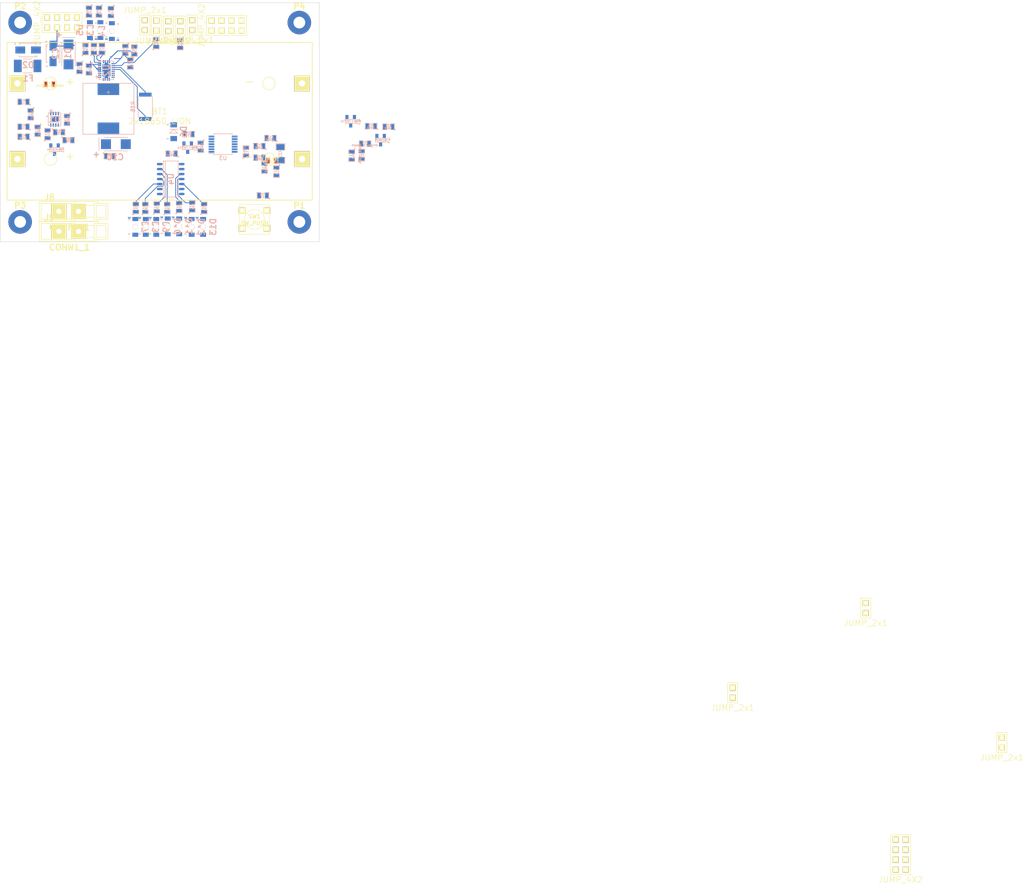
<source format=kicad_pcb>
(kicad_pcb (version 4) (host pcbnew "(2015-01-07 BZR 5359)-product")

  (general
    (links 200)
    (no_connects 185)
    (area -0.050001 -90.118001 271.101001 166.1922)
    (thickness 1.6)
    (drawings 4)
    (tracks 100)
    (zones 0)
    (modules 93)
    (nets 60)
  )

  (page A4)
  (layers
    (0 F.Cu signal)
    (31 B.Cu signal)
    (32 B.Adhes user)
    (33 F.Adhes user)
    (34 B.Paste user)
    (35 F.Paste user)
    (36 B.SilkS user)
    (37 F.SilkS user)
    (38 B.Mask user)
    (39 F.Mask user)
    (40 Dwgs.User user)
    (41 Cmts.User user)
    (42 Eco1.User user)
    (43 Eco2.User user)
    (44 Edge.Cuts user)
    (45 Margin user)
    (46 B.CrtYd user)
    (47 F.CrtYd user)
    (48 B.Fab user)
    (49 F.Fab user)
  )

  (setup
    (last_trace_width 0.2)
    (user_trace_width 0.2)
    (user_trace_width 0.3)
    (user_trace_width 0.4)
    (user_trace_width 0.5)
    (user_trace_width 0.6)
    (trace_clearance 0.18)
    (zone_clearance 0.508)
    (zone_45_only no)
    (trace_min 0.18)
    (segment_width 0.2)
    (edge_width 0.1)
    (via_size 0.889)
    (via_drill 0.635)
    (via_min_size 0.889)
    (via_min_drill 0.508)
    (uvia_size 0.508)
    (uvia_drill 0.127)
    (uvias_allowed no)
    (uvia_min_size 0.508)
    (uvia_min_drill 0.127)
    (pcb_text_width 0.3)
    (pcb_text_size 1.5 1.5)
    (mod_edge_width 0.15)
    (mod_text_size 1 1)
    (mod_text_width 0.15)
    (pad_size 1.35 1.35)
    (pad_drill 1.35)
    (pad_to_mask_clearance 0)
    (aux_axis_origin 0 0)
    (visible_elements 7FFFFF7F)
    (pcbplotparams
      (layerselection 0x00030_80000001)
      (usegerberextensions false)
      (excludeedgelayer true)
      (linewidth 0.300000)
      (plotframeref false)
      (viasonmask false)
      (mode 1)
      (useauxorigin false)
      (hpglpennumber 1)
      (hpglpenspeed 20)
      (hpglpendiameter 15)
      (hpglpenoverlay 2)
      (psnegative false)
      (psa4output false)
      (plotreference true)
      (plotvalue true)
      (plotinvisibletext false)
      (padsonsilk false)
      (subtractmaskfromsilk false)
      (outputformat 1)
      (mirror false)
      (drillshape 1)
      (scaleselection 1)
      (outputdirectory ""))
  )

  (net 0 "")
  (net 1 /BAT+)
  (net 2 /BAT-)
  (net 3 /BATERY-)
  (net 4 "Net-(C1-Pad1)")
  (net 5 GND)
  (net 6 "Net-(C2-Pad1)")
  (net 7 "Net-(C4-Pad1)")
  (net 8 "Net-(C5-Pad1)")
  (net 9 /CMODE)
  (net 10 "Net-(C8-Pad1)")
  (net 11 "Net-(C9-Pad1)")
  (net 12 "Net-(C10-Pad1)")
  (net 13 /REGIN)
  (net 14 "Net-(C13-Pad1)")
  (net 15 "Net-(C13-Pad2)")
  (net 16 "Net-(C14-Pad1)")
  (net 17 "Net-(C17-Pad1)")
  (net 18 /BATERY+)
  (net 19 "Net-(D3-Pad1)")
  (net 20 /PG)
  (net 21 "Net-(D4-Pad1)")
  (net 22 "Net-(D4-Pad2)")
  (net 23 "Net-(D5-Pad1)")
  (net 24 /STAT1)
  (net 25 "Net-(D6-Pad2)")
  (net 26 "Net-(D7-Pad2)")
  (net 27 "Net-(D8-Pad2)")
  (net 28 "Net-(D9-Pad2)")
  (net 29 "Net-(D10-Pad2)")
  (net 30 "Net-(D11-Pad2)")
  (net 31 "Net-(D12-Pad2)")
  (net 32 "Net-(D13-Pad2)")
  (net 33 /CE)
  (net 34 /CELLS)
  (net 35 "Net-(J10-Pad1)")
  (net 36 "Net-(J11-Pad1)")
  (net 37 "Net-(J12-Pad1)")
  (net 38 "Net-(L1-Pad1)")
  (net 39 "Net-(Q1-PadG)")
  (net 40 "Net-(Q3-PadD)")
  (net 41 "Net-(Q3-PadG)")
  (net 42 "Net-(Q4-PadD)")
  (net 43 "Net-(Q4-PadG)")
  (net 44 "Net-(R3-Pad1)")
  (net 45 "Net-(R10-Pad2)")
  (net 46 "Net-(R11-Pad1)")
  (net 47 "Net-(R12-Pad1)")
  (net 48 "Net-(R13-Pad1)")
  (net 49 "Net-(R17-Pad2)")
  (net 50 "Net-(R20-Pad1)")
  (net 51 "Net-(R27-Pad2)")
  (net 52 "Net-(R28-Pad2)")
  (net 53 "Net-(R29-Pad2)")
  (net 54 "Net-(R30-Pad2)")
  (net 55 "Net-(R31-Pad2)")
  (net 56 "Net-(R32-Pad2)")
  (net 57 "Net-(R33-Pad2)")
  (net 58 /P2)
  (net 59 /P1)

  (net_class Default "Toto je výchozí třída sítě."
    (clearance 0.18)
    (trace_width 0.18)
    (via_dia 0.889)
    (via_drill 0.635)
    (uvia_dia 0.508)
    (uvia_drill 0.127)
    (add_net /BAT+)
    (add_net /BAT-)
    (add_net /BATERY+)
    (add_net /BATERY-)
    (add_net /CE)
    (add_net /CELLS)
    (add_net /CMODE)
    (add_net /P1)
    (add_net /P2)
    (add_net /PG)
    (add_net /REGIN)
    (add_net /STAT1)
    (add_net GND)
    (add_net "Net-(C1-Pad1)")
    (add_net "Net-(C10-Pad1)")
    (add_net "Net-(C13-Pad1)")
    (add_net "Net-(C13-Pad2)")
    (add_net "Net-(C14-Pad1)")
    (add_net "Net-(C17-Pad1)")
    (add_net "Net-(C2-Pad1)")
    (add_net "Net-(C4-Pad1)")
    (add_net "Net-(C5-Pad1)")
    (add_net "Net-(C8-Pad1)")
    (add_net "Net-(C9-Pad1)")
    (add_net "Net-(D10-Pad2)")
    (add_net "Net-(D11-Pad2)")
    (add_net "Net-(D12-Pad2)")
    (add_net "Net-(D13-Pad2)")
    (add_net "Net-(D3-Pad1)")
    (add_net "Net-(D4-Pad1)")
    (add_net "Net-(D4-Pad2)")
    (add_net "Net-(D5-Pad1)")
    (add_net "Net-(D6-Pad2)")
    (add_net "Net-(D7-Pad2)")
    (add_net "Net-(D8-Pad2)")
    (add_net "Net-(D9-Pad2)")
    (add_net "Net-(J10-Pad1)")
    (add_net "Net-(J11-Pad1)")
    (add_net "Net-(J12-Pad1)")
    (add_net "Net-(L1-Pad1)")
    (add_net "Net-(Q1-PadG)")
    (add_net "Net-(Q3-PadD)")
    (add_net "Net-(Q3-PadG)")
    (add_net "Net-(Q4-PadD)")
    (add_net "Net-(Q4-PadG)")
    (add_net "Net-(R10-Pad2)")
    (add_net "Net-(R11-Pad1)")
    (add_net "Net-(R12-Pad1)")
    (add_net "Net-(R13-Pad1)")
    (add_net "Net-(R17-Pad2)")
    (add_net "Net-(R20-Pad1)")
    (add_net "Net-(R27-Pad2)")
    (add_net "Net-(R28-Pad2)")
    (add_net "Net-(R29-Pad2)")
    (add_net "Net-(R3-Pad1)")
    (add_net "Net-(R30-Pad2)")
    (add_net "Net-(R31-Pad2)")
    (add_net "Net-(R32-Pad2)")
    (add_net "Net-(R33-Pad2)")
  )

  (module Mlab_IO:VQFN-20 (layer B.Cu) (tedit 5535110C) (tstamp 5535169E)
    (at 27.051 -43.688 90)
    (descr "SO-8 Surface Mount Small Outline 150mil 8pin Package")
    (tags "Power Integrations D Package")
    (path /55326E8C)
    (fp_text reference U2 (at 0 0 90) (layer B.SilkS)
      (effects (font (thickness 0.3048)) (justify mirror))
    )
    (fp_text value BQ24103 (at 0 0 90) (layer B.SilkS) hide
      (effects (font (thickness 0.3048)) (justify mirror))
    )
    (fp_text user * (at -1.651 -1.778 90) (layer B.SilkS)
      (effects (font (size 2 2) (thickness 0.15)) (justify mirror))
    )
    (fp_circle (center -1.905 -0.762) (end -1.778 -0.762) (layer B.SilkS) (width 0.15))
    (fp_line (start -2.35 1.85) (end 2.35 1.85) (layer B.SilkS) (width 0.15))
    (fp_line (start -2.35 -1.85) (end 2.35 -1.85) (layer B.SilkS) (width 0.15))
    (fp_line (start -2.35 -1.85) (end -2.35 1.85) (layer B.SilkS) (width 0.15))
    (fp_line (start 2.35 -1.85) (end 2.35 1.85) (layer B.SilkS) (width 0.15))
    (pad 2 smd rect (at -1.75 -1.725 90) (size 0.28 0.85) (layers B.Cu B.Paste B.Mask)
      (net 24 /STAT1))
    (pad 21 smd rect (at 0 0 90) (size 3.05 2.05) (layers B.Cu B.Paste B.Mask)
      (net 5 GND))
    (pad 3 smd rect (at -1.25 -1.725 90) (size 0.28 0.85) (layers B.Cu B.Paste B.Mask)
      (net 6 "Net-(C2-Pad1)"))
    (pad 4 smd rect (at -0.75 -1.725 90) (size 0.28 0.85) (layers B.Cu B.Paste B.Mask)
      (net 6 "Net-(C2-Pad1)"))
    (pad 5 smd rect (at -0.25 -1.725 90) (size 0.28 0.85) (layers B.Cu B.Paste B.Mask)
      (net 20 /PG))
    (pad 6 smd rect (at 0.25 -1.725 90) (size 0.28 0.85) (layers B.Cu B.Paste B.Mask)
      (net 6 "Net-(C2-Pad1)"))
    (pad 7 smd rect (at 0.75 -1.725 90) (size 0.28 0.85) (layers B.Cu B.Paste B.Mask)
      (net 9 /CMODE))
    (pad 8 smd rect (at 1.25 -1.725 90) (size 0.28 0.85) (layers B.Cu B.Paste B.Mask)
      (net 47 "Net-(R12-Pad1)"))
    (pad 9 smd rect (at 1.75 -1.725 90) (size 0.28 0.85) (layers B.Cu B.Paste B.Mask)
      (net 46 "Net-(R11-Pad1)"))
    (pad 10 smd rect (at 2.225 -0.75 90) (size 0.85 0.28) (layers B.Cu B.Paste B.Mask)
      (net 5 GND))
    (pad 11 smd rect (at 2.225 0.75 90) (size 0.85 0.28) (layers B.Cu B.Paste B.Mask)
      (net 11 "Net-(C9-Pad1)"))
    (pad 12 smd rect (at 1.75 1.725 90) (size 0.28 0.85) (layers B.Cu B.Paste B.Mask)
      (net 48 "Net-(R13-Pad1)"))
    (pad 13 smd rect (at 1.25 1.725 90) (size 0.28 0.85) (layers B.Cu B.Paste B.Mask)
      (net 34 /CELLS))
    (pad 14 smd rect (at 0.75 1.725 90) (size 0.28 0.85) (layers B.Cu B.Paste B.Mask)
      (net 18 /BATERY+))
    (pad 15 smd rect (at 0.25 1.725 90) (size 0.28 0.85) (layers B.Cu B.Paste B.Mask)
      (net 12 "Net-(C10-Pad1)"))
    (pad 16 smd rect (at -0.25 1.725 90) (size 0.28 0.85) (layers B.Cu B.Paste B.Mask)
      (net 33 /CE))
    (pad 17 smd rect (at -0.75 1.725 90) (size 0.28 0.85) (layers B.Cu B.Paste B.Mask)
      (net 5 GND))
    (pad 18 smd rect (at -1.25 1.725 90) (size 0.28 0.85) (layers B.Cu B.Paste B.Mask)
      (net 5 GND))
    (pad 19 smd rect (at -1.75 1.725 90) (size 0.28 0.85) (layers B.Cu B.Paste B.Mask)
      (net 22 "Net-(D4-Pad2)"))
    (pad 20 smd rect (at -2.225 0.75 90) (size 0.85 0.28) (layers B.Cu B.Paste B.Mask)
      (net 38 "Net-(L1-Pad1)"))
    (pad 1 smd rect (at -2.225 -0.75 90) (size 0.85 0.28) (layers B.Cu B.Paste B.Mask)
      (net 38 "Net-(L1-Pad1)"))
    (pad 21 smd trapezoid (at -2.075 0.3 90) (size 1.125 0.28) (layers B.Cu B.Paste B.Mask)
      (net 5 GND))
    (pad 21 smd rect (at -2.075 -0.3 90) (size 1.125 0.28) (layers B.Cu B.Paste B.Mask)
      (net 5 GND))
    (pad 21 smd rect (at 2.075 -0.3 90) (size 1.125 0.28) (layers B.Cu B.Paste B.Mask)
      (net 5 GND))
    (pad 21 smd rect (at 2.075 0.3 90) (size 1.125 0.28) (layers B.Cu B.Paste B.Mask)
      (net 5 GND))
    (pad 21 smd rect (at -1.75 0 90) (size 0.45 0.4) (layers B.Cu B.Paste B.Mask)
      (net 5 GND))
    (pad 21 smd rect (at 1.75 0 90) (size 0.45 0.4) (layers B.Cu B.Paste B.Mask)
      (net 5 GND))
    (model MLAB_3D/IO/cms_so8.wrl
      (at (xyz 0 0 0))
      (scale (xyz 0.5 0.4 0.45))
      (rotate (xyz 0 0 0))
    )
  )

  (module Mlab_IO:VSON-8 (layer B.Cu) (tedit 55350D0D) (tstamp 5534E51B)
    (at 13.843 -31.242)
    (descr "SO-8 Surface Mount Small Outline 150mil 8pin Package")
    (tags "Power Integrations D Package")
    (path /55330527)
    (fp_text reference U1 (at 0 0) (layer B.SilkS)
      (effects (font (thickness 0.3048)) (justify mirror))
    )
    (fp_text value BQ29209 (at 0 0) (layer B.SilkS) hide
      (effects (font (thickness 0.3048)) (justify mirror))
    )
    (fp_text user * (at -0.889 -1.524) (layer B.SilkS)
      (effects (font (size 2 2) (thickness 0.15)) (justify mirror))
    )
    (fp_circle (center -1.905 -0.762) (end -1.778 -0.762) (layer B.SilkS) (width 0.15))
    (fp_line (start -1.6 1.6) (end 1.6 1.6) (layer B.SilkS) (width 0.15))
    (fp_line (start -1.6 -1.6) (end 1.6 -1.6) (layer B.SilkS) (width 0.15))
    (fp_line (start -1.6 -1.6) (end -1.6 1.6) (layer B.SilkS) (width 0.15))
    (fp_line (start 1.6 -1.6) (end 1.6 1.6) (layer B.SilkS) (width 0.15))
    (pad 2 smd rect (at -0.325 -1.475) (size 0.35 0.85) (layers B.Cu B.Paste B.Mask)
      (net 4 "Net-(C1-Pad1)"))
    (pad 3 smd rect (at 0.325 -1.475) (size 0.35 0.85) (layers B.Cu B.Paste B.Mask)
      (net 44 "Net-(R3-Pad1)"))
    (pad 4 smd rect (at 0.975 -1.475) (size 0.35 0.85) (layers B.Cu B.Paste B.Mask)
      (net 8 "Net-(C5-Pad1)"))
    (pad 5 smd rect (at 0.975 1.475) (size 0.35 0.85) (layers B.Cu B.Paste B.Mask)
      (net 5 GND))
    (pad 6 smd rect (at 0.325 1.475) (size 0.35 0.85) (layers B.Cu B.Paste B.Mask)
      (net 5 GND))
    (pad 7 smd rect (at -0.325 1.475) (size 0.35 0.85) (layers B.Cu B.Paste B.Mask)
      (net 10 "Net-(C8-Pad1)"))
    (pad 8 smd rect (at -0.975 1.475) (size 0.35 0.85) (layers B.Cu B.Paste B.Mask)
      (net 45 "Net-(R10-Pad2)"))
    (pad 1 smd rect (at -0.975 -1.475) (size 0.35 0.85) (layers B.Cu B.Paste B.Mask)
      (net 7 "Net-(C4-Pad1)"))
    (pad 9 smd rect (at 0 0) (size 2 1.4) (layers B.Cu B.Paste B.Mask)
      (net 5 GND))
    (model MLAB_3D/IO/cms_so8.wrl
      (at (xyz 0 0 0))
      (scale (xyz 0.5 0.4 0.45))
      (rotate (xyz 0 0 0))
    )
  )

  (module Mlab_IO:TSSOP-14_4.4x5mm_Pitch0.65mm (layer B.Cu) (tedit 54130A77) (tstamp 5534EA63)
    (at 56.769 -24.892)
    (descr "14-Lead Plastic Thin Shrink Small Outline (ST)-4.4 mm Body [TSSOP] (see Microchip Packaging Specification 00000049BS.pdf)")
    (tags "SSOP 0.65")
    (path /553390BE)
    (attr smd)
    (fp_text reference U3 (at 0 3.55) (layer B.SilkS)
      (effects (font (size 1 1) (thickness 0.15)) (justify mirror))
    )
    (fp_text value BQ34Z100 (at 0 -3.55) (layer B.Fab)
      (effects (font (size 1 1) (thickness 0.15)) (justify mirror))
    )
    (fp_line (start -3.95 2.8) (end -3.95 -2.8) (layer B.CrtYd) (width 0.05))
    (fp_line (start 3.95 2.8) (end 3.95 -2.8) (layer B.CrtYd) (width 0.05))
    (fp_line (start -3.95 2.8) (end 3.95 2.8) (layer B.CrtYd) (width 0.05))
    (fp_line (start -3.95 -2.8) (end 3.95 -2.8) (layer B.CrtYd) (width 0.05))
    (fp_line (start -2.325 2.625) (end -2.325 2.4) (layer B.SilkS) (width 0.15))
    (fp_line (start 2.325 2.625) (end 2.325 2.4) (layer B.SilkS) (width 0.15))
    (fp_line (start 2.325 -2.625) (end 2.325 -2.4) (layer B.SilkS) (width 0.15))
    (fp_line (start -2.325 -2.625) (end -2.325 -2.4) (layer B.SilkS) (width 0.15))
    (fp_line (start -2.325 2.625) (end 2.325 2.625) (layer B.SilkS) (width 0.15))
    (fp_line (start -2.325 -2.625) (end 2.325 -2.625) (layer B.SilkS) (width 0.15))
    (fp_line (start -2.325 2.4) (end -3.675 2.4) (layer B.SilkS) (width 0.15))
    (pad 1 smd rect (at -2.95 1.95) (size 1.45 0.45) (layers B.Cu B.Paste B.Mask)
      (net 58 /P2))
    (pad 2 smd rect (at -2.95 1.3) (size 1.45 0.45) (layers B.Cu B.Paste B.Mask)
      (net 41 "Net-(Q3-PadG)"))
    (pad 3 smd rect (at -2.95 0.65) (size 1.45 0.45) (layers B.Cu B.Paste B.Mask)
      (net 59 /P1))
    (pad 4 smd rect (at -2.95 0) (size 1.45 0.45) (layers B.Cu B.Paste B.Mask)
      (net 17 "Net-(C17-Pad1)"))
    (pad 5 smd rect (at -2.95 -0.65) (size 1.45 0.45) (layers B.Cu B.Paste B.Mask)
      (net 13 /REGIN))
    (pad 6 smd rect (at -2.95 -1.3) (size 1.45 0.45) (layers B.Cu B.Paste B.Mask)
      (net 13 /REGIN))
    (pad 7 smd rect (at -2.95 -1.95) (size 1.45 0.45) (layers B.Cu B.Paste B.Mask)
      (net 16 "Net-(C14-Pad1)"))
    (pad 8 smd rect (at 2.95 -1.95) (size 1.45 0.45) (layers B.Cu B.Paste B.Mask)
      (net 5 GND))
    (pad 9 smd rect (at 2.95 -1.3) (size 1.45 0.45) (layers B.Cu B.Paste B.Mask)
      (net 15 "Net-(C13-Pad2)"))
    (pad 10 smd rect (at 2.95 -0.65) (size 1.45 0.45) (layers B.Cu B.Paste B.Mask)
      (net 14 "Net-(C13-Pad1)"))
    (pad 11 smd rect (at 2.95 0) (size 1.45 0.45) (layers B.Cu B.Paste B.Mask)
      (net 49 "Net-(R17-Pad2)"))
    (pad 12 smd rect (at 2.95 0.65) (size 1.45 0.45) (layers B.Cu B.Paste B.Mask)
      (net 37 "Net-(J12-Pad1)"))
    (pad 13 smd rect (at 2.95 1.3) (size 1.45 0.45) (layers B.Cu B.Paste B.Mask)
      (net 36 "Net-(J11-Pad1)"))
    (pad 14 smd rect (at 2.95 1.95) (size 1.45 0.45) (layers B.Cu B.Paste B.Mask)
      (net 35 "Net-(J10-Pad1)"))
    (model Housings_SSOP.3dshapes/TSSOP-14_4.4x5mm_Pitch0.65mm.wrl
      (at (xyz 0 0 0))
      (scale (xyz 1 1 1))
      (rotate (xyz 0 0 0))
    )
  )

  (module Mlab_SW:SW_PUSH_SMALL placed (layer F.Cu) (tedit 5534E33A) (tstamp 55351C52)
    (at 64.77 -5.715)
    (path /5534C242)
    (fp_text reference SW1 (at 0 -0.762) (layer F.SilkS)
      (effects (font (size 1.016 1.016) (thickness 0.2032)))
    )
    (fp_text value SW_PUSH (at 0.0508 0.9652 180) (layer F.SilkS)
      (effects (font (size 1.016 1.016) (thickness 0.2032)))
    )
    (fp_circle (center 0 0) (end 0 -2.54) (layer F.SilkS) (width 0.127))
    (fp_line (start -3.81 -3.81) (end 3.81 -3.81) (layer F.SilkS) (width 0.127))
    (fp_line (start 3.81 -3.81) (end 3.81 3.81) (layer F.SilkS) (width 0.127))
    (fp_line (start 3.81 3.81) (end -3.81 3.81) (layer F.SilkS) (width 0.127))
    (fp_line (start -3.81 -3.81) (end -3.81 3.81) (layer F.SilkS) (width 0.127))
    (pad 1 thru_hole rect (at 3.15 -2.25) (size 1.6764 1.6764) (drill 1) (layers *.Cu *.Mask F.SilkS)
      (net 50 "Net-(R20-Pad1)"))
    (pad 2 thru_hole rect (at 3.15 2.25) (size 1.6764 1.6764) (drill 1) (layers *.Cu *.Mask F.SilkS)
      (net 41 "Net-(Q3-PadG)"))
    (pad 1 thru_hole rect (at -3.15 -2.25) (size 1.6764 1.6764) (drill 1) (layers *.Cu *.Mask F.SilkS)
      (net 50 "Net-(R20-Pad1)"))
    (pad 2 thru_hole rect (at -3.15 2.25) (size 1.6764 1.6764) (drill 1) (layers *.Cu *.Mask F.SilkS)
      (net 41 "Net-(Q3-PadG)"))
  )

  (module Mlab_IO:SO-14 (layer B.Cu) (tedit 5534C67E) (tstamp 5534E55F)
    (at 43.434 -16.002 90)
    (descr "SO-8 Surface Mount Small Outline 150mil 8pin Package")
    (tags "Power Integrations D Package")
    (path /5533A2F6)
    (fp_text reference U4 (at 0 0 90) (layer B.SilkS)
      (effects (font (thickness 0.3048)) (justify mirror))
    )
    (fp_text value SN74HC164D (at 0 0 90) (layer B.SilkS) hide
      (effects (font (thickness 0.3048)) (justify mirror))
    )
    (fp_circle (center -1.905 -0.762) (end -1.778 -0.762) (layer B.SilkS) (width 0.15))
    (fp_line (start -4.6 -1.397) (end 4.6 -1.397) (layer B.SilkS) (width 0.15))
    (fp_line (start -4.6 1.9) (end 4.6 1.9) (layer B.SilkS) (width 0.15))
    (fp_line (start -4.6 -1.905) (end 4.6 -1.905) (layer B.SilkS) (width 0.15))
    (fp_line (start -4.6 -1.9) (end -4.6 1.9) (layer B.SilkS) (width 0.15))
    (fp_line (start 4.6 -1.905) (end 4.6 1.905) (layer B.SilkS) (width 0.15))
    (pad 1 smd oval (at -3.81 -2.794 90) (size 0.6096 1.4732) (layers B.Cu B.Paste B.Mask)
      (net 59 /P1))
    (pad 2 smd oval (at -2.54 -2.794 90) (size 0.6096 1.4732) (layers B.Cu B.Paste B.Mask)
      (net 59 /P1))
    (pad 3 smd oval (at -1.27 -2.794 90) (size 0.6096 1.4732) (layers B.Cu B.Paste B.Mask)
      (net 51 "Net-(R27-Pad2)"))
    (pad 4 smd oval (at 0 -2.794 90) (size 0.6096 1.4732) (layers B.Cu B.Paste B.Mask)
      (net 52 "Net-(R28-Pad2)"))
    (pad 11 smd oval (at 0 2.794 90) (size 0.6096 1.4732) (layers B.Cu B.Paste B.Mask)
      (net 56 "Net-(R32-Pad2)"))
    (pad 12 smd oval (at -1.27 2.794 90) (size 0.6096 1.4732) (layers B.Cu B.Paste B.Mask)
      (net 57 "Net-(R33-Pad2)"))
    (pad 13 smd oval (at -2.54 2.794 90) (size 0.6096 1.4732) (layers B.Cu B.Paste B.Mask))
    (pad 14 smd oval (at -3.81 2.794 90) (size 0.6096 1.4732) (layers B.Cu B.Paste B.Mask)
      (net 13 /REGIN))
    (pad 5 smd oval (at 1.27 -2.794 90) (size 0.6096 1.4732) (layers B.Cu B.Paste B.Mask)
      (net 53 "Net-(R29-Pad2)"))
    (pad 6 smd oval (at 2.54 -2.794 90) (size 0.6096 1.4732) (layers B.Cu B.Paste B.Mask)
      (net 54 "Net-(R30-Pad2)"))
    (pad 7 smd oval (at 3.81 -2.794 90) (size 0.6096 1.4732) (layers B.Cu B.Paste B.Mask)
      (net 5 GND))
    (pad 10 smd oval (at 1.27 2.794 90) (size 0.6096 1.4732) (layers B.Cu B.Paste B.Mask)
      (net 55 "Net-(R31-Pad2)"))
    (pad 9 smd oval (at 2.54 2.794 90) (size 0.6096 1.4732) (layers B.Cu B.Paste B.Mask)
      (net 13 /REGIN))
    (pad 8 smd oval (at 3.81 2.794 90) (size 0.6096 1.4732) (layers B.Cu B.Paste B.Mask)
      (net 58 /P2))
    (model MLAB_3D/IO/cms_so8.wrl
      (at (xyz 0 0 0))
      (scale (xyz 0.5 0.4 0.45))
      (rotate (xyz 0 0 0))
    )
  )

  (module Mlab_R:SMD-0805 (layer B.Cu) (tedit 54799E0C) (tstamp 5534E506)
    (at 51.943 -8.636 90)
    (path /5533B433)
    (attr smd)
    (fp_text reference R33 (at 0 0.3175 90) (layer B.SilkS)
      (effects (font (size 0.50038 0.50038) (thickness 0.10922)) (justify mirror))
    )
    (fp_text value 1K (at 0.127 -0.381 90) (layer B.SilkS)
      (effects (font (size 0.50038 0.50038) (thickness 0.10922)) (justify mirror))
    )
    (fp_circle (center -1.651 -0.762) (end -1.651 -0.635) (layer B.SilkS) (width 0.15))
    (fp_line (start -0.508 -0.762) (end -1.524 -0.762) (layer B.SilkS) (width 0.15))
    (fp_line (start -1.524 -0.762) (end -1.524 0.762) (layer B.SilkS) (width 0.15))
    (fp_line (start -1.524 0.762) (end -0.508 0.762) (layer B.SilkS) (width 0.15))
    (fp_line (start 0.508 0.762) (end 1.524 0.762) (layer B.SilkS) (width 0.15))
    (fp_line (start 1.524 0.762) (end 1.524 -0.762) (layer B.SilkS) (width 0.15))
    (fp_line (start 1.524 -0.762) (end 0.508 -0.762) (layer B.SilkS) (width 0.15))
    (pad 1 smd rect (at -0.9525 0 90) (size 0.889 1.397) (layers B.Cu B.Paste B.Mask)
      (net 32 "Net-(D13-Pad2)"))
    (pad 2 smd rect (at 0.9525 0 90) (size 0.889 1.397) (layers B.Cu B.Paste B.Mask)
      (net 57 "Net-(R33-Pad2)"))
    (model MLAB_3D/Resistors/chip_cms.wrl
      (at (xyz 0 0 0))
      (scale (xyz 0.1 0.1 0.1))
      (rotate (xyz 0 0 0))
    )
  )

  (module Mlab_R:SMD-0805 (layer B.Cu) (tedit 54799E0C) (tstamp 5534E500)
    (at 48.895 -9.017 90)
    (path /5533B3E7)
    (attr smd)
    (fp_text reference R32 (at 0 0.3175 90) (layer B.SilkS)
      (effects (font (size 0.50038 0.50038) (thickness 0.10922)) (justify mirror))
    )
    (fp_text value 1K (at 0.127 -0.381 90) (layer B.SilkS)
      (effects (font (size 0.50038 0.50038) (thickness 0.10922)) (justify mirror))
    )
    (fp_circle (center -1.651 -0.762) (end -1.651 -0.635) (layer B.SilkS) (width 0.15))
    (fp_line (start -0.508 -0.762) (end -1.524 -0.762) (layer B.SilkS) (width 0.15))
    (fp_line (start -1.524 -0.762) (end -1.524 0.762) (layer B.SilkS) (width 0.15))
    (fp_line (start -1.524 0.762) (end -0.508 0.762) (layer B.SilkS) (width 0.15))
    (fp_line (start 0.508 0.762) (end 1.524 0.762) (layer B.SilkS) (width 0.15))
    (fp_line (start 1.524 0.762) (end 1.524 -0.762) (layer B.SilkS) (width 0.15))
    (fp_line (start 1.524 -0.762) (end 0.508 -0.762) (layer B.SilkS) (width 0.15))
    (pad 1 smd rect (at -0.9525 0 90) (size 0.889 1.397) (layers B.Cu B.Paste B.Mask)
      (net 31 "Net-(D12-Pad2)"))
    (pad 2 smd rect (at 0.9525 0 90) (size 0.889 1.397) (layers B.Cu B.Paste B.Mask)
      (net 56 "Net-(R32-Pad2)"))
    (model MLAB_3D/Resistors/chip_cms.wrl
      (at (xyz 0 0 0))
      (scale (xyz 0.1 0.1 0.1))
      (rotate (xyz 0 0 0))
    )
  )

  (module Mlab_R:SMD-0805 (layer B.Cu) (tedit 54799E0C) (tstamp 5534E4FA)
    (at 45.593 -8.89 90)
    (path /5533B398)
    (attr smd)
    (fp_text reference R31 (at 0 0.3175 90) (layer B.SilkS)
      (effects (font (size 0.50038 0.50038) (thickness 0.10922)) (justify mirror))
    )
    (fp_text value 1K (at 0.127 -0.381 90) (layer B.SilkS)
      (effects (font (size 0.50038 0.50038) (thickness 0.10922)) (justify mirror))
    )
    (fp_circle (center -1.651 -0.762) (end -1.651 -0.635) (layer B.SilkS) (width 0.15))
    (fp_line (start -0.508 -0.762) (end -1.524 -0.762) (layer B.SilkS) (width 0.15))
    (fp_line (start -1.524 -0.762) (end -1.524 0.762) (layer B.SilkS) (width 0.15))
    (fp_line (start -1.524 0.762) (end -0.508 0.762) (layer B.SilkS) (width 0.15))
    (fp_line (start 0.508 0.762) (end 1.524 0.762) (layer B.SilkS) (width 0.15))
    (fp_line (start 1.524 0.762) (end 1.524 -0.762) (layer B.SilkS) (width 0.15))
    (fp_line (start 1.524 -0.762) (end 0.508 -0.762) (layer B.SilkS) (width 0.15))
    (pad 1 smd rect (at -0.9525 0 90) (size 0.889 1.397) (layers B.Cu B.Paste B.Mask)
      (net 30 "Net-(D11-Pad2)"))
    (pad 2 smd rect (at 0.9525 0 90) (size 0.889 1.397) (layers B.Cu B.Paste B.Mask)
      (net 55 "Net-(R31-Pad2)"))
    (model MLAB_3D/Resistors/chip_cms.wrl
      (at (xyz 0 0 0))
      (scale (xyz 0.1 0.1 0.1))
      (rotate (xyz 0 0 0))
    )
  )

  (module Mlab_R:SMD-0805 (layer B.Cu) (tedit 54799E0C) (tstamp 5534E4F4)
    (at 42.545 -8.636 90)
    (path /5533B34C)
    (attr smd)
    (fp_text reference R30 (at 0 0.3175 90) (layer B.SilkS)
      (effects (font (size 0.50038 0.50038) (thickness 0.10922)) (justify mirror))
    )
    (fp_text value 1K (at 0.127 -0.381 90) (layer B.SilkS)
      (effects (font (size 0.50038 0.50038) (thickness 0.10922)) (justify mirror))
    )
    (fp_circle (center -1.651 -0.762) (end -1.651 -0.635) (layer B.SilkS) (width 0.15))
    (fp_line (start -0.508 -0.762) (end -1.524 -0.762) (layer B.SilkS) (width 0.15))
    (fp_line (start -1.524 -0.762) (end -1.524 0.762) (layer B.SilkS) (width 0.15))
    (fp_line (start -1.524 0.762) (end -0.508 0.762) (layer B.SilkS) (width 0.15))
    (fp_line (start 0.508 0.762) (end 1.524 0.762) (layer B.SilkS) (width 0.15))
    (fp_line (start 1.524 0.762) (end 1.524 -0.762) (layer B.SilkS) (width 0.15))
    (fp_line (start 1.524 -0.762) (end 0.508 -0.762) (layer B.SilkS) (width 0.15))
    (pad 1 smd rect (at -0.9525 0 90) (size 0.889 1.397) (layers B.Cu B.Paste B.Mask)
      (net 29 "Net-(D10-Pad2)"))
    (pad 2 smd rect (at 0.9525 0 90) (size 0.889 1.397) (layers B.Cu B.Paste B.Mask)
      (net 54 "Net-(R30-Pad2)"))
    (model MLAB_3D/Resistors/chip_cms.wrl
      (at (xyz 0 0 0))
      (scale (xyz 0.1 0.1 0.1))
      (rotate (xyz 0 0 0))
    )
  )

  (module Mlab_R:SMD-0805 (layer B.Cu) (tedit 54799E0C) (tstamp 5534E4EE)
    (at 39.878 -8.763 90)
    (path /5533B2FF)
    (attr smd)
    (fp_text reference R29 (at 0 0.3175 90) (layer B.SilkS)
      (effects (font (size 0.50038 0.50038) (thickness 0.10922)) (justify mirror))
    )
    (fp_text value 1K (at 0.127 -0.381 90) (layer B.SilkS)
      (effects (font (size 0.50038 0.50038) (thickness 0.10922)) (justify mirror))
    )
    (fp_circle (center -1.651 -0.762) (end -1.651 -0.635) (layer B.SilkS) (width 0.15))
    (fp_line (start -0.508 -0.762) (end -1.524 -0.762) (layer B.SilkS) (width 0.15))
    (fp_line (start -1.524 -0.762) (end -1.524 0.762) (layer B.SilkS) (width 0.15))
    (fp_line (start -1.524 0.762) (end -0.508 0.762) (layer B.SilkS) (width 0.15))
    (fp_line (start 0.508 0.762) (end 1.524 0.762) (layer B.SilkS) (width 0.15))
    (fp_line (start 1.524 0.762) (end 1.524 -0.762) (layer B.SilkS) (width 0.15))
    (fp_line (start 1.524 -0.762) (end 0.508 -0.762) (layer B.SilkS) (width 0.15))
    (pad 1 smd rect (at -0.9525 0 90) (size 0.889 1.397) (layers B.Cu B.Paste B.Mask)
      (net 28 "Net-(D9-Pad2)"))
    (pad 2 smd rect (at 0.9525 0 90) (size 0.889 1.397) (layers B.Cu B.Paste B.Mask)
      (net 53 "Net-(R29-Pad2)"))
    (model MLAB_3D/Resistors/chip_cms.wrl
      (at (xyz 0 0 0))
      (scale (xyz 0.1 0.1 0.1))
      (rotate (xyz 0 0 0))
    )
  )

  (module Mlab_R:SMD-0805 (layer B.Cu) (tedit 54799E0C) (tstamp 5534E4E8)
    (at 36.957 -8.636 90)
    (path /5533B2B7)
    (attr smd)
    (fp_text reference R28 (at 0 0.3175 90) (layer B.SilkS)
      (effects (font (size 0.50038 0.50038) (thickness 0.10922)) (justify mirror))
    )
    (fp_text value 1K (at 0.127 -0.381 90) (layer B.SilkS)
      (effects (font (size 0.50038 0.50038) (thickness 0.10922)) (justify mirror))
    )
    (fp_circle (center -1.651 -0.762) (end -1.651 -0.635) (layer B.SilkS) (width 0.15))
    (fp_line (start -0.508 -0.762) (end -1.524 -0.762) (layer B.SilkS) (width 0.15))
    (fp_line (start -1.524 -0.762) (end -1.524 0.762) (layer B.SilkS) (width 0.15))
    (fp_line (start -1.524 0.762) (end -0.508 0.762) (layer B.SilkS) (width 0.15))
    (fp_line (start 0.508 0.762) (end 1.524 0.762) (layer B.SilkS) (width 0.15))
    (fp_line (start 1.524 0.762) (end 1.524 -0.762) (layer B.SilkS) (width 0.15))
    (fp_line (start 1.524 -0.762) (end 0.508 -0.762) (layer B.SilkS) (width 0.15))
    (pad 1 smd rect (at -0.9525 0 90) (size 0.889 1.397) (layers B.Cu B.Paste B.Mask)
      (net 27 "Net-(D8-Pad2)"))
    (pad 2 smd rect (at 0.9525 0 90) (size 0.889 1.397) (layers B.Cu B.Paste B.Mask)
      (net 52 "Net-(R28-Pad2)"))
    (model MLAB_3D/Resistors/chip_cms.wrl
      (at (xyz 0 0 0))
      (scale (xyz 0.1 0.1 0.1))
      (rotate (xyz 0 0 0))
    )
  )

  (module Mlab_R:SMD-0805 (layer B.Cu) (tedit 54799E0C) (tstamp 5534E4E2)
    (at 34.544 -8.636 90)
    (path /5533AE30)
    (attr smd)
    (fp_text reference R27 (at 0 0.3175 90) (layer B.SilkS)
      (effects (font (size 0.50038 0.50038) (thickness 0.10922)) (justify mirror))
    )
    (fp_text value 1K (at 0.127 -0.381 90) (layer B.SilkS)
      (effects (font (size 0.50038 0.50038) (thickness 0.10922)) (justify mirror))
    )
    (fp_circle (center -1.651 -0.762) (end -1.651 -0.635) (layer B.SilkS) (width 0.15))
    (fp_line (start -0.508 -0.762) (end -1.524 -0.762) (layer B.SilkS) (width 0.15))
    (fp_line (start -1.524 -0.762) (end -1.524 0.762) (layer B.SilkS) (width 0.15))
    (fp_line (start -1.524 0.762) (end -0.508 0.762) (layer B.SilkS) (width 0.15))
    (fp_line (start 0.508 0.762) (end 1.524 0.762) (layer B.SilkS) (width 0.15))
    (fp_line (start 1.524 0.762) (end 1.524 -0.762) (layer B.SilkS) (width 0.15))
    (fp_line (start 1.524 -0.762) (end 0.508 -0.762) (layer B.SilkS) (width 0.15))
    (pad 1 smd rect (at -0.9525 0 90) (size 0.889 1.397) (layers B.Cu B.Paste B.Mask)
      (net 26 "Net-(D7-Pad2)"))
    (pad 2 smd rect (at 0.9525 0 90) (size 0.889 1.397) (layers B.Cu B.Paste B.Mask)
      (net 51 "Net-(R27-Pad2)"))
    (model MLAB_3D/Resistors/chip_cms.wrl
      (at (xyz 0 0 0))
      (scale (xyz 0.1 0.1 0.1))
      (rotate (xyz 0 0 0))
    )
  )

  (module Mlab_R:SMD-0805 (layer B.Cu) (tedit 54799E0C) (tstamp 5534E4DC)
    (at 98.933 -29.337 180)
    (path /5534E9D1)
    (attr smd)
    (fp_text reference R26 (at 0 0.3175 180) (layer B.SilkS)
      (effects (font (size 0.50038 0.50038) (thickness 0.10922)) (justify mirror))
    )
    (fp_text value 100K (at 0.127 -0.381 180) (layer B.SilkS)
      (effects (font (size 0.50038 0.50038) (thickness 0.10922)) (justify mirror))
    )
    (fp_circle (center -1.651 -0.762) (end -1.651 -0.635) (layer B.SilkS) (width 0.15))
    (fp_line (start -0.508 -0.762) (end -1.524 -0.762) (layer B.SilkS) (width 0.15))
    (fp_line (start -1.524 -0.762) (end -1.524 0.762) (layer B.SilkS) (width 0.15))
    (fp_line (start -1.524 0.762) (end -0.508 0.762) (layer B.SilkS) (width 0.15))
    (fp_line (start 0.508 0.762) (end 1.524 0.762) (layer B.SilkS) (width 0.15))
    (fp_line (start 1.524 0.762) (end 1.524 -0.762) (layer B.SilkS) (width 0.15))
    (fp_line (start 1.524 -0.762) (end 0.508 -0.762) (layer B.SilkS) (width 0.15))
    (pad 1 smd rect (at -0.9525 0 180) (size 0.889 1.397) (layers B.Cu B.Paste B.Mask)
      (net 18 /BATERY+))
    (pad 2 smd rect (at 0.9525 0 180) (size 0.889 1.397) (layers B.Cu B.Paste B.Mask)
      (net 43 "Net-(Q4-PadG)"))
    (model MLAB_3D/Resistors/chip_cms.wrl
      (at (xyz 0 0 0))
      (scale (xyz 0.1 0.1 0.1))
      (rotate (xyz 0 0 0))
    )
  )

  (module Mlab_R:SMD-0805 (layer B.Cu) (tedit 54799E0C) (tstamp 5534E4D6)
    (at 94.488 -29.464 180)
    (path /5534E8B4)
    (attr smd)
    (fp_text reference R25 (at 0 0.3175 180) (layer B.SilkS)
      (effects (font (size 0.50038 0.50038) (thickness 0.10922)) (justify mirror))
    )
    (fp_text value 165K (at 0.127 -0.381 180) (layer B.SilkS)
      (effects (font (size 0.50038 0.50038) (thickness 0.10922)) (justify mirror))
    )
    (fp_circle (center -1.651 -0.762) (end -1.651 -0.635) (layer B.SilkS) (width 0.15))
    (fp_line (start -0.508 -0.762) (end -1.524 -0.762) (layer B.SilkS) (width 0.15))
    (fp_line (start -1.524 -0.762) (end -1.524 0.762) (layer B.SilkS) (width 0.15))
    (fp_line (start -1.524 0.762) (end -0.508 0.762) (layer B.SilkS) (width 0.15))
    (fp_line (start 0.508 0.762) (end 1.524 0.762) (layer B.SilkS) (width 0.15))
    (fp_line (start 1.524 0.762) (end 1.524 -0.762) (layer B.SilkS) (width 0.15))
    (fp_line (start 1.524 -0.762) (end 0.508 -0.762) (layer B.SilkS) (width 0.15))
    (pad 1 smd rect (at -0.9525 0 180) (size 0.889 1.397) (layers B.Cu B.Paste B.Mask)
      (net 43 "Net-(Q4-PadG)"))
    (pad 2 smd rect (at 0.9525 0 180) (size 0.889 1.397) (layers B.Cu B.Paste B.Mask)
      (net 40 "Net-(Q3-PadD)"))
    (model MLAB_3D/Resistors/chip_cms.wrl
      (at (xyz 0 0 0))
      (scale (xyz 0.1 0.1 0.1))
      (rotate (xyz 0 0 0))
    )
  )

  (module Mlab_R:SMD-0805 (layer B.Cu) (tedit 54799E0C) (tstamp 5534E4D0)
    (at 92.964 -25.019 180)
    (path /55351177)
    (attr smd)
    (fp_text reference R24 (at 0 0.3175 180) (layer B.SilkS)
      (effects (font (size 0.50038 0.50038) (thickness 0.10922)) (justify mirror))
    )
    (fp_text value "divider.1% 25ppm" (at 0.127 -0.381 180) (layer B.SilkS)
      (effects (font (size 0.50038 0.50038) (thickness 0.10922)) (justify mirror))
    )
    (fp_circle (center -1.651 -0.762) (end -1.651 -0.635) (layer B.SilkS) (width 0.15))
    (fp_line (start -0.508 -0.762) (end -1.524 -0.762) (layer B.SilkS) (width 0.15))
    (fp_line (start -1.524 -0.762) (end -1.524 0.762) (layer B.SilkS) (width 0.15))
    (fp_line (start -1.524 0.762) (end -0.508 0.762) (layer B.SilkS) (width 0.15))
    (fp_line (start 0.508 0.762) (end 1.524 0.762) (layer B.SilkS) (width 0.15))
    (fp_line (start 1.524 0.762) (end 1.524 -0.762) (layer B.SilkS) (width 0.15))
    (fp_line (start 1.524 -0.762) (end 0.508 -0.762) (layer B.SilkS) (width 0.15))
    (pad 1 smd rect (at -0.9525 0 180) (size 0.889 1.397) (layers B.Cu B.Paste B.Mask)
      (net 42 "Net-(Q4-PadD)"))
    (pad 2 smd rect (at 0.9525 0 180) (size 0.889 1.397) (layers B.Cu B.Paste B.Mask)
      (net 17 "Net-(C17-Pad1)"))
    (model MLAB_3D/Resistors/chip_cms.wrl
      (at (xyz 0 0 0))
      (scale (xyz 0.1 0.1 0.1))
      (rotate (xyz 0 0 0))
    )
  )

  (module Mlab_R:SMD-0805 (layer B.Cu) (tedit 54799E0C) (tstamp 5534E4CA)
    (at 92.075 -22.098 90)
    (path /553511E2)
    (attr smd)
    (fp_text reference R23 (at 0 0.3175 90) (layer B.SilkS)
      (effects (font (size 0.50038 0.50038) (thickness 0.10922)) (justify mirror))
    )
    (fp_text value "16k5 25ppm" (at 0.127 -0.381 90) (layer B.SilkS)
      (effects (font (size 0.50038 0.50038) (thickness 0.10922)) (justify mirror))
    )
    (fp_circle (center -1.651 -0.762) (end -1.651 -0.635) (layer B.SilkS) (width 0.15))
    (fp_line (start -0.508 -0.762) (end -1.524 -0.762) (layer B.SilkS) (width 0.15))
    (fp_line (start -1.524 -0.762) (end -1.524 0.762) (layer B.SilkS) (width 0.15))
    (fp_line (start -1.524 0.762) (end -0.508 0.762) (layer B.SilkS) (width 0.15))
    (fp_line (start 0.508 0.762) (end 1.524 0.762) (layer B.SilkS) (width 0.15))
    (fp_line (start 1.524 0.762) (end 1.524 -0.762) (layer B.SilkS) (width 0.15))
    (fp_line (start 1.524 -0.762) (end 0.508 -0.762) (layer B.SilkS) (width 0.15))
    (pad 1 smd rect (at -0.9525 0 90) (size 0.889 1.397) (layers B.Cu B.Paste B.Mask)
      (net 5 GND))
    (pad 2 smd rect (at 0.9525 0 90) (size 0.889 1.397) (layers B.Cu B.Paste B.Mask)
      (net 17 "Net-(C17-Pad1)"))
    (model MLAB_3D/Resistors/chip_cms.wrl
      (at (xyz 0 0 0))
      (scale (xyz 0.1 0.1 0.1))
      (rotate (xyz 0 0 0))
    )
  )

  (module Mlab_R:SMD-1206 (layer B.Cu) (tedit 54799957) (tstamp 5534E4C4)
    (at 71.374 -22.479 90)
    (path /553309C6)
    (attr smd)
    (fp_text reference R22 (at 0 0 90) (layer B.SilkS)
      (effects (font (size 0.762 0.762) (thickness 0.127)) (justify mirror))
    )
    (fp_text value "0R01 75PPM" (at 0 0.127 90) (layer B.SilkS) hide
      (effects (font (size 0.762 0.762) (thickness 0.127)) (justify mirror))
    )
    (fp_line (start -2.54 1.143) (end -2.54 -1.143) (layer B.SilkS) (width 0.15))
    (fp_line (start -2.54 -1.143) (end -0.889 -1.143) (layer B.SilkS) (width 0.15))
    (fp_line (start 0.889 1.143) (end 2.54 1.143) (layer B.SilkS) (width 0.15))
    (fp_line (start 2.54 1.143) (end 2.54 -1.143) (layer B.SilkS) (width 0.15))
    (fp_line (start 2.54 -1.143) (end 0.889 -1.143) (layer B.SilkS) (width 0.15))
    (fp_line (start -0.889 1.143) (end -2.54 1.143) (layer B.SilkS) (width 0.15))
    (pad 1 smd rect (at -1.651 0 90) (size 1.524 2.032) (layers B.Cu B.Paste B.Mask)
      (net 3 /BATERY-))
    (pad 2 smd rect (at 1.651 0 90) (size 1.524 2.032) (layers B.Cu B.Paste B.Mask)
      (net 5 GND))
    (model MLAB_3D/Resistors/r_1206.wrl
      (at (xyz 0 0 0))
      (scale (xyz 1 1 1))
      (rotate (xyz 0 0 0))
    )
  )

  (module Mlab_R:SMD-0805 (layer B.Cu) (tedit 54799E0C) (tstamp 5534E4BE)
    (at 48.006 -27.432)
    (path /553576E2)
    (attr smd)
    (fp_text reference R21 (at 0 0.3175) (layer B.SilkS)
      (effects (font (size 0.50038 0.50038) (thickness 0.10922)) (justify mirror))
    )
    (fp_text value 10K (at 0.127 -0.381) (layer B.SilkS)
      (effects (font (size 0.50038 0.50038) (thickness 0.10922)) (justify mirror))
    )
    (fp_circle (center -1.651 -0.762) (end -1.651 -0.635) (layer B.SilkS) (width 0.15))
    (fp_line (start -0.508 -0.762) (end -1.524 -0.762) (layer B.SilkS) (width 0.15))
    (fp_line (start -1.524 -0.762) (end -1.524 0.762) (layer B.SilkS) (width 0.15))
    (fp_line (start -1.524 0.762) (end -0.508 0.762) (layer B.SilkS) (width 0.15))
    (fp_line (start 0.508 0.762) (end 1.524 0.762) (layer B.SilkS) (width 0.15))
    (fp_line (start 1.524 0.762) (end 1.524 -0.762) (layer B.SilkS) (width 0.15))
    (fp_line (start 1.524 -0.762) (end 0.508 -0.762) (layer B.SilkS) (width 0.15))
    (pad 1 smd rect (at -0.9525 0) (size 0.889 1.397) (layers B.Cu B.Paste B.Mask)
      (net 25 "Net-(D6-Pad2)"))
    (pad 2 smd rect (at 0.9525 0) (size 0.889 1.397) (layers B.Cu B.Paste B.Mask)
      (net 18 /BATERY+))
    (model MLAB_3D/Resistors/chip_cms.wrl
      (at (xyz 0 0 0))
      (scale (xyz 0.1 0.1 0.1))
      (rotate (xyz 0 0 0))
    )
  )

  (module Mlab_R:SMD-0805 (layer B.Cu) (tedit 54799E0C) (tstamp 5534E4B8)
    (at 66.929 -11.811 180)
    (path /5534B924)
    (attr smd)
    (fp_text reference R20 (at 0 0.3175 180) (layer B.SilkS)
      (effects (font (size 0.50038 0.50038) (thickness 0.10922)) (justify mirror))
    )
    (fp_text value 1K (at 0.127 -0.381 180) (layer B.SilkS)
      (effects (font (size 0.50038 0.50038) (thickness 0.10922)) (justify mirror))
    )
    (fp_circle (center -1.651 -0.762) (end -1.651 -0.635) (layer B.SilkS) (width 0.15))
    (fp_line (start -0.508 -0.762) (end -1.524 -0.762) (layer B.SilkS) (width 0.15))
    (fp_line (start -1.524 -0.762) (end -1.524 0.762) (layer B.SilkS) (width 0.15))
    (fp_line (start -1.524 0.762) (end -0.508 0.762) (layer B.SilkS) (width 0.15))
    (fp_line (start 0.508 0.762) (end 1.524 0.762) (layer B.SilkS) (width 0.15))
    (fp_line (start 1.524 0.762) (end 1.524 -0.762) (layer B.SilkS) (width 0.15))
    (fp_line (start 1.524 -0.762) (end 0.508 -0.762) (layer B.SilkS) (width 0.15))
    (pad 1 smd rect (at -0.9525 0 180) (size 0.889 1.397) (layers B.Cu B.Paste B.Mask)
      (net 50 "Net-(R20-Pad1)"))
    (pad 2 smd rect (at 0.9525 0 180) (size 0.889 1.397) (layers B.Cu B.Paste B.Mask)
      (net 16 "Net-(C14-Pad1)"))
    (model MLAB_3D/Resistors/chip_cms.wrl
      (at (xyz 0 0 0))
      (scale (xyz 0.1 0.1 0.1))
      (rotate (xyz 0 0 0))
    )
  )

  (module Mlab_R:SMD-0805 (layer B.Cu) (tedit 54799E0C) (tstamp 5534E4B2)
    (at 66.04 -24.384 180)
    (path /553426F2)
    (attr smd)
    (fp_text reference R19 (at 0 0.3175 180) (layer B.SilkS)
      (effects (font (size 0.50038 0.50038) (thickness 0.10922)) (justify mirror))
    )
    (fp_text value 100R (at 0.127 -0.381 180) (layer B.SilkS)
      (effects (font (size 0.50038 0.50038) (thickness 0.10922)) (justify mirror))
    )
    (fp_circle (center -1.651 -0.762) (end -1.651 -0.635) (layer B.SilkS) (width 0.15))
    (fp_line (start -0.508 -0.762) (end -1.524 -0.762) (layer B.SilkS) (width 0.15))
    (fp_line (start -1.524 -0.762) (end -1.524 0.762) (layer B.SilkS) (width 0.15))
    (fp_line (start -1.524 0.762) (end -0.508 0.762) (layer B.SilkS) (width 0.15))
    (fp_line (start 0.508 0.762) (end 1.524 0.762) (layer B.SilkS) (width 0.15))
    (fp_line (start 1.524 0.762) (end 1.524 -0.762) (layer B.SilkS) (width 0.15))
    (fp_line (start 1.524 -0.762) (end 0.508 -0.762) (layer B.SilkS) (width 0.15))
    (pad 1 smd rect (at -0.9525 0 180) (size 0.889 1.397) (layers B.Cu B.Paste B.Mask)
      (net 5 GND))
    (pad 2 smd rect (at 0.9525 0 180) (size 0.889 1.397) (layers B.Cu B.Paste B.Mask)
      (net 15 "Net-(C13-Pad2)"))
    (model MLAB_3D/Resistors/chip_cms.wrl
      (at (xyz 0 0 0))
      (scale (xyz 0.1 0.1 0.1))
      (rotate (xyz 0 0 0))
    )
  )

  (module Mlab_R:SMD-0805 (layer B.Cu) (tedit 54799E0C) (tstamp 5534E4AC)
    (at 66.04 -21.463 180)
    (path /553424F0)
    (attr smd)
    (fp_text reference R18 (at 0 0.3175 180) (layer B.SilkS)
      (effects (font (size 0.50038 0.50038) (thickness 0.10922)) (justify mirror))
    )
    (fp_text value 100R (at 0.127 -0.381 180) (layer B.SilkS)
      (effects (font (size 0.50038 0.50038) (thickness 0.10922)) (justify mirror))
    )
    (fp_circle (center -1.651 -0.762) (end -1.651 -0.635) (layer B.SilkS) (width 0.15))
    (fp_line (start -0.508 -0.762) (end -1.524 -0.762) (layer B.SilkS) (width 0.15))
    (fp_line (start -1.524 -0.762) (end -1.524 0.762) (layer B.SilkS) (width 0.15))
    (fp_line (start -1.524 0.762) (end -0.508 0.762) (layer B.SilkS) (width 0.15))
    (fp_line (start 0.508 0.762) (end 1.524 0.762) (layer B.SilkS) (width 0.15))
    (fp_line (start 1.524 0.762) (end 1.524 -0.762) (layer B.SilkS) (width 0.15))
    (fp_line (start 1.524 -0.762) (end 0.508 -0.762) (layer B.SilkS) (width 0.15))
    (pad 1 smd rect (at -0.9525 0 180) (size 0.889 1.397) (layers B.Cu B.Paste B.Mask)
      (net 3 /BATERY-))
    (pad 2 smd rect (at 0.9525 0 180) (size 0.889 1.397) (layers B.Cu B.Paste B.Mask)
      (net 14 "Net-(C13-Pad1)"))
    (model MLAB_3D/Resistors/chip_cms.wrl
      (at (xyz 0 0 0))
      (scale (xyz 0.1 0.1 0.1))
      (rotate (xyz 0 0 0))
    )
  )

  (module Mlab_R:SMD-0805 (layer F.Cu) (tedit 54799E0C) (tstamp 5534E4A6)
    (at 69.215 -20.701 180)
    (path /55349F86)
    (attr smd)
    (fp_text reference R17 (at 0 -0.3175 180) (layer F.SilkS)
      (effects (font (size 0.50038 0.50038) (thickness 0.10922)))
    )
    (fp_text value "10K NTC" (at 0.127 0.381 180) (layer F.SilkS)
      (effects (font (size 0.50038 0.50038) (thickness 0.10922)))
    )
    (fp_circle (center -1.651 0.762) (end -1.651 0.635) (layer F.SilkS) (width 0.15))
    (fp_line (start -0.508 0.762) (end -1.524 0.762) (layer F.SilkS) (width 0.15))
    (fp_line (start -1.524 0.762) (end -1.524 -0.762) (layer F.SilkS) (width 0.15))
    (fp_line (start -1.524 -0.762) (end -0.508 -0.762) (layer F.SilkS) (width 0.15))
    (fp_line (start 0.508 -0.762) (end 1.524 -0.762) (layer F.SilkS) (width 0.15))
    (fp_line (start 1.524 -0.762) (end 1.524 0.762) (layer F.SilkS) (width 0.15))
    (fp_line (start 1.524 0.762) (end 0.508 0.762) (layer F.SilkS) (width 0.15))
    (pad 1 smd rect (at -0.9525 0 180) (size 0.889 1.397) (layers F.Cu F.Paste F.Mask)
      (net 16 "Net-(C14-Pad1)"))
    (pad 2 smd rect (at 0.9525 0 180) (size 0.889 1.397) (layers F.Cu F.Paste F.Mask)
      (net 49 "Net-(R17-Pad2)"))
    (model MLAB_3D/Resistors/chip_cms.wrl
      (at (xyz 0 0 0))
      (scale (xyz 0.1 0.1 0.1))
      (rotate (xyz 0 0 0))
    )
  )

  (module Resistors_SMD:R_2512 (layer B.Cu) (tedit 5415D3E2) (tstamp 5534E4A0)
    (at 36.957 -34.417 270)
    (descr "Resistor SMD 2512, reflow soldering, Vishay (see dcrcw.pdf)")
    (tags "resistor 2512")
    (path /5532AC71)
    (attr smd)
    (fp_text reference R16 (at 0 3.1 270) (layer B.SilkS)
      (effects (font (size 1 1) (thickness 0.15)) (justify mirror))
    )
    (fp_text value 0R1 (at 0 -3.1 270) (layer B.Fab)
      (effects (font (size 1 1) (thickness 0.15)) (justify mirror))
    )
    (fp_line (start -3.9 1.95) (end 3.9 1.95) (layer B.CrtYd) (width 0.05))
    (fp_line (start -3.9 -1.95) (end 3.9 -1.95) (layer B.CrtYd) (width 0.05))
    (fp_line (start -3.9 1.95) (end -3.9 -1.95) (layer B.CrtYd) (width 0.05))
    (fp_line (start 3.9 1.95) (end 3.9 -1.95) (layer B.CrtYd) (width 0.05))
    (fp_line (start 2.6 -1.825) (end -2.6 -1.825) (layer B.SilkS) (width 0.15))
    (fp_line (start -2.6 1.825) (end 2.6 1.825) (layer B.SilkS) (width 0.15))
    (pad 1 smd rect (at -3.1 0 270) (size 1 3.2) (layers B.Cu B.Paste B.Mask)
      (net 18 /BATERY+))
    (pad 2 smd rect (at 3.1 0 270) (size 1 3.2) (layers B.Cu B.Paste B.Mask)
      (net 12 "Net-(C10-Pad1)"))
    (model Resistors_SMD.3dshapes/R_2512.wrl
      (at (xyz 0 0 0))
      (scale (xyz 1 1 1))
      (rotate (xyz 0 0 0))
    )
  )

  (module Mlab_R:SMD-0805 (layer F.Cu) (tedit 54799E0C) (tstamp 5534E49A)
    (at 12.573 -40.132)
    (path /5532A4FE)
    (attr smd)
    (fp_text reference R15 (at 0 -0.3175) (layer F.SilkS)
      (effects (font (size 0.50038 0.50038) (thickness 0.10922)))
    )
    (fp_text value NCP21XV103J03RA (at 0.127 0.381) (layer F.SilkS)
      (effects (font (size 0.50038 0.50038) (thickness 0.10922)))
    )
    (fp_circle (center -1.651 0.762) (end -1.651 0.635) (layer F.SilkS) (width 0.15))
    (fp_line (start -0.508 0.762) (end -1.524 0.762) (layer F.SilkS) (width 0.15))
    (fp_line (start -1.524 0.762) (end -1.524 -0.762) (layer F.SilkS) (width 0.15))
    (fp_line (start -1.524 -0.762) (end -0.508 -0.762) (layer F.SilkS) (width 0.15))
    (fp_line (start 0.508 -0.762) (end 1.524 -0.762) (layer F.SilkS) (width 0.15))
    (fp_line (start 1.524 -0.762) (end 1.524 0.762) (layer F.SilkS) (width 0.15))
    (fp_line (start 1.524 0.762) (end 0.508 0.762) (layer F.SilkS) (width 0.15))
    (pad 1 smd rect (at -0.9525 0) (size 0.889 1.397) (layers F.Cu F.Paste F.Mask)
      (net 5 GND))
    (pad 2 smd rect (at 0.9525 0) (size 0.889 1.397) (layers F.Cu F.Paste F.Mask)
      (net 48 "Net-(R13-Pad1)"))
    (model MLAB_3D/Resistors/chip_cms.wrl
      (at (xyz 0 0 0))
      (scale (xyz 0.1 0.1 0.1))
      (rotate (xyz 0 0 0))
    )
  )

  (module Mlab_R:SMD-0805 (layer B.Cu) (tedit 54799E0C) (tstamp 5535154D)
    (at 31.877 -48.895 270)
    (path /55329D9B)
    (attr smd)
    (fp_text reference R14 (at 0 0.3175 270) (layer B.SilkS)
      (effects (font (size 0.50038 0.50038) (thickness 0.10922)) (justify mirror))
    )
    (fp_text value 442K (at 0.127 -0.381 270) (layer B.SilkS)
      (effects (font (size 0.50038 0.50038) (thickness 0.10922)) (justify mirror))
    )
    (fp_circle (center -1.651 -0.762) (end -1.651 -0.635) (layer B.SilkS) (width 0.15))
    (fp_line (start -0.508 -0.762) (end -1.524 -0.762) (layer B.SilkS) (width 0.15))
    (fp_line (start -1.524 -0.762) (end -1.524 0.762) (layer B.SilkS) (width 0.15))
    (fp_line (start -1.524 0.762) (end -0.508 0.762) (layer B.SilkS) (width 0.15))
    (fp_line (start 0.508 0.762) (end 1.524 0.762) (layer B.SilkS) (width 0.15))
    (fp_line (start 1.524 0.762) (end 1.524 -0.762) (layer B.SilkS) (width 0.15))
    (fp_line (start 1.524 -0.762) (end 0.508 -0.762) (layer B.SilkS) (width 0.15))
    (pad 1 smd rect (at -0.9525 0 270) (size 0.889 1.397) (layers B.Cu B.Paste B.Mask)
      (net 5 GND))
    (pad 2 smd rect (at 0.9525 0 270) (size 0.889 1.397) (layers B.Cu B.Paste B.Mask)
      (net 48 "Net-(R13-Pad1)"))
    (model MLAB_3D/Resistors/chip_cms.wrl
      (at (xyz 0 0 0))
      (scale (xyz 0.1 0.1 0.1))
      (rotate (xyz 0 0 0))
    )
  )

  (module Mlab_R:SMD-0805 (layer B.Cu) (tedit 54799E0C) (tstamp 5534E48E)
    (at 33.147 -45.466 270)
    (path /553294AE)
    (attr smd)
    (fp_text reference R13 (at 0 0.3175 270) (layer B.SilkS)
      (effects (font (size 0.50038 0.50038) (thickness 0.10922)) (justify mirror))
    )
    (fp_text value 9K31 (at 0.127 -0.381 270) (layer B.SilkS)
      (effects (font (size 0.50038 0.50038) (thickness 0.10922)) (justify mirror))
    )
    (fp_circle (center -1.651 -0.762) (end -1.651 -0.635) (layer B.SilkS) (width 0.15))
    (fp_line (start -0.508 -0.762) (end -1.524 -0.762) (layer B.SilkS) (width 0.15))
    (fp_line (start -1.524 -0.762) (end -1.524 0.762) (layer B.SilkS) (width 0.15))
    (fp_line (start -1.524 0.762) (end -0.508 0.762) (layer B.SilkS) (width 0.15))
    (fp_line (start 0.508 0.762) (end 1.524 0.762) (layer B.SilkS) (width 0.15))
    (fp_line (start 1.524 0.762) (end 1.524 -0.762) (layer B.SilkS) (width 0.15))
    (fp_line (start 1.524 -0.762) (end 0.508 -0.762) (layer B.SilkS) (width 0.15))
    (pad 1 smd rect (at -0.9525 0 270) (size 0.889 1.397) (layers B.Cu B.Paste B.Mask)
      (net 48 "Net-(R13-Pad1)"))
    (pad 2 smd rect (at 0.9525 0 270) (size 0.889 1.397) (layers B.Cu B.Paste B.Mask)
      (net 11 "Net-(C9-Pad1)"))
    (model MLAB_3D/Resistors/chip_cms.wrl
      (at (xyz 0 0 0))
      (scale (xyz 0.1 0.1 0.1))
      (rotate (xyz 0 0 0))
    )
  )

  (module Mlab_R:SMD-0805 (layer B.Cu) (tedit 54799E0C) (tstamp 5534E488)
    (at 23.876 -49.149 90)
    (path /553299F8)
    (attr smd)
    (fp_text reference R12 (at 0 0.3175 90) (layer B.SilkS)
      (effects (font (size 0.50038 0.50038) (thickness 0.10922)) (justify mirror))
    )
    (fp_text value 7K5 (at 0.127 -0.381 90) (layer B.SilkS)
      (effects (font (size 0.50038 0.50038) (thickness 0.10922)) (justify mirror))
    )
    (fp_circle (center -1.651 -0.762) (end -1.651 -0.635) (layer B.SilkS) (width 0.15))
    (fp_line (start -0.508 -0.762) (end -1.524 -0.762) (layer B.SilkS) (width 0.15))
    (fp_line (start -1.524 -0.762) (end -1.524 0.762) (layer B.SilkS) (width 0.15))
    (fp_line (start -1.524 0.762) (end -0.508 0.762) (layer B.SilkS) (width 0.15))
    (fp_line (start 0.508 0.762) (end 1.524 0.762) (layer B.SilkS) (width 0.15))
    (fp_line (start 1.524 0.762) (end 1.524 -0.762) (layer B.SilkS) (width 0.15))
    (fp_line (start 1.524 -0.762) (end 0.508 -0.762) (layer B.SilkS) (width 0.15))
    (pad 1 smd rect (at -0.9525 0 90) (size 0.889 1.397) (layers B.Cu B.Paste B.Mask)
      (net 47 "Net-(R12-Pad1)"))
    (pad 2 smd rect (at 0.9525 0 90) (size 0.889 1.397) (layers B.Cu B.Paste B.Mask)
      (net 5 GND))
    (model MLAB_3D/Resistors/chip_cms.wrl
      (at (xyz 0 0 0))
      (scale (xyz 0.1 0.1 0.1))
      (rotate (xyz 0 0 0))
    )
  )

  (module Mlab_R:SMD-0805 (layer B.Cu) (tedit 54799E0C) (tstamp 5534E482)
    (at 25.908 -49.149 90)
    (path /55329993)
    (attr smd)
    (fp_text reference R11 (at 0 0.3175 90) (layer B.SilkS)
      (effects (font (size 0.50038 0.50038) (thickness 0.10922)) (justify mirror))
    )
    (fp_text value 7K5 (at 0.127 -0.381 90) (layer B.SilkS)
      (effects (font (size 0.50038 0.50038) (thickness 0.10922)) (justify mirror))
    )
    (fp_circle (center -1.651 -0.762) (end -1.651 -0.635) (layer B.SilkS) (width 0.15))
    (fp_line (start -0.508 -0.762) (end -1.524 -0.762) (layer B.SilkS) (width 0.15))
    (fp_line (start -1.524 -0.762) (end -1.524 0.762) (layer B.SilkS) (width 0.15))
    (fp_line (start -1.524 0.762) (end -0.508 0.762) (layer B.SilkS) (width 0.15))
    (fp_line (start 0.508 0.762) (end 1.524 0.762) (layer B.SilkS) (width 0.15))
    (fp_line (start 1.524 0.762) (end 1.524 -0.762) (layer B.SilkS) (width 0.15))
    (fp_line (start 1.524 -0.762) (end 0.508 -0.762) (layer B.SilkS) (width 0.15))
    (pad 1 smd rect (at -0.9525 0 90) (size 0.889 1.397) (layers B.Cu B.Paste B.Mask)
      (net 46 "Net-(R11-Pad1)"))
    (pad 2 smd rect (at 0.9525 0 90) (size 0.889 1.397) (layers B.Cu B.Paste B.Mask)
      (net 5 GND))
    (model MLAB_3D/Resistors/chip_cms.wrl
      (at (xyz 0 0 0))
      (scale (xyz 0.1 0.1 0.1))
      (rotate (xyz 0 0 0))
    )
  )

  (module Mlab_R:SMD-0805 (layer B.Cu) (tedit 54799E0C) (tstamp 5534E47C)
    (at 12.065 -27.432 90)
    (path /5533B935)
    (attr smd)
    (fp_text reference R10 (at 0 0.3175 90) (layer B.SilkS)
      (effects (font (size 0.50038 0.50038) (thickness 0.10922)) (justify mirror))
    )
    (fp_text value 1K (at 0.127 -0.381 90) (layer B.SilkS)
      (effects (font (size 0.50038 0.50038) (thickness 0.10922)) (justify mirror))
    )
    (fp_circle (center -1.651 -0.762) (end -1.651 -0.635) (layer B.SilkS) (width 0.15))
    (fp_line (start -0.508 -0.762) (end -1.524 -0.762) (layer B.SilkS) (width 0.15))
    (fp_line (start -1.524 -0.762) (end -1.524 0.762) (layer B.SilkS) (width 0.15))
    (fp_line (start -1.524 0.762) (end -0.508 0.762) (layer B.SilkS) (width 0.15))
    (fp_line (start 0.508 0.762) (end 1.524 0.762) (layer B.SilkS) (width 0.15))
    (fp_line (start 1.524 0.762) (end 1.524 -0.762) (layer B.SilkS) (width 0.15))
    (fp_line (start 1.524 -0.762) (end 0.508 -0.762) (layer B.SilkS) (width 0.15))
    (pad 1 smd rect (at -0.9525 0 90) (size 0.889 1.397) (layers B.Cu B.Paste B.Mask)
      (net 39 "Net-(Q1-PadG)"))
    (pad 2 smd rect (at 0.9525 0 90) (size 0.889 1.397) (layers B.Cu B.Paste B.Mask)
      (net 45 "Net-(R10-Pad2)"))
    (model MLAB_3D/Resistors/chip_cms.wrl
      (at (xyz 0 0 0))
      (scale (xyz 0.1 0.1 0.1))
      (rotate (xyz 0 0 0))
    )
  )

  (module Mlab_R:SMD-0805 (layer B.Cu) (tedit 54799E0C) (tstamp 5534E476)
    (at 17.399 -25.908)
    (path /55333AC0)
    (attr smd)
    (fp_text reference R9 (at 0 0.3175) (layer B.SilkS)
      (effects (font (size 0.50038 0.50038) (thickness 0.10922)) (justify mirror))
    )
    (fp_text value 100R (at 0.127 -0.381) (layer B.SilkS)
      (effects (font (size 0.50038 0.50038) (thickness 0.10922)) (justify mirror))
    )
    (fp_circle (center -1.651 -0.762) (end -1.651 -0.635) (layer B.SilkS) (width 0.15))
    (fp_line (start -0.508 -0.762) (end -1.524 -0.762) (layer B.SilkS) (width 0.15))
    (fp_line (start -1.524 -0.762) (end -1.524 0.762) (layer B.SilkS) (width 0.15))
    (fp_line (start -1.524 0.762) (end -0.508 0.762) (layer B.SilkS) (width 0.15))
    (fp_line (start 0.508 0.762) (end 1.524 0.762) (layer B.SilkS) (width 0.15))
    (fp_line (start 1.524 0.762) (end 1.524 -0.762) (layer B.SilkS) (width 0.15))
    (fp_line (start 1.524 -0.762) (end 0.508 -0.762) (layer B.SilkS) (width 0.15))
    (pad 1 smd rect (at -0.9525 0) (size 0.889 1.397) (layers B.Cu B.Paste B.Mask)
      (net 10 "Net-(C8-Pad1)"))
    (pad 2 smd rect (at 0.9525 0) (size 0.889 1.397) (layers B.Cu B.Paste B.Mask)
      (net 18 /BATERY+))
    (model MLAB_3D/Resistors/chip_cms.wrl
      (at (xyz 0 0 0))
      (scale (xyz 0.1 0.1 0.1))
      (rotate (xyz 0 0 0))
    )
  )

  (module Mlab_R:SMD-0805 (layer B.Cu) (tedit 54799E0C) (tstamp 5534E470)
    (at 22.606 -58.674 270)
    (path /55327431)
    (attr smd)
    (fp_text reference R8 (at 0 0.3175 270) (layer B.SilkS)
      (effects (font (size 0.50038 0.50038) (thickness 0.10922)) (justify mirror))
    )
    (fp_text value 1K8 (at 0.127 -0.381 270) (layer B.SilkS)
      (effects (font (size 0.50038 0.50038) (thickness 0.10922)) (justify mirror))
    )
    (fp_circle (center -1.651 -0.762) (end -1.651 -0.635) (layer B.SilkS) (width 0.15))
    (fp_line (start -0.508 -0.762) (end -1.524 -0.762) (layer B.SilkS) (width 0.15))
    (fp_line (start -1.524 -0.762) (end -1.524 0.762) (layer B.SilkS) (width 0.15))
    (fp_line (start -1.524 0.762) (end -0.508 0.762) (layer B.SilkS) (width 0.15))
    (fp_line (start 0.508 0.762) (end 1.524 0.762) (layer B.SilkS) (width 0.15))
    (fp_line (start 1.524 0.762) (end 1.524 -0.762) (layer B.SilkS) (width 0.15))
    (fp_line (start 1.524 -0.762) (end 0.508 -0.762) (layer B.SilkS) (width 0.15))
    (pad 1 smd rect (at -0.9525 0 270) (size 0.889 1.397) (layers B.Cu B.Paste B.Mask)
      (net 6 "Net-(C2-Pad1)"))
    (pad 2 smd rect (at 0.9525 0 270) (size 0.889 1.397) (layers B.Cu B.Paste B.Mask)
      (net 23 "Net-(D5-Pad1)"))
    (model MLAB_3D/Resistors/chip_cms.wrl
      (at (xyz 0 0 0))
      (scale (xyz 0.1 0.1 0.1))
      (rotate (xyz 0 0 0))
    )
  )

  (module Mlab_R:SMD-0805 (layer B.Cu) (tedit 54799E0C) (tstamp 5534E46A)
    (at 28.194 -58.547 270)
    (path /55327407)
    (attr smd)
    (fp_text reference R7 (at 0 0.3175 270) (layer B.SilkS)
      (effects (font (size 0.50038 0.50038) (thickness 0.10922)) (justify mirror))
    )
    (fp_text value 1K8 (at 0.127 -0.381 270) (layer B.SilkS)
      (effects (font (size 0.50038 0.50038) (thickness 0.10922)) (justify mirror))
    )
    (fp_circle (center -1.651 -0.762) (end -1.651 -0.635) (layer B.SilkS) (width 0.15))
    (fp_line (start -0.508 -0.762) (end -1.524 -0.762) (layer B.SilkS) (width 0.15))
    (fp_line (start -1.524 -0.762) (end -1.524 0.762) (layer B.SilkS) (width 0.15))
    (fp_line (start -1.524 0.762) (end -0.508 0.762) (layer B.SilkS) (width 0.15))
    (fp_line (start 0.508 0.762) (end 1.524 0.762) (layer B.SilkS) (width 0.15))
    (fp_line (start 1.524 0.762) (end 1.524 -0.762) (layer B.SilkS) (width 0.15))
    (fp_line (start 1.524 -0.762) (end 0.508 -0.762) (layer B.SilkS) (width 0.15))
    (pad 1 smd rect (at -0.9525 0 270) (size 0.889 1.397) (layers B.Cu B.Paste B.Mask)
      (net 6 "Net-(C2-Pad1)"))
    (pad 2 smd rect (at 0.9525 0 270) (size 0.889 1.397) (layers B.Cu B.Paste B.Mask)
      (net 21 "Net-(D4-Pad1)"))
    (model MLAB_3D/Resistors/chip_cms.wrl
      (at (xyz 0 0 0))
      (scale (xyz 0.1 0.1 0.1))
      (rotate (xyz 0 0 0))
    )
  )

  (module Mlab_R:SMD-0805 (layer B.Cu) (tedit 54799E0C) (tstamp 5534E464)
    (at 25.146 -58.674 270)
    (path /553273D1)
    (attr smd)
    (fp_text reference R6 (at 0 0.3175 270) (layer B.SilkS)
      (effects (font (size 0.50038 0.50038) (thickness 0.10922)) (justify mirror))
    )
    (fp_text value 1K8 (at 0.127 -0.381 270) (layer B.SilkS)
      (effects (font (size 0.50038 0.50038) (thickness 0.10922)) (justify mirror))
    )
    (fp_circle (center -1.651 -0.762) (end -1.651 -0.635) (layer B.SilkS) (width 0.15))
    (fp_line (start -0.508 -0.762) (end -1.524 -0.762) (layer B.SilkS) (width 0.15))
    (fp_line (start -1.524 -0.762) (end -1.524 0.762) (layer B.SilkS) (width 0.15))
    (fp_line (start -1.524 0.762) (end -0.508 0.762) (layer B.SilkS) (width 0.15))
    (fp_line (start 0.508 0.762) (end 1.524 0.762) (layer B.SilkS) (width 0.15))
    (fp_line (start 1.524 0.762) (end 1.524 -0.762) (layer B.SilkS) (width 0.15))
    (fp_line (start 1.524 -0.762) (end 0.508 -0.762) (layer B.SilkS) (width 0.15))
    (pad 1 smd rect (at -0.9525 0 270) (size 0.889 1.397) (layers B.Cu B.Paste B.Mask)
      (net 6 "Net-(C2-Pad1)"))
    (pad 2 smd rect (at 0.9525 0 270) (size 0.889 1.397) (layers B.Cu B.Paste B.Mask)
      (net 19 "Net-(D3-Pad1)"))
    (model MLAB_3D/Resistors/chip_cms.wrl
      (at (xyz 0 0 0))
      (scale (xyz 0.1 0.1 0.1))
      (rotate (xyz 0 0 0))
    )
  )

  (module Mlab_R:SMD-0805 (layer B.Cu) (tedit 54799E0C) (tstamp 5534E45E)
    (at 39.751 -50.673 90)
    (path /55327060)
    (attr smd)
    (fp_text reference R5 (at 0 0.3175 90) (layer B.SilkS)
      (effects (font (size 0.50038 0.50038) (thickness 0.10922)) (justify mirror))
    )
    (fp_text value 10K (at 0.127 -0.381 90) (layer B.SilkS)
      (effects (font (size 0.50038 0.50038) (thickness 0.10922)) (justify mirror))
    )
    (fp_circle (center -1.651 -0.762) (end -1.651 -0.635) (layer B.SilkS) (width 0.15))
    (fp_line (start -0.508 -0.762) (end -1.524 -0.762) (layer B.SilkS) (width 0.15))
    (fp_line (start -1.524 -0.762) (end -1.524 0.762) (layer B.SilkS) (width 0.15))
    (fp_line (start -1.524 0.762) (end -0.508 0.762) (layer B.SilkS) (width 0.15))
    (fp_line (start 0.508 0.762) (end 1.524 0.762) (layer B.SilkS) (width 0.15))
    (fp_line (start 1.524 0.762) (end 1.524 -0.762) (layer B.SilkS) (width 0.15))
    (fp_line (start 1.524 -0.762) (end 0.508 -0.762) (layer B.SilkS) (width 0.15))
    (pad 1 smd rect (at -0.9525 0 90) (size 0.889 1.397) (layers B.Cu B.Paste B.Mask)
      (net 6 "Net-(C2-Pad1)"))
    (pad 2 smd rect (at 0.9525 0 90) (size 0.889 1.397) (layers B.Cu B.Paste B.Mask)
      (net 34 /CELLS))
    (model MLAB_3D/Resistors/chip_cms.wrl
      (at (xyz 0 0 0))
      (scale (xyz 0.1 0.1 0.1))
      (rotate (xyz 0 0 0))
    )
  )

  (module Mlab_R:SMD-0805 (layer B.Cu) (tedit 54799E0C) (tstamp 55351525)
    (at 45.847 -50.419 270)
    (path /553286A8)
    (attr smd)
    (fp_text reference R4 (at 0 0.3175 270) (layer B.SilkS)
      (effects (font (size 0.50038 0.50038) (thickness 0.10922)) (justify mirror))
    )
    (fp_text value 0R (at 0.127 -0.381 270) (layer B.SilkS)
      (effects (font (size 0.50038 0.50038) (thickness 0.10922)) (justify mirror))
    )
    (fp_circle (center -1.651 -0.762) (end -1.651 -0.635) (layer B.SilkS) (width 0.15))
    (fp_line (start -0.508 -0.762) (end -1.524 -0.762) (layer B.SilkS) (width 0.15))
    (fp_line (start -1.524 -0.762) (end -1.524 0.762) (layer B.SilkS) (width 0.15))
    (fp_line (start -1.524 0.762) (end -0.508 0.762) (layer B.SilkS) (width 0.15))
    (fp_line (start 0.508 0.762) (end 1.524 0.762) (layer B.SilkS) (width 0.15))
    (fp_line (start 1.524 0.762) (end 1.524 -0.762) (layer B.SilkS) (width 0.15))
    (fp_line (start 1.524 -0.762) (end 0.508 -0.762) (layer B.SilkS) (width 0.15))
    (pad 1 smd rect (at -0.9525 0 270) (size 0.889 1.397) (layers B.Cu B.Paste B.Mask)
      (net 33 /CE))
    (pad 2 smd rect (at 0.9525 0 270) (size 0.889 1.397) (layers B.Cu B.Paste B.Mask)
      (net 5 GND))
    (model MLAB_3D/Resistors/chip_cms.wrl
      (at (xyz 0 0 0))
      (scale (xyz 0.1 0.1 0.1))
      (rotate (xyz 0 0 0))
    )
  )

  (module Mlab_R:SMD-0805 (layer B.Cu) (tedit 54799E0C) (tstamp 5534E452)
    (at 5.969 -26.797 180)
    (path /5533367D)
    (attr smd)
    (fp_text reference R3 (at 0 0.3175 180) (layer B.SilkS)
      (effects (font (size 0.50038 0.50038) (thickness 0.10922)) (justify mirror))
    )
    (fp_text value 240R (at 0.127 -0.381 180) (layer B.SilkS)
      (effects (font (size 0.50038 0.50038) (thickness 0.10922)) (justify mirror))
    )
    (fp_circle (center -1.651 -0.762) (end -1.651 -0.635) (layer B.SilkS) (width 0.15))
    (fp_line (start -0.508 -0.762) (end -1.524 -0.762) (layer B.SilkS) (width 0.15))
    (fp_line (start -1.524 -0.762) (end -1.524 0.762) (layer B.SilkS) (width 0.15))
    (fp_line (start -1.524 0.762) (end -0.508 0.762) (layer B.SilkS) (width 0.15))
    (fp_line (start 0.508 0.762) (end 1.524 0.762) (layer B.SilkS) (width 0.15))
    (fp_line (start 1.524 0.762) (end 1.524 -0.762) (layer B.SilkS) (width 0.15))
    (fp_line (start 1.524 -0.762) (end 0.508 -0.762) (layer B.SilkS) (width 0.15))
    (pad 1 smd rect (at -0.9525 0 180) (size 0.889 1.397) (layers B.Cu B.Paste B.Mask)
      (net 44 "Net-(R3-Pad1)"))
    (pad 2 smd rect (at 0.9525 0 180) (size 0.889 1.397) (layers B.Cu B.Paste B.Mask)
      (net 2 /BAT-))
    (model MLAB_3D/Resistors/chip_cms.wrl
      (at (xyz 0 0 0))
      (scale (xyz 0.1 0.1 0.1))
      (rotate (xyz 0 0 0))
    )
  )

  (module Mlab_R:SMD-0805 (layer B.Cu) (tedit 54799E0C) (tstamp 553517D5)
    (at 5.969 -29.337 180)
    (path /5533362D)
    (attr smd)
    (fp_text reference R2 (at 0 0.3175 180) (layer B.SilkS)
      (effects (font (size 0.50038 0.50038) (thickness 0.10922)) (justify mirror))
    )
    (fp_text value 1K (at 0.127 -0.381 180) (layer B.SilkS)
      (effects (font (size 0.50038 0.50038) (thickness 0.10922)) (justify mirror))
    )
    (fp_circle (center -1.651 -0.762) (end -1.651 -0.635) (layer B.SilkS) (width 0.15))
    (fp_line (start -0.508 -0.762) (end -1.524 -0.762) (layer B.SilkS) (width 0.15))
    (fp_line (start -1.524 -0.762) (end -1.524 0.762) (layer B.SilkS) (width 0.15))
    (fp_line (start -1.524 0.762) (end -0.508 0.762) (layer B.SilkS) (width 0.15))
    (fp_line (start 0.508 0.762) (end 1.524 0.762) (layer B.SilkS) (width 0.15))
    (fp_line (start 1.524 0.762) (end 1.524 -0.762) (layer B.SilkS) (width 0.15))
    (fp_line (start 1.524 -0.762) (end 0.508 -0.762) (layer B.SilkS) (width 0.15))
    (pad 1 smd rect (at -0.9525 0 180) (size 0.889 1.397) (layers B.Cu B.Paste B.Mask)
      (net 4 "Net-(C1-Pad1)"))
    (pad 2 smd rect (at 0.9525 0 180) (size 0.889 1.397) (layers B.Cu B.Paste B.Mask)
      (net 2 /BAT-))
    (model MLAB_3D/Resistors/chip_cms.wrl
      (at (xyz 0 0 0))
      (scale (xyz 0.1 0.1 0.1))
      (rotate (xyz 0 0 0))
    )
  )

  (module Mlab_R:SMD-0805 (layer B.Cu) (tedit 54799E0C) (tstamp 5534E446)
    (at 5.969 -35.687 180)
    (path /5532745E)
    (attr smd)
    (fp_text reference R1 (at 0 0.3175 180) (layer B.SilkS)
      (effects (font (size 0.50038 0.50038) (thickness 0.10922)) (justify mirror))
    )
    (fp_text value 1K (at 0.127 -0.381 180) (layer B.SilkS)
      (effects (font (size 0.50038 0.50038) (thickness 0.10922)) (justify mirror))
    )
    (fp_circle (center -1.651 -0.762) (end -1.651 -0.635) (layer B.SilkS) (width 0.15))
    (fp_line (start -0.508 -0.762) (end -1.524 -0.762) (layer B.SilkS) (width 0.15))
    (fp_line (start -1.524 -0.762) (end -1.524 0.762) (layer B.SilkS) (width 0.15))
    (fp_line (start -1.524 0.762) (end -0.508 0.762) (layer B.SilkS) (width 0.15))
    (fp_line (start 0.508 0.762) (end 1.524 0.762) (layer B.SilkS) (width 0.15))
    (fp_line (start 1.524 0.762) (end 1.524 -0.762) (layer B.SilkS) (width 0.15))
    (fp_line (start 1.524 -0.762) (end 0.508 -0.762) (layer B.SilkS) (width 0.15))
    (pad 1 smd rect (at -0.9525 0 180) (size 0.889 1.397) (layers B.Cu B.Paste B.Mask)
      (net 7 "Net-(C4-Pad1)"))
    (pad 2 smd rect (at 0.9525 0 180) (size 0.889 1.397) (layers B.Cu B.Paste B.Mask)
      (net 1 /BAT+))
    (model MLAB_3D/Resistors/chip_cms.wrl
      (at (xyz 0 0 0))
      (scale (xyz 0.1 0.1 0.1))
      (rotate (xyz 0 0 0))
    )
  )

  (module Mlab_T:SOT-23 (layer B.Cu) (tedit 5534BA1F) (tstamp 5534E440)
    (at 96.901 -25.908)
    (tags SOT23)
    (path /5534CCD5)
    (fp_text reference Q4 (at 1.99898 0.09906 270) (layer B.SilkS)
      (effects (font (size 0.762 0.762) (thickness 0.11938)) (justify mirror))
    )
    (fp_text value BSS83P (at 0.0635 0) (layer B.SilkS)
      (effects (font (size 0.50038 0.50038) (thickness 0.09906)) (justify mirror))
    )
    (fp_circle (center -1.17602 -0.35052) (end -1.30048 -0.44958) (layer B.SilkS) (width 0.15))
    (fp_line (start 1.27 0.508) (end 1.27 -0.508) (layer B.SilkS) (width 0.15))
    (fp_line (start -1.3335 0.508) (end -1.3335 -0.508) (layer B.SilkS) (width 0.15))
    (fp_line (start 1.27 -0.508) (end -1.3335 -0.508) (layer B.SilkS) (width 0.15))
    (fp_line (start -1.3335 0.508) (end 1.27 0.508) (layer B.SilkS) (width 0.15))
    (pad D smd rect (at 0 1.09982) (size 0.8001 1.00076) (layers B.Cu B.Paste B.Mask)
      (net 42 "Net-(Q4-PadD)"))
    (pad S smd rect (at 0.9525 -1.09982) (size 0.8001 1.00076) (layers B.Cu B.Paste B.Mask)
      (net 18 /BATERY+))
    (pad G smd rect (at -0.9525 -1.09982) (size 0.8001 1.00076) (layers B.Cu B.Paste B.Mask)
      (net 43 "Net-(Q4-PadG)"))
    (model D:/Honza/library/KiCAD/MLAB_3D/IO/SOT23_3.wrl
      (at (xyz 0 0 0))
      (scale (xyz 0.4 0.4 0.4))
      (rotate (xyz 0 0 180))
    )
  )

  (module Mlab_T:SOT-23 (layer B.Cu) (tedit 5534BA1F) (tstamp 5534E439)
    (at 89.281 -30.734)
    (tags SOT23)
    (path /5534CC7E)
    (fp_text reference Q3 (at 1.99898 0.09906 270) (layer B.SilkS)
      (effects (font (size 0.762 0.762) (thickness 0.11938)) (justify mirror))
    )
    (fp_text value MMBF170LT1G (at 0.0635 0) (layer B.SilkS)
      (effects (font (size 0.50038 0.50038) (thickness 0.09906)) (justify mirror))
    )
    (fp_circle (center -1.17602 -0.35052) (end -1.30048 -0.44958) (layer B.SilkS) (width 0.15))
    (fp_line (start 1.27 0.508) (end 1.27 -0.508) (layer B.SilkS) (width 0.15))
    (fp_line (start -1.3335 0.508) (end -1.3335 -0.508) (layer B.SilkS) (width 0.15))
    (fp_line (start 1.27 -0.508) (end -1.3335 -0.508) (layer B.SilkS) (width 0.15))
    (fp_line (start -1.3335 0.508) (end 1.27 0.508) (layer B.SilkS) (width 0.15))
    (pad D smd rect (at 0 1.09982) (size 0.8001 1.00076) (layers B.Cu B.Paste B.Mask)
      (net 40 "Net-(Q3-PadD)"))
    (pad S smd rect (at 0.9525 -1.09982) (size 0.8001 1.00076) (layers B.Cu B.Paste B.Mask)
      (net 5 GND))
    (pad G smd rect (at -0.9525 -1.09982) (size 0.8001 1.00076) (layers B.Cu B.Paste B.Mask)
      (net 41 "Net-(Q3-PadG)"))
    (model D:/Honza/library/KiCAD/MLAB_3D/IO/SOT23_3.wrl
      (at (xyz 0 0 0))
      (scale (xyz 0.4 0.4 0.4))
      (rotate (xyz 0 0 180))
    )
  )

  (module Mlab_T:SOT-23 (layer B.Cu) (tedit 5534BA1F) (tstamp 5534E432)
    (at 47.752 -24.003)
    (tags SOT23)
    (path /55356F08)
    (fp_text reference Q2 (at 1.99898 0.09906 270) (layer B.SilkS)
      (effects (font (size 0.762 0.762) (thickness 0.11938)) (justify mirror))
    )
    (fp_text value MMBF170LT1G (at 0.0635 0) (layer B.SilkS)
      (effects (font (size 0.50038 0.50038) (thickness 0.09906)) (justify mirror))
    )
    (fp_circle (center -1.17602 -0.35052) (end -1.30048 -0.44958) (layer B.SilkS) (width 0.15))
    (fp_line (start 1.27 0.508) (end 1.27 -0.508) (layer B.SilkS) (width 0.15))
    (fp_line (start -1.3335 0.508) (end -1.3335 -0.508) (layer B.SilkS) (width 0.15))
    (fp_line (start 1.27 -0.508) (end -1.3335 -0.508) (layer B.SilkS) (width 0.15))
    (fp_line (start -1.3335 0.508) (end 1.27 0.508) (layer B.SilkS) (width 0.15))
    (pad D smd rect (at 0 1.09982) (size 0.8001 1.00076) (layers B.Cu B.Paste B.Mask)
      (net 18 /BATERY+))
    (pad S smd rect (at 0.9525 -1.09982) (size 0.8001 1.00076) (layers B.Cu B.Paste B.Mask)
      (net 13 /REGIN))
    (pad G smd rect (at -0.9525 -1.09982) (size 0.8001 1.00076) (layers B.Cu B.Paste B.Mask)
      (net 25 "Net-(D6-Pad2)"))
    (model D:/Honza/library/KiCAD/MLAB_3D/IO/SOT23_3.wrl
      (at (xyz 0 0 0))
      (scale (xyz 0.4 0.4 0.4))
      (rotate (xyz 0 0 180))
    )
  )

  (module Mlab_T:SOT-23 (layer B.Cu) (tedit 5534BA1F) (tstamp 5534E42B)
    (at 13.843 -23.495)
    (tags SOT23)
    (path /55334750)
    (fp_text reference Q1 (at 1.99898 0.09906 270) (layer B.SilkS)
      (effects (font (size 0.762 0.762) (thickness 0.11938)) (justify mirror))
    )
    (fp_text value IRLML6244 (at 0.0635 0) (layer B.SilkS)
      (effects (font (size 0.50038 0.50038) (thickness 0.09906)) (justify mirror))
    )
    (fp_circle (center -1.17602 -0.35052) (end -1.30048 -0.44958) (layer B.SilkS) (width 0.15))
    (fp_line (start 1.27 0.508) (end 1.27 -0.508) (layer B.SilkS) (width 0.15))
    (fp_line (start -1.3335 0.508) (end -1.3335 -0.508) (layer B.SilkS) (width 0.15))
    (fp_line (start 1.27 -0.508) (end -1.3335 -0.508) (layer B.SilkS) (width 0.15))
    (fp_line (start -1.3335 0.508) (end 1.27 0.508) (layer B.SilkS) (width 0.15))
    (pad D smd rect (at 0 1.09982) (size 0.8001 1.00076) (layers B.Cu B.Paste B.Mask)
      (net 18 /BATERY+))
    (pad S smd rect (at 0.9525 -1.09982) (size 0.8001 1.00076) (layers B.Cu B.Paste B.Mask)
      (net 5 GND))
    (pad G smd rect (at -0.9525 -1.09982) (size 0.8001 1.00076) (layers B.Cu B.Paste B.Mask)
      (net 39 "Net-(Q1-PadG)"))
    (model D:/Honza/library/KiCAD/MLAB_3D/IO/SOT23_3.wrl
      (at (xyz 0 0 0))
      (scale (xyz 0.4 0.4 0.4))
      (rotate (xyz 0 0 180))
    )
  )

  (module Mlab_Mechanical:MountingHole_3mm placed (layer F.Cu) (tedit 54BBE638) (tstamp 5534E424)
    (at 76.2 -55.88)
    (descr "Mounting hole, Befestigungsbohrung, 3mm, No Annular, Kein Restring,")
    (tags "Mounting hole, Befestigungsbohrung, 3mm, No Annular, Kein Restring,")
    (path /55365A4D)
    (fp_text reference P4 (at 0 -4.191) (layer F.SilkS)
      (effects (font (thickness 0.3048)))
    )
    (fp_text value _ (at 0 4.191) (layer F.SilkS) hide
      (effects (font (thickness 0.3048)))
    )
    (fp_circle (center 0 0) (end 2.99974 0) (layer Cmts.User) (width 0.381))
    (pad 1 thru_hole circle (at 0 0) (size 6 6) (drill 3) (layers *.Cu *.Adhes *.Mask)
      (clearance 1) (zone_connect 2))
  )

  (module Mlab_Mechanical:MountingHole_3mm placed (layer F.Cu) (tedit 54BBE638) (tstamp 5534E41F)
    (at 5.08 -5.08)
    (descr "Mounting hole, Befestigungsbohrung, 3mm, No Annular, Kein Restring,")
    (tags "Mounting hole, Befestigungsbohrung, 3mm, No Annular, Kein Restring,")
    (path /553659DE)
    (fp_text reference P3 (at 0 -4.191) (layer F.SilkS)
      (effects (font (thickness 0.3048)))
    )
    (fp_text value _ (at 0 4.191) (layer F.SilkS) hide
      (effects (font (thickness 0.3048)))
    )
    (fp_circle (center 0 0) (end 2.99974 0) (layer Cmts.User) (width 0.381))
    (pad 1 thru_hole circle (at 0 0) (size 6 6) (drill 3) (layers *.Cu *.Adhes *.Mask)
      (clearance 1) (zone_connect 2))
  )

  (module Mlab_Mechanical:MountingHole_3mm placed (layer F.Cu) (tedit 54BBE638) (tstamp 5534E41A)
    (at 5.08 -55.88)
    (descr "Mounting hole, Befestigungsbohrung, 3mm, No Annular, Kein Restring,")
    (tags "Mounting hole, Befestigungsbohrung, 3mm, No Annular, Kein Restring,")
    (path /55365972)
    (fp_text reference P2 (at 0 -4.191) (layer F.SilkS)
      (effects (font (thickness 0.3048)))
    )
    (fp_text value _ (at 0 4.191) (layer F.SilkS) hide
      (effects (font (thickness 0.3048)))
    )
    (fp_circle (center 0 0) (end 2.99974 0) (layer Cmts.User) (width 0.381))
    (pad 1 thru_hole circle (at 0 0) (size 6 6) (drill 3) (layers *.Cu *.Adhes *.Mask)
      (clearance 1) (zone_connect 2))
  )

  (module Mlab_Mechanical:MountingHole_3mm placed (layer F.Cu) (tedit 54BBE638) (tstamp 5534E415)
    (at 76.2 -5.08)
    (descr "Mounting hole, Befestigungsbohrung, 3mm, No Annular, Kein Restring,")
    (tags "Mounting hole, Befestigungsbohrung, 3mm, No Annular, Kein Restring,")
    (path /55365894)
    (fp_text reference P1 (at 0 -4.191) (layer F.SilkS)
      (effects (font (thickness 0.3048)))
    )
    (fp_text value _ (at 0 4.191) (layer F.SilkS) hide
      (effects (font (thickness 0.3048)))
    )
    (fp_circle (center 0 0) (end 2.99974 0) (layer Cmts.User) (width 0.381))
    (pad 1 thru_hole circle (at 0 0) (size 6 6) (drill 3) (layers *.Cu *.Adhes *.Mask)
      (clearance 1) (zone_connect 2))
  )

  (module Mlab_L:DE1205-10 (layer B.Cu) (tedit 54BBE563) (tstamp 5534E410)
    (at 27.559 -33.909 90)
    (descr "SMT capacitor, aluminium electrolytic, 10x10.5")
    (path /55329331)
    (fp_text reference L1 (at 0 5.842 90) (layer B.SilkS)
      (effects (font (size 0.50038 0.50038) (thickness 0.11938)) (justify mirror))
    )
    (fp_text value DE1205-10 (at 0 -5.842 90) (layer B.SilkS) hide
      (effects (font (size 0.50038 0.50038) (thickness 0.11938)) (justify mirror))
    )
    (fp_line (start -6.5 6.5) (end -6.5 -6.5) (layer B.SilkS) (width 0.15))
    (fp_line (start -6.5 -6.5) (end 6.5 -6.5) (layer B.SilkS) (width 0.15))
    (fp_line (start 6.5 -6.5) (end 6.5 6.5) (layer B.SilkS) (width 0.15))
    (fp_line (start 6.5 6.5) (end -6.5 6.5) (layer B.SilkS) (width 0.15))
    (fp_line (start 4.572 0) (end 3.81 0) (layer B.SilkS) (width 0.15))
    (fp_line (start 4.191 0.381) (end 4.191 -0.381) (layer B.SilkS) (width 0.15))
    (pad 1 smd rect (at 5 0 90) (size 3 5.5) (layers B.Cu B.Paste B.Mask)
      (net 38 "Net-(L1-Pad1)"))
    (pad 2 smd rect (at -5 0 90) (size 3 5.5) (layers B.Cu B.Paste B.Mask)
      (net 12 "Net-(C10-Pad1)"))
    (model Capacitors_SMD/c_elec_10x10_5.wrl
      (at (xyz 0 0 0))
      (scale (xyz 1 1 1))
      (rotate (xyz 0 0 0))
    )
  )

  (module Mlab_Pin_Headers:Straight_2x04 (layer F.Cu) (tedit 5454C210) (tstamp 5534E40A)
    (at 57.658 -55.118 270)
    (descr "pin header straight 2x04")
    (tags "pin header straight 2x04")
    (path /5532B4D9)
    (fp_text reference J13 (at 0 -6.35 270) (layer F.SilkS) hide
      (effects (font (size 1.5 1.5) (thickness 0.15)))
    )
    (fp_text value JUMP_4X2 (at 0 6.35 270) (layer F.SilkS)
      (effects (font (size 1.5 1.5) (thickness 0.15)))
    )
    (fp_text user 1 (at -2.921 -3.81 270) (layer F.SilkS)
      (effects (font (size 0.5 0.5) (thickness 0.05)))
    )
    (fp_line (start -2.54 -5.08) (end 2.54 -5.08) (layer F.SilkS) (width 0.15))
    (fp_line (start 2.54 -5.08) (end 2.54 5.08) (layer F.SilkS) (width 0.15))
    (fp_line (start 2.54 5.08) (end -2.54 5.08) (layer F.SilkS) (width 0.15))
    (fp_line (start -2.54 5.08) (end -2.54 -5.08) (layer F.SilkS) (width 0.15))
    (pad 1 thru_hole rect (at -1.27 -3.81 270) (size 1.524 1.524) (drill 0.889) (layers *.Cu *.Mask F.SilkS)
      (net 5 GND))
    (pad 2 thru_hole rect (at 1.27 -3.81 270) (size 1.524 1.524) (drill 0.889) (layers *.Cu *.Mask F.SilkS)
      (net 5 GND))
    (pad 3 thru_hole rect (at -1.27 -1.27 270) (size 1.524 1.524) (drill 0.889) (layers *.Cu *.Mask F.SilkS)
      (net 12 "Net-(C10-Pad1)"))
    (pad 4 thru_hole rect (at 1.27 -1.27 270) (size 1.524 1.524) (drill 0.889) (layers *.Cu *.Mask F.SilkS)
      (net 12 "Net-(C10-Pad1)"))
    (pad 5 thru_hole rect (at -1.27 1.27 270) (size 1.524 1.524) (drill 0.889) (layers *.Cu *.Mask F.SilkS)
      (net 12 "Net-(C10-Pad1)"))
    (pad 6 thru_hole rect (at 1.27 1.27 270) (size 1.524 1.524) (drill 0.889) (layers *.Cu *.Mask F.SilkS)
      (net 12 "Net-(C10-Pad1)"))
    (pad 7 thru_hole rect (at -1.27 3.81 270) (size 1.524 1.524) (drill 0.889) (layers *.Cu *.Mask F.SilkS)
      (net 5 GND))
    (pad 8 thru_hole rect (at 1.27 3.81 270) (size 1.524 1.524) (drill 0.889) (layers *.Cu *.Mask F.SilkS)
      (net 5 GND))
    (model Pin_Headers/Pin_Header_Straight_2x04.wrl
      (at (xyz 0 0 0))
      (scale (xyz 1 1 1))
      (rotate (xyz 0 0 90))
    )
  )

  (module Mlab_Pin_Headers:Straight_1x02 (layer F.Cu) (tedit 5454C210) (tstamp 5534E3FE)
    (at 255.143 127.635)
    (descr "pin header straight 1x02")
    (tags "pin header straight 1x02")
    (path /5535C723)
    (fp_text reference J12 (at 0 -3.81) (layer F.SilkS) hide
      (effects (font (size 1.5 1.5) (thickness 0.15)))
    )
    (fp_text value JUMP_2x1 (at 0 3.81) (layer F.SilkS)
      (effects (font (size 1.5 1.5) (thickness 0.15)))
    )
    (fp_text user 1 (at -1.651 -1.27) (layer F.SilkS)
      (effects (font (size 0.5 0.5) (thickness 0.05)))
    )
    (fp_line (start -1.27 -2.54) (end 1.27 -2.54) (layer F.SilkS) (width 0.15))
    (fp_line (start 1.27 -2.54) (end 1.27 2.54) (layer F.SilkS) (width 0.15))
    (fp_line (start 1.27 2.54) (end -1.27 2.54) (layer F.SilkS) (width 0.15))
    (fp_line (start -1.27 2.54) (end -1.27 -2.54) (layer F.SilkS) (width 0.15))
    (pad 2 thru_hole rect (at 0 1.27) (size 1.524 1.524) (drill 0.889) (layers *.Cu *.Mask F.SilkS)
      (net 37 "Net-(J12-Pad1)"))
    (pad 1 thru_hole rect (at 0 -1.27) (size 1.524 1.524) (drill 0.889) (layers *.Cu *.Mask F.SilkS)
      (net 37 "Net-(J12-Pad1)"))
    (model Pin_Headers/Pin_Header_Straight_1x02.wrl
      (at (xyz 0 0 0))
      (scale (xyz 1 1 1))
      (rotate (xyz 0 0 90))
    )
  )

  (module Mlab_Pin_Headers:Straight_1x02 (layer F.Cu) (tedit 5454C210) (tstamp 5534E3F8)
    (at 186.563 114.935)
    (descr "pin header straight 1x02")
    (tags "pin header straight 1x02")
    (path /5535C6AB)
    (fp_text reference J11 (at 0 -3.81) (layer F.SilkS) hide
      (effects (font (size 1.5 1.5) (thickness 0.15)))
    )
    (fp_text value JUMP_2x1 (at 0 3.81) (layer F.SilkS)
      (effects (font (size 1.5 1.5) (thickness 0.15)))
    )
    (fp_text user 1 (at -1.651 -1.27) (layer F.SilkS)
      (effects (font (size 0.5 0.5) (thickness 0.05)))
    )
    (fp_line (start -1.27 -2.54) (end 1.27 -2.54) (layer F.SilkS) (width 0.15))
    (fp_line (start 1.27 -2.54) (end 1.27 2.54) (layer F.SilkS) (width 0.15))
    (fp_line (start 1.27 2.54) (end -1.27 2.54) (layer F.SilkS) (width 0.15))
    (fp_line (start -1.27 2.54) (end -1.27 -2.54) (layer F.SilkS) (width 0.15))
    (pad 2 thru_hole rect (at 0 1.27) (size 1.524 1.524) (drill 0.889) (layers *.Cu *.Mask F.SilkS)
      (net 36 "Net-(J11-Pad1)"))
    (pad 1 thru_hole rect (at 0 -1.27) (size 1.524 1.524) (drill 0.889) (layers *.Cu *.Mask F.SilkS)
      (net 36 "Net-(J11-Pad1)"))
    (model Pin_Headers/Pin_Header_Straight_1x02.wrl
      (at (xyz 0 0 0))
      (scale (xyz 1 1 1))
      (rotate (xyz 0 0 90))
    )
  )

  (module Mlab_Pin_Headers:Straight_1x02 (layer F.Cu) (tedit 5454C210) (tstamp 5534E3F2)
    (at 220.472 93.345)
    (descr "pin header straight 1x02")
    (tags "pin header straight 1x02")
    (path /5532725C)
    (fp_text reference J10 (at 0 -3.81) (layer F.SilkS) hide
      (effects (font (size 1.5 1.5) (thickness 0.15)))
    )
    (fp_text value JUMP_2x1 (at 0 3.81) (layer F.SilkS)
      (effects (font (size 1.5 1.5) (thickness 0.15)))
    )
    (fp_text user 1 (at -1.651 -1.27) (layer F.SilkS)
      (effects (font (size 0.5 0.5) (thickness 0.05)))
    )
    (fp_line (start -1.27 -2.54) (end 1.27 -2.54) (layer F.SilkS) (width 0.15))
    (fp_line (start 1.27 -2.54) (end 1.27 2.54) (layer F.SilkS) (width 0.15))
    (fp_line (start 1.27 2.54) (end -1.27 2.54) (layer F.SilkS) (width 0.15))
    (fp_line (start -1.27 2.54) (end -1.27 -2.54) (layer F.SilkS) (width 0.15))
    (pad 2 thru_hole rect (at 0 1.27) (size 1.524 1.524) (drill 0.889) (layers *.Cu *.Mask F.SilkS)
      (net 35 "Net-(J10-Pad1)"))
    (pad 1 thru_hole rect (at 0 -1.27) (size 1.524 1.524) (drill 0.889) (layers *.Cu *.Mask F.SilkS)
      (net 35 "Net-(J10-Pad1)"))
    (model Pin_Headers/Pin_Header_Straight_1x02.wrl
      (at (xyz 0 0 0))
      (scale (xyz 1 1 1))
      (rotate (xyz 0 0 90))
    )
  )

  (module Mlab_Con:WAGO256 (layer F.Cu) (tedit 54BBE4E3) (tstamp 5534E3EC)
    (at 17.399 -2.667)
    (descr "WAGO-Series 236, 2Stift, 1pol, RM 5mm,")
    (tags "WAGO-Series 236, 2Stift, 1pol, RM 5mm, Anreibare Leiterplattenklemme")
    (path /55365EED)
    (fp_text reference J9 (at -4.826 -3.556) (layer F.SilkS)
      (effects (font (thickness 0.3048)))
    )
    (fp_text value CONN1_1 (at 0.254 4.064) (layer F.SilkS)
      (effects (font (thickness 0.3048)))
    )
    (fp_line (start 7.54 2.5) (end 7.54 2) (layer F.SilkS) (width 0.15))
    (fp_line (start 7.54 -2) (end 7.54 -2.5) (layer F.SilkS) (width 0.15))
    (fp_line (start 1.54 2.5001) (end 1.54 -2.5001) (layer F.SilkS) (width 0.15))
    (fp_line (start -7.46 2.5001) (end -7.46 -2.5001) (layer F.SilkS) (width 0.15))
    (fp_line (start 9.54 1.501) (end 9.54 -1.501) (layer F.SilkS) (width 0.15))
    (fp_line (start 7.0401 1.501) (end 7.0401 -1.501) (layer F.SilkS) (width 0.15))
    (fp_line (start 10.0401 -2) (end 10.0401 2) (layer F.SilkS) (width 0.15))
    (fp_line (start 6.54 -2) (end 6.54 2) (layer F.SilkS) (width 0.15))
    (fp_line (start 3.54 1.5001) (end 3.54 -1.5001) (layer F.SilkS) (width 0.15))
    (fp_line (start 1.0399 -2) (end 1.0399 2) (layer F.SilkS) (width 0.15))
    (fp_line (start -6.9601 2) (end -6.9601 -2) (layer F.SilkS) (width 0.15))
    (fp_line (start 1.0399 1) (end 1.54 1) (layer F.SilkS) (width 0.15))
    (fp_line (start 7.0401 1.5) (end 9.54 1.5) (layer F.SilkS) (width 0.15))
    (fp_line (start 6.54 2) (end 10.0401 2) (layer F.SilkS) (width 0.15))
    (fp_line (start 1.0399 -1) (end 1.54 -1) (layer F.SilkS) (width 0.15))
    (fp_line (start 7.0401 -1.5) (end 9.54 -1.5) (layer F.SilkS) (width 0.15))
    (fp_line (start 6.54 -2) (end 10.041 -2) (layer F.SilkS) (width 0.15))
    (fp_line (start 3.54 1.5) (end 6.54 1.5) (layer F.SilkS) (width 0.15))
    (fp_line (start -6.9601 2) (end 1.0399 2) (layer F.SilkS) (width 0.15))
    (fp_line (start 1.54 2.5) (end 7.54 2.5) (layer F.SilkS) (width 0.15))
    (fp_line (start 3.54 -1.5) (end 6.54 -1.5) (layer F.SilkS) (width 0.15))
    (fp_line (start -6.9601 -2) (end 1.0399 -2) (layer F.SilkS) (width 0.15))
    (fp_line (start 1.54 -2.5) (end 7.54 -2.5) (layer F.SilkS) (width 0.15))
    (fp_line (start 1.54 2.5) (end -7.46 2.5) (layer F.SilkS) (width 0.15))
    (fp_line (start -7.46 -2.5) (end 1.54 -2.5) (layer F.SilkS) (width 0.15))
    (pad 1 thru_hole rect (at -2.46 0 90) (size 3.81 3.81) (drill 1.3) (layers *.Cu *.Mask F.SilkS)
      (net 5 GND))
    (pad 1 thru_hole rect (at 2.54 0 90) (size 3.81 3.81) (drill 1.3) (layers *.Cu *.Mask F.SilkS)
      (net 5 GND))
  )

  (module Mlab_Con:WAGO256 (layer F.Cu) (tedit 54BBE4E3) (tstamp 553519B2)
    (at 17.399 -7.747)
    (descr "WAGO-Series 236, 2Stift, 1pol, RM 5mm,")
    (tags "WAGO-Series 236, 2Stift, 1pol, RM 5mm, Anreibare Leiterplattenklemme")
    (path /55365A67)
    (fp_text reference J8 (at -4.826 -3.556) (layer F.SilkS)
      (effects (font (thickness 0.3048)))
    )
    (fp_text value CONN1_1 (at 0.254 4.064) (layer F.SilkS)
      (effects (font (thickness 0.3048)))
    )
    (fp_line (start 7.54 2.5) (end 7.54 2) (layer F.SilkS) (width 0.15))
    (fp_line (start 7.54 -2) (end 7.54 -2.5) (layer F.SilkS) (width 0.15))
    (fp_line (start 1.54 2.5001) (end 1.54 -2.5001) (layer F.SilkS) (width 0.15))
    (fp_line (start -7.46 2.5001) (end -7.46 -2.5001) (layer F.SilkS) (width 0.15))
    (fp_line (start 9.54 1.501) (end 9.54 -1.501) (layer F.SilkS) (width 0.15))
    (fp_line (start 7.0401 1.501) (end 7.0401 -1.501) (layer F.SilkS) (width 0.15))
    (fp_line (start 10.0401 -2) (end 10.0401 2) (layer F.SilkS) (width 0.15))
    (fp_line (start 6.54 -2) (end 6.54 2) (layer F.SilkS) (width 0.15))
    (fp_line (start 3.54 1.5001) (end 3.54 -1.5001) (layer F.SilkS) (width 0.15))
    (fp_line (start 1.0399 -2) (end 1.0399 2) (layer F.SilkS) (width 0.15))
    (fp_line (start -6.9601 2) (end -6.9601 -2) (layer F.SilkS) (width 0.15))
    (fp_line (start 1.0399 1) (end 1.54 1) (layer F.SilkS) (width 0.15))
    (fp_line (start 7.0401 1.5) (end 9.54 1.5) (layer F.SilkS) (width 0.15))
    (fp_line (start 6.54 2) (end 10.0401 2) (layer F.SilkS) (width 0.15))
    (fp_line (start 1.0399 -1) (end 1.54 -1) (layer F.SilkS) (width 0.15))
    (fp_line (start 7.0401 -1.5) (end 9.54 -1.5) (layer F.SilkS) (width 0.15))
    (fp_line (start 6.54 -2) (end 10.041 -2) (layer F.SilkS) (width 0.15))
    (fp_line (start 3.54 1.5) (end 6.54 1.5) (layer F.SilkS) (width 0.15))
    (fp_line (start -6.9601 2) (end 1.0399 2) (layer F.SilkS) (width 0.15))
    (fp_line (start 1.54 2.5) (end 7.54 2.5) (layer F.SilkS) (width 0.15))
    (fp_line (start 3.54 -1.5) (end 6.54 -1.5) (layer F.SilkS) (width 0.15))
    (fp_line (start -6.9601 -2) (end 1.0399 -2) (layer F.SilkS) (width 0.15))
    (fp_line (start 1.54 -2.5) (end 7.54 -2.5) (layer F.SilkS) (width 0.15))
    (fp_line (start 1.54 2.5) (end -7.46 2.5) (layer F.SilkS) (width 0.15))
    (fp_line (start -7.46 -2.5) (end 1.54 -2.5) (layer F.SilkS) (width 0.15))
    (pad 1 thru_hole rect (at -2.46 0 90) (size 3.81 3.81) (drill 1.3) (layers *.Cu *.Mask F.SilkS)
      (net 18 /BATERY+))
    (pad 1 thru_hole rect (at 2.54 0 90) (size 3.81 3.81) (drill 1.3) (layers *.Cu *.Mask F.SilkS)
      (net 18 /BATERY+))
  )

  (module Mlab_Pin_Headers:Straight_2x04 (layer F.Cu) (tedit 5454C210) (tstamp 5534E3E0)
    (at 229.362 156.21)
    (descr "pin header straight 2x04")
    (tags "pin header straight 2x04")
    (path /55364ED6)
    (fp_text reference J7 (at 0 -6.35) (layer F.SilkS) hide
      (effects (font (size 1.5 1.5) (thickness 0.15)))
    )
    (fp_text value JUMP_4X2 (at 0 6.35) (layer F.SilkS)
      (effects (font (size 1.5 1.5) (thickness 0.15)))
    )
    (fp_text user 1 (at -2.921 -3.81) (layer F.SilkS)
      (effects (font (size 0.5 0.5) (thickness 0.05)))
    )
    (fp_line (start -2.54 -5.08) (end 2.54 -5.08) (layer F.SilkS) (width 0.15))
    (fp_line (start 2.54 -5.08) (end 2.54 5.08) (layer F.SilkS) (width 0.15))
    (fp_line (start 2.54 5.08) (end -2.54 5.08) (layer F.SilkS) (width 0.15))
    (fp_line (start -2.54 5.08) (end -2.54 -5.08) (layer F.SilkS) (width 0.15))
    (pad 1 thru_hole rect (at -1.27 -3.81) (size 1.524 1.524) (drill 0.889) (layers *.Cu *.Mask F.SilkS)
      (net 5 GND))
    (pad 2 thru_hole rect (at 1.27 -3.81) (size 1.524 1.524) (drill 0.889) (layers *.Cu *.Mask F.SilkS)
      (net 5 GND))
    (pad 3 thru_hole rect (at -1.27 -1.27) (size 1.524 1.524) (drill 0.889) (layers *.Cu *.Mask F.SilkS)
      (net 18 /BATERY+))
    (pad 4 thru_hole rect (at 1.27 -1.27) (size 1.524 1.524) (drill 0.889) (layers *.Cu *.Mask F.SilkS)
      (net 18 /BATERY+))
    (pad 5 thru_hole rect (at -1.27 1.27) (size 1.524 1.524) (drill 0.889) (layers *.Cu *.Mask F.SilkS)
      (net 18 /BATERY+))
    (pad 6 thru_hole rect (at 1.27 1.27) (size 1.524 1.524) (drill 0.889) (layers *.Cu *.Mask F.SilkS)
      (net 18 /BATERY+))
    (pad 7 thru_hole rect (at -1.27 3.81) (size 1.524 1.524) (drill 0.889) (layers *.Cu *.Mask F.SilkS)
      (net 5 GND))
    (pad 8 thru_hole rect (at 1.27 3.81) (size 1.524 1.524) (drill 0.889) (layers *.Cu *.Mask F.SilkS)
      (net 5 GND))
    (model Pin_Headers/Pin_Header_Straight_2x04.wrl
      (at (xyz 0 0 0))
      (scale (xyz 1 1 1))
      (rotate (xyz 0 0 90))
    )
  )

  (module Mlab_Pin_Headers:Straight_1x02 (layer F.Cu) (tedit 5454C210) (tstamp 5534E3D4)
    (at 39.751 -55.118)
    (descr "pin header straight 1x02")
    (tags "pin header straight 1x02")
    (path /55328809)
    (fp_text reference J6 (at 0 -3.81) (layer F.SilkS) hide
      (effects (font (size 1.5 1.5) (thickness 0.15)))
    )
    (fp_text value JUMP_2x1 (at 0 3.81) (layer F.SilkS)
      (effects (font (size 1.5 1.5) (thickness 0.15)))
    )
    (fp_text user 1 (at -1.651 -1.27) (layer F.SilkS)
      (effects (font (size 0.5 0.5) (thickness 0.05)))
    )
    (fp_line (start -1.27 -2.54) (end 1.27 -2.54) (layer F.SilkS) (width 0.15))
    (fp_line (start 1.27 -2.54) (end 1.27 2.54) (layer F.SilkS) (width 0.15))
    (fp_line (start 1.27 2.54) (end -1.27 2.54) (layer F.SilkS) (width 0.15))
    (fp_line (start -1.27 2.54) (end -1.27 -2.54) (layer F.SilkS) (width 0.15))
    (pad 2 thru_hole rect (at 0 1.27) (size 1.524 1.524) (drill 0.889) (layers *.Cu *.Mask F.SilkS)
      (net 34 /CELLS))
    (pad 1 thru_hole rect (at 0 -1.27) (size 1.524 1.524) (drill 0.889) (layers *.Cu *.Mask F.SilkS)
      (net 34 /CELLS))
    (model Pin_Headers/Pin_Header_Straight_1x02.wrl
      (at (xyz 0 0 0))
      (scale (xyz 1 1 1))
      (rotate (xyz 0 0 90))
    )
  )

  (module Mlab_Pin_Headers:Straight_1x02 (layer F.Cu) (tedit 5454C210) (tstamp 5534E3CE)
    (at 45.847 -54.991)
    (descr "pin header straight 1x02")
    (tags "pin header straight 1x02")
    (path /553285E1)
    (fp_text reference J5 (at 0 -3.81) (layer F.SilkS) hide
      (effects (font (size 1.5 1.5) (thickness 0.15)))
    )
    (fp_text value JUMP_2x1 (at 0 3.81) (layer F.SilkS)
      (effects (font (size 1.5 1.5) (thickness 0.15)))
    )
    (fp_text user 1 (at -1.651 -1.27) (layer F.SilkS)
      (effects (font (size 0.5 0.5) (thickness 0.05)))
    )
    (fp_line (start -1.27 -2.54) (end 1.27 -2.54) (layer F.SilkS) (width 0.15))
    (fp_line (start 1.27 -2.54) (end 1.27 2.54) (layer F.SilkS) (width 0.15))
    (fp_line (start 1.27 2.54) (end -1.27 2.54) (layer F.SilkS) (width 0.15))
    (fp_line (start -1.27 2.54) (end -1.27 -2.54) (layer F.SilkS) (width 0.15))
    (pad 2 thru_hole rect (at 0 1.27) (size 1.524 1.524) (drill 0.889) (layers *.Cu *.Mask F.SilkS)
      (net 33 /CE))
    (pad 1 thru_hole rect (at 0 -1.27) (size 1.524 1.524) (drill 0.889) (layers *.Cu *.Mask F.SilkS)
      (net 33 /CE))
    (model Pin_Headers/Pin_Header_Straight_1x02.wrl
      (at (xyz 0 0 0))
      (scale (xyz 1 1 1))
      (rotate (xyz 0 0 90))
    )
  )

  (module Mlab_Pin_Headers:Straight_1x02 (layer F.Cu) (tedit 5454C210) (tstamp 5534E3C8)
    (at 42.799 -54.991)
    (descr "pin header straight 1x02")
    (tags "pin header straight 1x02")
    (path /55328437)
    (fp_text reference J4 (at 0 -3.81) (layer F.SilkS) hide
      (effects (font (size 1.5 1.5) (thickness 0.15)))
    )
    (fp_text value JUMP_2x1 (at 0 3.81) (layer F.SilkS)
      (effects (font (size 1.5 1.5) (thickness 0.15)))
    )
    (fp_text user 1 (at -1.651 -1.27) (layer F.SilkS)
      (effects (font (size 0.5 0.5) (thickness 0.05)))
    )
    (fp_line (start -1.27 -2.54) (end 1.27 -2.54) (layer F.SilkS) (width 0.15))
    (fp_line (start 1.27 -2.54) (end 1.27 2.54) (layer F.SilkS) (width 0.15))
    (fp_line (start 1.27 2.54) (end -1.27 2.54) (layer F.SilkS) (width 0.15))
    (fp_line (start -1.27 2.54) (end -1.27 -2.54) (layer F.SilkS) (width 0.15))
    (pad 2 thru_hole rect (at 0 1.27) (size 1.524 1.524) (drill 0.889) (layers *.Cu *.Mask F.SilkS)
      (net 9 /CMODE))
    (pad 1 thru_hole rect (at 0 -1.27) (size 1.524 1.524) (drill 0.889) (layers *.Cu *.Mask F.SilkS)
      (net 9 /CMODE))
    (model Pin_Headers/Pin_Header_Straight_1x02.wrl
      (at (xyz 0 0 0))
      (scale (xyz 1 1 1))
      (rotate (xyz 0 0 90))
    )
  )

  (module Mlab_Pin_Headers:Straight_1x02 (layer F.Cu) (tedit 5454C210) (tstamp 5534E3C2)
    (at 36.83 -55.245 180)
    (descr "pin header straight 1x02")
    (tags "pin header straight 1x02")
    (path /553283D6)
    (fp_text reference J3 (at 0 -3.81 180) (layer F.SilkS) hide
      (effects (font (size 1.5 1.5) (thickness 0.15)))
    )
    (fp_text value JUMP_2x1 (at 0 3.81 180) (layer F.SilkS)
      (effects (font (size 1.5 1.5) (thickness 0.15)))
    )
    (fp_text user 1 (at -1.651 -1.27 180) (layer F.SilkS)
      (effects (font (size 0.5 0.5) (thickness 0.05)))
    )
    (fp_line (start -1.27 -2.54) (end 1.27 -2.54) (layer F.SilkS) (width 0.15))
    (fp_line (start 1.27 -2.54) (end 1.27 2.54) (layer F.SilkS) (width 0.15))
    (fp_line (start 1.27 2.54) (end -1.27 2.54) (layer F.SilkS) (width 0.15))
    (fp_line (start -1.27 2.54) (end -1.27 -2.54) (layer F.SilkS) (width 0.15))
    (pad 2 thru_hole rect (at 0 1.27 180) (size 1.524 1.524) (drill 0.889) (layers *.Cu *.Mask F.SilkS)
      (net 20 /PG))
    (pad 1 thru_hole rect (at 0 -1.27 180) (size 1.524 1.524) (drill 0.889) (layers *.Cu *.Mask F.SilkS)
      (net 20 /PG))
    (model Pin_Headers/Pin_Header_Straight_1x02.wrl
      (at (xyz 0 0 0))
      (scale (xyz 1 1 1))
      (rotate (xyz 0 0 90))
    )
  )

  (module Mlab_Pin_Headers:Straight_1x02 (layer F.Cu) (tedit 5454C210) (tstamp 5534E3BC)
    (at 48.895 -55.245)
    (descr "pin header straight 1x02")
    (tags "pin header straight 1x02")
    (path /5532827F)
    (fp_text reference J2 (at 0 -3.81) (layer F.SilkS) hide
      (effects (font (size 1.5 1.5) (thickness 0.15)))
    )
    (fp_text value JUMP_2x1 (at 0 3.81) (layer F.SilkS)
      (effects (font (size 1.5 1.5) (thickness 0.15)))
    )
    (fp_text user 1 (at -1.651 -1.27) (layer F.SilkS)
      (effects (font (size 0.5 0.5) (thickness 0.05)))
    )
    (fp_line (start -1.27 -2.54) (end 1.27 -2.54) (layer F.SilkS) (width 0.15))
    (fp_line (start 1.27 -2.54) (end 1.27 2.54) (layer F.SilkS) (width 0.15))
    (fp_line (start 1.27 2.54) (end -1.27 2.54) (layer F.SilkS) (width 0.15))
    (fp_line (start -1.27 2.54) (end -1.27 -2.54) (layer F.SilkS) (width 0.15))
    (pad 2 thru_hole rect (at 0 1.27) (size 1.524 1.524) (drill 0.889) (layers *.Cu *.Mask F.SilkS)
      (net 24 /STAT1))
    (pad 1 thru_hole rect (at 0 -1.27) (size 1.524 1.524) (drill 0.889) (layers *.Cu *.Mask F.SilkS)
      (net 24 /STAT1))
    (model Pin_Headers/Pin_Header_Straight_1x02.wrl
      (at (xyz 0 0 0))
      (scale (xyz 1 1 1))
      (rotate (xyz 0 0 90))
    )
  )

  (module Mlab_Pin_Headers:Straight_2x04 (layer F.Cu) (tedit 5454C210) (tstamp 5534E3B6)
    (at 15.748 -55.88 270)
    (descr "pin header straight 2x04")
    (tags "pin header straight 2x04")
    (path /553271E5)
    (fp_text reference J1 (at 0 -6.35 270) (layer F.SilkS) hide
      (effects (font (size 1.5 1.5) (thickness 0.15)))
    )
    (fp_text value JUMP_4X2 (at 0 6.35 270) (layer F.SilkS)
      (effects (font (size 1.5 1.5) (thickness 0.15)))
    )
    (fp_text user 1 (at -2.921 -3.81 270) (layer F.SilkS)
      (effects (font (size 0.5 0.5) (thickness 0.05)))
    )
    (fp_line (start -2.54 -5.08) (end 2.54 -5.08) (layer F.SilkS) (width 0.15))
    (fp_line (start 2.54 -5.08) (end 2.54 5.08) (layer F.SilkS) (width 0.15))
    (fp_line (start 2.54 5.08) (end -2.54 5.08) (layer F.SilkS) (width 0.15))
    (fp_line (start -2.54 5.08) (end -2.54 -5.08) (layer F.SilkS) (width 0.15))
    (pad 1 thru_hole rect (at -1.27 -3.81 270) (size 1.524 1.524) (drill 0.889) (layers *.Cu *.Mask F.SilkS)
      (net 5 GND))
    (pad 2 thru_hole rect (at 1.27 -3.81 270) (size 1.524 1.524) (drill 0.889) (layers *.Cu *.Mask F.SilkS)
      (net 5 GND))
    (pad 3 thru_hole rect (at -1.27 -1.27 270) (size 1.524 1.524) (drill 0.889) (layers *.Cu *.Mask F.SilkS)
      (net 6 "Net-(C2-Pad1)"))
    (pad 4 thru_hole rect (at 1.27 -1.27 270) (size 1.524 1.524) (drill 0.889) (layers *.Cu *.Mask F.SilkS)
      (net 6 "Net-(C2-Pad1)"))
    (pad 5 thru_hole rect (at -1.27 1.27 270) (size 1.524 1.524) (drill 0.889) (layers *.Cu *.Mask F.SilkS)
      (net 6 "Net-(C2-Pad1)"))
    (pad 6 thru_hole rect (at 1.27 1.27 270) (size 1.524 1.524) (drill 0.889) (layers *.Cu *.Mask F.SilkS)
      (net 6 "Net-(C2-Pad1)"))
    (pad 7 thru_hole rect (at -1.27 3.81 270) (size 1.524 1.524) (drill 0.889) (layers *.Cu *.Mask F.SilkS)
      (net 5 GND))
    (pad 8 thru_hole rect (at 1.27 3.81 270) (size 1.524 1.524) (drill 0.889) (layers *.Cu *.Mask F.SilkS)
      (net 5 GND))
    (model Pin_Headers/Pin_Header_Straight_2x04.wrl
      (at (xyz 0 0 0))
      (scale (xyz 1 1 1))
      (rotate (xyz 0 0 90))
    )
  )

  (module Mlab_F:2410 (layer B.Cu) (tedit 5534B66F) (tstamp 5534E3AA)
    (at 6.985 -44.831)
    (descr "Diode Mini-MELF Standard")
    (tags "Diode Mini-MELF Standard")
    (path /5532CA08)
    (attr smd)
    (fp_text reference F1 (at 0.13462 3.15468) (layer B.SilkS)
      (effects (font (thickness 0.3048)) (justify mirror))
    )
    (fp_text value FUSE (at 0 -3.81) (layer B.SilkS) hide
      (effects (font (thickness 0.3048)) (justify mirror))
    )
    (fp_line (start -1.143 -1.778) (end 1.143 -1.778) (layer B.SilkS) (width 0.15))
    (fp_line (start -1.143 1.778) (end 1.143 1.778) (layer B.SilkS) (width 0.15))
    (pad 1 smd rect (at -2.5 0) (size 2 3.18) (layers B.Cu B.Paste B.Mask)
      (net 1 /BAT+))
    (pad 2 smd rect (at 2.5 0) (size 2 3.18) (layers B.Cu B.Paste B.Mask)
      (net 18 /BATERY+))
    (model MLAB_3D/Diodes/MiniMELF_DO213AA.wrl
      (at (xyz 0 0 0))
      (scale (xyz 0.3937 0.3937 0.3937))
      (rotate (xyz 0 0 0))
    )
  )

  (module Mlab_D:LED_1206 (layer B.Cu) (tedit 553517B5) (tstamp 5534E3A4)
    (at 51.689 -3.81 90)
    (descr "Diode Mini-MELF Standard")
    (tags "Diode Mini-MELF Standard")
    (path /5533D6BC)
    (attr smd)
    (fp_text reference D13 (at 0 2.54 90) (layer B.SilkS)
      (effects (font (thickness 0.3048)) (justify mirror))
    )
    (fp_text value ORAGE (at 0 -3.81 90) (layer B.SilkS) hide
      (effects (font (thickness 0.3048)) (justify mirror))
    )
    (fp_line (start 2.21488 -1.50622) (end 2.53492 -1.81102) (layer B.Cu) (width 0.15))
    (fp_line (start 2.25298 -1.52146) (end 2.5273 -1.24968) (layer B.Cu) (width 0.15))
    (fp_line (start 2.2225 -1.24968) (end 2.21742 -1.81864) (layer B.Cu) (width 0.15))
    (fp_text user A (at -1.80086 -1.5494 90) (layer B.SilkS)
      (effects (font (size 0.50038 0.50038) (thickness 0.09906)) (justify mirror))
    )
    (fp_text user K (at 1.80086 -1.5494 90) (layer B.SilkS)
      (effects (font (size 0.50038 0.50038) (thickness 0.09906)) (justify mirror))
    )
    (pad 1 smd rect (at -2 0 90) (size 1.05 1.5) (layers B.Cu B.Paste B.Mask)
      (net 13 /REGIN))
    (pad 2 smd rect (at 2 0 90) (size 1.05 1.5) (layers B.Cu B.Paste B.Mask)
      (net 32 "Net-(D13-Pad2)"))
    (pad "" thru_hole circle (at 0 0 90) (size 1.35 1.35) (drill 1.35) (layers *.Cu *.Mask B.SilkS))
    (model MLAB_3D/Diodes/MiniMELF_DO213AA.wrl
      (at (xyz 0 0 0))
      (scale (xyz 0.3937 0.3937 0.3937))
      (rotate (xyz 0 0 0))
    )
  )

  (module Mlab_D:LED_1206 (layer B.Cu) (tedit 553517B5) (tstamp 5534E39D)
    (at 48.768 -3.81 90)
    (descr "Diode Mini-MELF Standard")
    (tags "Diode Mini-MELF Standard")
    (path /5533D669)
    (attr smd)
    (fp_text reference D12 (at 0 2.54 90) (layer B.SilkS)
      (effects (font (thickness 0.3048)) (justify mirror))
    )
    (fp_text value ORAGE (at 0 -3.81 90) (layer B.SilkS) hide
      (effects (font (thickness 0.3048)) (justify mirror))
    )
    (fp_line (start 2.21488 -1.50622) (end 2.53492 -1.81102) (layer B.Cu) (width 0.15))
    (fp_line (start 2.25298 -1.52146) (end 2.5273 -1.24968) (layer B.Cu) (width 0.15))
    (fp_line (start 2.2225 -1.24968) (end 2.21742 -1.81864) (layer B.Cu) (width 0.15))
    (fp_text user A (at -1.80086 -1.5494 90) (layer B.SilkS)
      (effects (font (size 0.50038 0.50038) (thickness 0.09906)) (justify mirror))
    )
    (fp_text user K (at 1.80086 -1.5494 90) (layer B.SilkS)
      (effects (font (size 0.50038 0.50038) (thickness 0.09906)) (justify mirror))
    )
    (pad 1 smd rect (at -2 0 90) (size 1.05 1.5) (layers B.Cu B.Paste B.Mask)
      (net 13 /REGIN))
    (pad 2 smd rect (at 2 0 90) (size 1.05 1.5) (layers B.Cu B.Paste B.Mask)
      (net 31 "Net-(D12-Pad2)"))
    (pad "" thru_hole circle (at 0 0 90) (size 1.35 1.35) (drill 1.35) (layers *.Cu *.Mask B.SilkS))
    (model MLAB_3D/Diodes/MiniMELF_DO213AA.wrl
      (at (xyz 0 0 0))
      (scale (xyz 0.3937 0.3937 0.3937))
      (rotate (xyz 0 0 0))
    )
  )

  (module Mlab_D:LED_1206 (layer B.Cu) (tedit 553517B5) (tstamp 5534E396)
    (at 45.593 -3.937 90)
    (descr "Diode Mini-MELF Standard")
    (tags "Diode Mini-MELF Standard")
    (path /5533D613)
    (attr smd)
    (fp_text reference D11 (at 0 2.54 90) (layer B.SilkS)
      (effects (font (thickness 0.3048)) (justify mirror))
    )
    (fp_text value ORAGE (at 0 -3.81 90) (layer B.SilkS) hide
      (effects (font (thickness 0.3048)) (justify mirror))
    )
    (fp_line (start 2.21488 -1.50622) (end 2.53492 -1.81102) (layer B.Cu) (width 0.15))
    (fp_line (start 2.25298 -1.52146) (end 2.5273 -1.24968) (layer B.Cu) (width 0.15))
    (fp_line (start 2.2225 -1.24968) (end 2.21742 -1.81864) (layer B.Cu) (width 0.15))
    (fp_text user A (at -1.80086 -1.5494 90) (layer B.SilkS)
      (effects (font (size 0.50038 0.50038) (thickness 0.09906)) (justify mirror))
    )
    (fp_text user K (at 1.80086 -1.5494 90) (layer B.SilkS)
      (effects (font (size 0.50038 0.50038) (thickness 0.09906)) (justify mirror))
    )
    (pad 1 smd rect (at -2 0 90) (size 1.05 1.5) (layers B.Cu B.Paste B.Mask)
      (net 13 /REGIN))
    (pad 2 smd rect (at 2 0 90) (size 1.05 1.5) (layers B.Cu B.Paste B.Mask)
      (net 30 "Net-(D11-Pad2)"))
    (pad "" thru_hole circle (at 0 0 90) (size 1.35 1.35) (drill 1.35) (layers *.Cu *.Mask B.SilkS))
    (model MLAB_3D/Diodes/MiniMELF_DO213AA.wrl
      (at (xyz 0 0 0))
      (scale (xyz 0.3937 0.3937 0.3937))
      (rotate (xyz 0 0 0))
    )
  )

  (module Mlab_D:LED_1206 (layer B.Cu) (tedit 553517B5) (tstamp 5534E38F)
    (at 42.672 -3.937 90)
    (descr "Diode Mini-MELF Standard")
    (tags "Diode Mini-MELF Standard")
    (path /5533D5C2)
    (attr smd)
    (fp_text reference D10 (at 0 2.54 90) (layer B.SilkS)
      (effects (font (thickness 0.3048)) (justify mirror))
    )
    (fp_text value ORAGE (at 0 -3.81 90) (layer B.SilkS) hide
      (effects (font (thickness 0.3048)) (justify mirror))
    )
    (fp_line (start 2.21488 -1.50622) (end 2.53492 -1.81102) (layer B.Cu) (width 0.15))
    (fp_line (start 2.25298 -1.52146) (end 2.5273 -1.24968) (layer B.Cu) (width 0.15))
    (fp_line (start 2.2225 -1.24968) (end 2.21742 -1.81864) (layer B.Cu) (width 0.15))
    (fp_text user A (at -1.80086 -1.5494 90) (layer B.SilkS)
      (effects (font (size 0.50038 0.50038) (thickness 0.09906)) (justify mirror))
    )
    (fp_text user K (at 1.80086 -1.5494 90) (layer B.SilkS)
      (effects (font (size 0.50038 0.50038) (thickness 0.09906)) (justify mirror))
    )
    (pad 1 smd rect (at -2 0 90) (size 1.05 1.5) (layers B.Cu B.Paste B.Mask)
      (net 13 /REGIN))
    (pad 2 smd rect (at 2 0 90) (size 1.05 1.5) (layers B.Cu B.Paste B.Mask)
      (net 29 "Net-(D10-Pad2)"))
    (pad "" thru_hole circle (at 0 0 90) (size 1.35 1.35) (drill 1.35) (layers *.Cu *.Mask B.SilkS))
    (model MLAB_3D/Diodes/MiniMELF_DO213AA.wrl
      (at (xyz 0 0 0))
      (scale (xyz 0.3937 0.3937 0.3937))
      (rotate (xyz 0 0 0))
    )
  )

  (module Mlab_D:LED_1206 (layer B.Cu) (tedit 553517B5) (tstamp 5534E388)
    (at 39.751 -3.81 90)
    (descr "Diode Mini-MELF Standard")
    (tags "Diode Mini-MELF Standard")
    (path /5533D416)
    (attr smd)
    (fp_text reference D9 (at 0 2.54 90) (layer B.SilkS)
      (effects (font (thickness 0.3048)) (justify mirror))
    )
    (fp_text value ORAGE (at 0 -3.81 90) (layer B.SilkS) hide
      (effects (font (thickness 0.3048)) (justify mirror))
    )
    (fp_line (start 2.21488 -1.50622) (end 2.53492 -1.81102) (layer B.Cu) (width 0.15))
    (fp_line (start 2.25298 -1.52146) (end 2.5273 -1.24968) (layer B.Cu) (width 0.15))
    (fp_line (start 2.2225 -1.24968) (end 2.21742 -1.81864) (layer B.Cu) (width 0.15))
    (fp_text user A (at -1.80086 -1.5494 90) (layer B.SilkS)
      (effects (font (size 0.50038 0.50038) (thickness 0.09906)) (justify mirror))
    )
    (fp_text user K (at 1.80086 -1.5494 90) (layer B.SilkS)
      (effects (font (size 0.50038 0.50038) (thickness 0.09906)) (justify mirror))
    )
    (pad 1 smd rect (at -2 0 90) (size 1.05 1.5) (layers B.Cu B.Paste B.Mask)
      (net 13 /REGIN))
    (pad 2 smd rect (at 2 0 90) (size 1.05 1.5) (layers B.Cu B.Paste B.Mask)
      (net 28 "Net-(D9-Pad2)"))
    (pad "" thru_hole circle (at 0 0 90) (size 1.35 1.35) (drill 1.35) (layers *.Cu *.Mask B.SilkS))
    (model MLAB_3D/Diodes/MiniMELF_DO213AA.wrl
      (at (xyz 0 0 0))
      (scale (xyz 0.3937 0.3937 0.3937))
      (rotate (xyz 0 0 0))
    )
  )

  (module Mlab_D:LED_1206 (layer B.Cu) (tedit 553517B5) (tstamp 5534E381)
    (at 37.084 -3.81 90)
    (descr "Diode Mini-MELF Standard")
    (tags "Diode Mini-MELF Standard")
    (path /5533D3C7)
    (attr smd)
    (fp_text reference D8 (at 0 2.54 90) (layer B.SilkS)
      (effects (font (thickness 0.3048)) (justify mirror))
    )
    (fp_text value ORAGE (at 0 -3.81 90) (layer B.SilkS) hide
      (effects (font (thickness 0.3048)) (justify mirror))
    )
    (fp_line (start 2.21488 -1.50622) (end 2.53492 -1.81102) (layer B.Cu) (width 0.15))
    (fp_line (start 2.25298 -1.52146) (end 2.5273 -1.24968) (layer B.Cu) (width 0.15))
    (fp_line (start 2.2225 -1.24968) (end 2.21742 -1.81864) (layer B.Cu) (width 0.15))
    (fp_text user A (at -1.80086 -1.5494 90) (layer B.SilkS)
      (effects (font (size 0.50038 0.50038) (thickness 0.09906)) (justify mirror))
    )
    (fp_text user K (at 1.80086 -1.5494 90) (layer B.SilkS)
      (effects (font (size 0.50038 0.50038) (thickness 0.09906)) (justify mirror))
    )
    (pad 1 smd rect (at -2 0 90) (size 1.05 1.5) (layers B.Cu B.Paste B.Mask)
      (net 13 /REGIN))
    (pad 2 smd rect (at 2 0 90) (size 1.05 1.5) (layers B.Cu B.Paste B.Mask)
      (net 27 "Net-(D8-Pad2)"))
    (pad "" thru_hole circle (at 0 0 90) (size 1.35 1.35) (drill 1.35) (layers *.Cu *.Mask B.SilkS))
    (model MLAB_3D/Diodes/MiniMELF_DO213AA.wrl
      (at (xyz 0 0 0))
      (scale (xyz 0.3937 0.3937 0.3937))
      (rotate (xyz 0 0 0))
    )
  )

  (module Mlab_D:LED_1206 (layer B.Cu) (tedit 553517B5) (tstamp 5534E37A)
    (at 34.417 -3.81 90)
    (descr "Diode Mini-MELF Standard")
    (tags "Diode Mini-MELF Standard")
    (path /5533B6A6)
    (attr smd)
    (fp_text reference D7 (at 0 2.54 90) (layer B.SilkS)
      (effects (font (thickness 0.3048)) (justify mirror))
    )
    (fp_text value ORAGE (at 0 -3.81 90) (layer B.SilkS) hide
      (effects (font (thickness 0.3048)) (justify mirror))
    )
    (fp_line (start 2.21488 -1.50622) (end 2.53492 -1.81102) (layer B.Cu) (width 0.15))
    (fp_line (start 2.25298 -1.52146) (end 2.5273 -1.24968) (layer B.Cu) (width 0.15))
    (fp_line (start 2.2225 -1.24968) (end 2.21742 -1.81864) (layer B.Cu) (width 0.15))
    (fp_text user A (at -1.80086 -1.5494 90) (layer B.SilkS)
      (effects (font (size 0.50038 0.50038) (thickness 0.09906)) (justify mirror))
    )
    (fp_text user K (at 1.80086 -1.5494 90) (layer B.SilkS)
      (effects (font (size 0.50038 0.50038) (thickness 0.09906)) (justify mirror))
    )
    (pad 1 smd rect (at -2 0 90) (size 1.05 1.5) (layers B.Cu B.Paste B.Mask)
      (net 13 /REGIN))
    (pad 2 smd rect (at 2 0 90) (size 1.05 1.5) (layers B.Cu B.Paste B.Mask)
      (net 26 "Net-(D7-Pad2)"))
    (pad "" thru_hole circle (at 0 0 90) (size 1.35 1.35) (drill 1.35) (layers *.Cu *.Mask B.SilkS))
    (model MLAB_3D/Diodes/MiniMELF_DO213AA.wrl
      (at (xyz 0 0 0))
      (scale (xyz 0.3937 0.3937 0.3937))
      (rotate (xyz 0 0 0))
    )
  )

  (module Mlab_D:MiniMELF_Standard (layer B.Cu) (tedit 54BBE081) (tstamp 5534E373)
    (at 44.196 -28.067 90)
    (descr "Diode Mini-MELF Standard")
    (tags "Diode Mini-MELF Standard")
    (path /55356BEC)
    (attr smd)
    (fp_text reference D6 (at 0 2.54 90) (layer B.SilkS)
      (effects (font (thickness 0.3048)) (justify mirror))
    )
    (fp_text value BZV55C-5,6V (at 0 -3.81 90) (layer B.SilkS) hide
      (effects (font (thickness 0.3048)) (justify mirror))
    )
    (fp_line (start 0.65024 -0.0508) (end -0.35052 1.00076) (layer B.SilkS) (width 0.15))
    (fp_line (start -0.35052 1.00076) (end -0.35052 -1.00076) (layer B.SilkS) (width 0.15))
    (fp_line (start -0.35052 -1.00076) (end 0.65024 0) (layer B.SilkS) (width 0.15))
    (fp_line (start 0.65024 1.04902) (end 0.65024 -1.04902) (layer B.SilkS) (width 0.15))
    (fp_text user A (at -1.80086 -1.5494 90) (layer B.SilkS)
      (effects (font (size 0.50038 0.50038) (thickness 0.09906)) (justify mirror))
    )
    (fp_text user K (at 1.80086 -1.5494 90) (layer B.SilkS)
      (effects (font (size 0.50038 0.50038) (thickness 0.09906)) (justify mirror))
    )
    (fp_circle (center 0 0) (end 0 -0.55118) (layer B.Adhes) (width 0.381))
    (fp_circle (center 0 0) (end 0 -0.20066) (layer B.Adhes) (width 0.381))
    (pad 1 smd rect (at -1.75006 0 90) (size 1.30048 1.69926) (layers B.Cu B.Paste B.Mask)
      (net 5 GND))
    (pad 2 smd rect (at 1.75006 0 90) (size 1.30048 1.69926) (layers B.Cu B.Paste B.Mask)
      (net 25 "Net-(D6-Pad2)"))
    (model MLAB_3D/Diodes/MiniMELF_DO213AA.wrl
      (at (xyz 0 0 0))
      (scale (xyz 0.3937 0.3937 0.3937))
      (rotate (xyz 0 0 0))
    )
  )

  (module Mlab_D:LED_1206 (layer B.Cu) (tedit 553517B5) (tstamp 5535170E)
    (at 22.86 -53.975 270)
    (descr "Diode Mini-MELF Standard")
    (tags "Diode Mini-MELF Standard")
    (path /55327171)
    (attr smd)
    (fp_text reference D5 (at 0 2.54 270) (layer B.SilkS)
      (effects (font (thickness 0.3048)) (justify mirror))
    )
    (fp_text value LED (at 0 -3.81 270) (layer B.SilkS) hide
      (effects (font (thickness 0.3048)) (justify mirror))
    )
    (fp_line (start 2.21488 -1.50622) (end 2.53492 -1.81102) (layer B.Cu) (width 0.15))
    (fp_line (start 2.25298 -1.52146) (end 2.5273 -1.24968) (layer B.Cu) (width 0.15))
    (fp_line (start 2.2225 -1.24968) (end 2.21742 -1.81864) (layer B.Cu) (width 0.15))
    (fp_text user A (at -1.80086 -1.5494 270) (layer B.SilkS)
      (effects (font (size 0.50038 0.50038) (thickness 0.09906)) (justify mirror))
    )
    (fp_text user K (at 1.80086 -1.5494 270) (layer B.SilkS)
      (effects (font (size 0.50038 0.50038) (thickness 0.09906)) (justify mirror))
    )
    (pad 1 smd rect (at -2 0 270) (size 1.05 1.5) (layers B.Cu B.Paste B.Mask)
      (net 23 "Net-(D5-Pad1)"))
    (pad 2 smd rect (at 2 0 270) (size 1.05 1.5) (layers B.Cu B.Paste B.Mask)
      (net 24 /STAT1))
    (pad "" thru_hole circle (at 0 0 270) (size 1.35 1.35) (drill 1.35) (layers *.Cu *.Mask B.SilkS))
    (model MLAB_3D/Diodes/MiniMELF_DO213AA.wrl
      (at (xyz 0 0 0))
      (scale (xyz 0.3937 0.3937 0.3937))
      (rotate (xyz 0 0 0))
    )
  )

  (module Mlab_D:LED_1206 (layer B.Cu) (tedit 553517B5) (tstamp 5534E366)
    (at 28.448 -53.721 270)
    (descr "Diode Mini-MELF Standard")
    (tags "Diode Mini-MELF Standard")
    (path /55327102)
    (attr smd)
    (fp_text reference D4 (at 0 2.54 270) (layer B.SilkS)
      (effects (font (thickness 0.3048)) (justify mirror))
    )
    (fp_text value LED (at 0 -3.81 270) (layer B.SilkS) hide
      (effects (font (thickness 0.3048)) (justify mirror))
    )
    (fp_line (start 2.21488 -1.50622) (end 2.53492 -1.81102) (layer B.Cu) (width 0.15))
    (fp_line (start 2.25298 -1.52146) (end 2.5273 -1.24968) (layer B.Cu) (width 0.15))
    (fp_line (start 2.2225 -1.24968) (end 2.21742 -1.81864) (layer B.Cu) (width 0.15))
    (fp_text user A (at -1.80086 -1.5494 270) (layer B.SilkS)
      (effects (font (size 0.50038 0.50038) (thickness 0.09906)) (justify mirror))
    )
    (fp_text user K (at 1.80086 -1.5494 270) (layer B.SilkS)
      (effects (font (size 0.50038 0.50038) (thickness 0.09906)) (justify mirror))
    )
    (pad 1 smd rect (at -2 0 270) (size 1.05 1.5) (layers B.Cu B.Paste B.Mask)
      (net 21 "Net-(D4-Pad1)"))
    (pad 2 smd rect (at 2 0 270) (size 1.05 1.5) (layers B.Cu B.Paste B.Mask)
      (net 22 "Net-(D4-Pad2)"))
    (pad "" thru_hole circle (at 0 0 270) (size 1.35 1.35) (drill 1.35) (layers *.Cu *.Mask B.SilkS))
    (model MLAB_3D/Diodes/MiniMELF_DO213AA.wrl
      (at (xyz 0 0 0))
      (scale (xyz 0.3937 0.3937 0.3937))
      (rotate (xyz 0 0 0))
    )
  )

  (module Mlab_D:LED_1206 (layer B.Cu) (tedit 553517B5) (tstamp 5534E35F)
    (at 25.527 -53.975 270)
    (descr "Diode Mini-MELF Standard")
    (tags "Diode Mini-MELF Standard")
    (path /55327099)
    (attr smd)
    (fp_text reference D3 (at 0 2.54 270) (layer B.SilkS)
      (effects (font (thickness 0.3048)) (justify mirror))
    )
    (fp_text value LED (at 0 -3.81 270) (layer B.SilkS) hide
      (effects (font (thickness 0.3048)) (justify mirror))
    )
    (fp_line (start 2.21488 -1.50622) (end 2.53492 -1.81102) (layer B.Cu) (width 0.15))
    (fp_line (start 2.25298 -1.52146) (end 2.5273 -1.24968) (layer B.Cu) (width 0.15))
    (fp_line (start 2.2225 -1.24968) (end 2.21742 -1.81864) (layer B.Cu) (width 0.15))
    (fp_text user A (at -1.80086 -1.5494 270) (layer B.SilkS)
      (effects (font (size 0.50038 0.50038) (thickness 0.09906)) (justify mirror))
    )
    (fp_text user K (at 1.80086 -1.5494 270) (layer B.SilkS)
      (effects (font (size 0.50038 0.50038) (thickness 0.09906)) (justify mirror))
    )
    (pad 1 smd rect (at -2 0 270) (size 1.05 1.5) (layers B.Cu B.Paste B.Mask)
      (net 19 "Net-(D3-Pad1)"))
    (pad 2 smd rect (at 2 0 270) (size 1.05 1.5) (layers B.Cu B.Paste B.Mask)
      (net 20 /PG))
    (pad "" thru_hole circle (at 0 0 270) (size 1.35 1.35) (drill 1.35) (layers *.Cu *.Mask B.SilkS))
    (model MLAB_3D/Diodes/MiniMELF_DO213AA.wrl
      (at (xyz 0 0 0))
      (scale (xyz 0.3937 0.3937 0.3937))
      (rotate (xyz 0 0 0))
    )
  )

  (module Mlab_D:SMA_Standard (layer B.Cu) (tedit 54BBE0AF) (tstamp 5534E358)
    (at 7.112 -48.895)
    (descr "Diode SMA")
    (tags "Diode SMA")
    (path /5532D00E)
    (attr smd)
    (fp_text reference D2 (at 0 3.81) (layer B.SilkS)
      (effects (font (thickness 0.3048)) (justify mirror))
    )
    (fp_text value M4 (at 0 -3.81) (layer B.SilkS) hide
      (effects (font (thickness 0.3048)) (justify mirror))
    )
    (fp_text user A (at -3.29946 -1.6002) (layer B.SilkS)
      (effects (font (size 0.50038 0.50038) (thickness 0.09906)) (justify mirror))
    )
    (fp_text user K (at 2.99974 -1.69926) (layer B.SilkS)
      (effects (font (size 0.50038 0.50038) (thickness 0.09906)) (justify mirror))
    )
    (fp_circle (center 0 0) (end 0.20066 0.0508) (layer B.Adhes) (width 0.381))
    (fp_line (start 1.80086 -1.75006) (end 1.80086 -1.39954) (layer B.SilkS) (width 0.15))
    (fp_line (start 1.80086 1.75006) (end 1.80086 1.39954) (layer B.SilkS) (width 0.15))
    (fp_line (start 2.25044 -1.75006) (end 2.25044 -1.39954) (layer B.SilkS) (width 0.15))
    (fp_line (start -2.25044 -1.75006) (end -2.25044 -1.39954) (layer B.SilkS) (width 0.15))
    (fp_line (start -2.25044 1.75006) (end -2.25044 1.39954) (layer B.SilkS) (width 0.15))
    (fp_line (start 2.25044 1.75006) (end 2.25044 1.39954) (layer B.SilkS) (width 0.15))
    (fp_line (start -2.25044 -1.75006) (end 2.25044 -1.75006) (layer B.SilkS) (width 0.15))
    (fp_line (start -2.25044 1.75006) (end 2.25044 1.75006) (layer B.SilkS) (width 0.15))
    (pad 1 smd rect (at -1.99898 0) (size 2.49936 1.80086) (layers B.Cu B.Paste B.Mask)
      (net 5 GND))
    (pad 2 smd rect (at 1.99898 0) (size 2.49936 1.80086) (layers B.Cu B.Paste B.Mask)
      (net 18 /BATERY+))
    (model MLAB_3D/Diodes/SMA.wrl
      (at (xyz 0 0 0))
      (scale (xyz 0.3937 0.3937 0.3937))
      (rotate (xyz 0 0 0))
    )
  )

  (module Mlab_D:SMA_Standard (layer B.Cu) (tedit 54BBE0AF) (tstamp 5534E352)
    (at 13.462 -48.006 90)
    (descr "Diode SMA")
    (tags "Diode SMA")
    (path /55326ED7)
    (attr smd)
    (fp_text reference D1 (at 0 3.81 90) (layer B.SilkS)
      (effects (font (thickness 0.3048)) (justify mirror))
    )
    (fp_text value M4 (at 0 -3.81 90) (layer B.SilkS) hide
      (effects (font (thickness 0.3048)) (justify mirror))
    )
    (fp_text user A (at -3.29946 -1.6002 90) (layer B.SilkS)
      (effects (font (size 0.50038 0.50038) (thickness 0.09906)) (justify mirror))
    )
    (fp_text user K (at 2.99974 -1.69926 90) (layer B.SilkS)
      (effects (font (size 0.50038 0.50038) (thickness 0.09906)) (justify mirror))
    )
    (fp_circle (center 0 0) (end 0.20066 0.0508) (layer B.Adhes) (width 0.381))
    (fp_line (start 1.80086 -1.75006) (end 1.80086 -1.39954) (layer B.SilkS) (width 0.15))
    (fp_line (start 1.80086 1.75006) (end 1.80086 1.39954) (layer B.SilkS) (width 0.15))
    (fp_line (start 2.25044 -1.75006) (end 2.25044 -1.39954) (layer B.SilkS) (width 0.15))
    (fp_line (start -2.25044 -1.75006) (end -2.25044 -1.39954) (layer B.SilkS) (width 0.15))
    (fp_line (start -2.25044 1.75006) (end -2.25044 1.39954) (layer B.SilkS) (width 0.15))
    (fp_line (start 2.25044 1.75006) (end 2.25044 1.39954) (layer B.SilkS) (width 0.15))
    (fp_line (start -2.25044 -1.75006) (end 2.25044 -1.75006) (layer B.SilkS) (width 0.15))
    (fp_line (start -2.25044 1.75006) (end 2.25044 1.75006) (layer B.SilkS) (width 0.15))
    (pad 1 smd rect (at -1.99898 0 90) (size 2.49936 1.80086) (layers B.Cu B.Paste B.Mask)
      (net 5 GND))
    (pad 2 smd rect (at 1.99898 0 90) (size 2.49936 1.80086) (layers B.Cu B.Paste B.Mask)
      (net 6 "Net-(C2-Pad1)"))
    (model MLAB_3D/Diodes/SMA.wrl
      (at (xyz 0 0 0))
      (scale (xyz 0.3937 0.3937 0.3937))
      (rotate (xyz 0 0 0))
    )
  )

  (module Mlab_R:SMD-0805 (layer B.Cu) (tedit 54799E0C) (tstamp 5534E34C)
    (at 43.688 -22.479 180)
    (path /55340845)
    (attr smd)
    (fp_text reference C18 (at 0 0.3175 180) (layer B.SilkS)
      (effects (font (size 0.50038 0.50038) (thickness 0.10922)) (justify mirror))
    )
    (fp_text value 100nF (at 0.127 -0.381 180) (layer B.SilkS)
      (effects (font (size 0.50038 0.50038) (thickness 0.10922)) (justify mirror))
    )
    (fp_circle (center -1.651 -0.762) (end -1.651 -0.635) (layer B.SilkS) (width 0.15))
    (fp_line (start -0.508 -0.762) (end -1.524 -0.762) (layer B.SilkS) (width 0.15))
    (fp_line (start -1.524 -0.762) (end -1.524 0.762) (layer B.SilkS) (width 0.15))
    (fp_line (start -1.524 0.762) (end -0.508 0.762) (layer B.SilkS) (width 0.15))
    (fp_line (start 0.508 0.762) (end 1.524 0.762) (layer B.SilkS) (width 0.15))
    (fp_line (start 1.524 0.762) (end 1.524 -0.762) (layer B.SilkS) (width 0.15))
    (fp_line (start 1.524 -0.762) (end 0.508 -0.762) (layer B.SilkS) (width 0.15))
    (pad 1 smd rect (at -0.9525 0 180) (size 0.889 1.397) (layers B.Cu B.Paste B.Mask)
      (net 13 /REGIN))
    (pad 2 smd rect (at 0.9525 0 180) (size 0.889 1.397) (layers B.Cu B.Paste B.Mask)
      (net 5 GND))
    (model MLAB_3D/Resistors/chip_cms.wrl
      (at (xyz 0 0 0))
      (scale (xyz 0.1 0.1 0.1))
      (rotate (xyz 0 0 0))
    )
  )

  (module Mlab_R:SMD-0805 (layer B.Cu) (tedit 54799E0C) (tstamp 5534E346)
    (at 89.535 -21.971 270)
    (path /5535149C)
    (attr smd)
    (fp_text reference C17 (at 0 0.3175 270) (layer B.SilkS)
      (effects (font (size 0.50038 0.50038) (thickness 0.10922)) (justify mirror))
    )
    (fp_text value 3n3 (at 0.127 -0.381 270) (layer B.SilkS)
      (effects (font (size 0.50038 0.50038) (thickness 0.10922)) (justify mirror))
    )
    (fp_circle (center -1.651 -0.762) (end -1.651 -0.635) (layer B.SilkS) (width 0.15))
    (fp_line (start -0.508 -0.762) (end -1.524 -0.762) (layer B.SilkS) (width 0.15))
    (fp_line (start -1.524 -0.762) (end -1.524 0.762) (layer B.SilkS) (width 0.15))
    (fp_line (start -1.524 0.762) (end -0.508 0.762) (layer B.SilkS) (width 0.15))
    (fp_line (start 0.508 0.762) (end 1.524 0.762) (layer B.SilkS) (width 0.15))
    (fp_line (start 1.524 0.762) (end 1.524 -0.762) (layer B.SilkS) (width 0.15))
    (fp_line (start 1.524 -0.762) (end 0.508 -0.762) (layer B.SilkS) (width 0.15))
    (pad 1 smd rect (at -0.9525 0 270) (size 0.889 1.397) (layers B.Cu B.Paste B.Mask)
      (net 17 "Net-(C17-Pad1)"))
    (pad 2 smd rect (at 0.9525 0 270) (size 0.889 1.397) (layers B.Cu B.Paste B.Mask)
      (net 5 GND))
    (model MLAB_3D/Resistors/chip_cms.wrl
      (at (xyz 0 0 0))
      (scale (xyz 0.1 0.1 0.1))
      (rotate (xyz 0 0 0))
    )
  )

  (module Mlab_R:SMD-0805 (layer B.Cu) (tedit 54799E0C) (tstamp 5534E340)
    (at 67.31 -18.923 270)
    (path /5534275C)
    (attr smd)
    (fp_text reference C16 (at 0 0.3175 270) (layer B.SilkS)
      (effects (font (size 0.50038 0.50038) (thickness 0.10922)) (justify mirror))
    )
    (fp_text value 100nF (at 0.127 -0.381 270) (layer B.SilkS)
      (effects (font (size 0.50038 0.50038) (thickness 0.10922)) (justify mirror))
    )
    (fp_circle (center -1.651 -0.762) (end -1.651 -0.635) (layer B.SilkS) (width 0.15))
    (fp_line (start -0.508 -0.762) (end -1.524 -0.762) (layer B.SilkS) (width 0.15))
    (fp_line (start -1.524 -0.762) (end -1.524 0.762) (layer B.SilkS) (width 0.15))
    (fp_line (start -1.524 0.762) (end -0.508 0.762) (layer B.SilkS) (width 0.15))
    (fp_line (start 0.508 0.762) (end 1.524 0.762) (layer B.SilkS) (width 0.15))
    (fp_line (start 1.524 0.762) (end 1.524 -0.762) (layer B.SilkS) (width 0.15))
    (fp_line (start 1.524 -0.762) (end 0.508 -0.762) (layer B.SilkS) (width 0.15))
    (pad 1 smd rect (at -0.9525 0 270) (size 0.889 1.397) (layers B.Cu B.Paste B.Mask)
      (net 3 /BATERY-))
    (pad 2 smd rect (at 0.9525 0 270) (size 0.889 1.397) (layers B.Cu B.Paste B.Mask)
      (net 5 GND))
    (model MLAB_3D/Resistors/chip_cms.wrl
      (at (xyz 0 0 0))
      (scale (xyz 0.1 0.1 0.1))
      (rotate (xyz 0 0 0))
    )
  )

  (module Mlab_R:SMD-0805 (layer B.Cu) (tedit 54799E0C) (tstamp 5534E33A)
    (at 68.834 -26.416 180)
    (path /553427F9)
    (attr smd)
    (fp_text reference C15 (at 0 0.3175 180) (layer B.SilkS)
      (effects (font (size 0.50038 0.50038) (thickness 0.10922)) (justify mirror))
    )
    (fp_text value 100nF (at 0.127 -0.381 180) (layer B.SilkS)
      (effects (font (size 0.50038 0.50038) (thickness 0.10922)) (justify mirror))
    )
    (fp_circle (center -1.651 -0.762) (end -1.651 -0.635) (layer B.SilkS) (width 0.15))
    (fp_line (start -0.508 -0.762) (end -1.524 -0.762) (layer B.SilkS) (width 0.15))
    (fp_line (start -1.524 -0.762) (end -1.524 0.762) (layer B.SilkS) (width 0.15))
    (fp_line (start -1.524 0.762) (end -0.508 0.762) (layer B.SilkS) (width 0.15))
    (fp_line (start 0.508 0.762) (end 1.524 0.762) (layer B.SilkS) (width 0.15))
    (fp_line (start 1.524 0.762) (end 1.524 -0.762) (layer B.SilkS) (width 0.15))
    (fp_line (start 1.524 -0.762) (end 0.508 -0.762) (layer B.SilkS) (width 0.15))
    (pad 1 smd rect (at -0.9525 0 180) (size 0.889 1.397) (layers B.Cu B.Paste B.Mask)
      (net 5 GND))
    (pad 2 smd rect (at 0.9525 0 180) (size 0.889 1.397) (layers B.Cu B.Paste B.Mask)
      (net 5 GND))
    (model MLAB_3D/Resistors/chip_cms.wrl
      (at (xyz 0 0 0))
      (scale (xyz 0.1 0.1 0.1))
      (rotate (xyz 0 0 0))
    )
  )

  (module Mlab_R:SMD-0805 (layer B.Cu) (tedit 54799E0C) (tstamp 5534E334)
    (at 70.358 -17.907 270)
    (path /5534AE9C)
    (attr smd)
    (fp_text reference C14 (at 0 0.3175 270) (layer B.SilkS)
      (effects (font (size 0.50038 0.50038) (thickness 0.10922)) (justify mirror))
    )
    (fp_text value 1uF (at 0.127 -0.381 270) (layer B.SilkS)
      (effects (font (size 0.50038 0.50038) (thickness 0.10922)) (justify mirror))
    )
    (fp_circle (center -1.651 -0.762) (end -1.651 -0.635) (layer B.SilkS) (width 0.15))
    (fp_line (start -0.508 -0.762) (end -1.524 -0.762) (layer B.SilkS) (width 0.15))
    (fp_line (start -1.524 -0.762) (end -1.524 0.762) (layer B.SilkS) (width 0.15))
    (fp_line (start -1.524 0.762) (end -0.508 0.762) (layer B.SilkS) (width 0.15))
    (fp_line (start 0.508 0.762) (end 1.524 0.762) (layer B.SilkS) (width 0.15))
    (fp_line (start 1.524 0.762) (end 1.524 -0.762) (layer B.SilkS) (width 0.15))
    (fp_line (start 1.524 -0.762) (end 0.508 -0.762) (layer B.SilkS) (width 0.15))
    (pad 1 smd rect (at -0.9525 0 270) (size 0.889 1.397) (layers B.Cu B.Paste B.Mask)
      (net 16 "Net-(C14-Pad1)"))
    (pad 2 smd rect (at 0.9525 0 270) (size 0.889 1.397) (layers B.Cu B.Paste B.Mask)
      (net 5 GND))
    (model MLAB_3D/Resistors/chip_cms.wrl
      (at (xyz 0 0 0))
      (scale (xyz 0.1 0.1 0.1))
      (rotate (xyz 0 0 0))
    )
  )

  (module Mlab_R:SMD-0805 (layer B.Cu) (tedit 54799E0C) (tstamp 5534E32E)
    (at 62.611 -22.987 90)
    (path /55342094)
    (attr smd)
    (fp_text reference C13 (at 0 0.3175 90) (layer B.SilkS)
      (effects (font (size 0.50038 0.50038) (thickness 0.10922)) (justify mirror))
    )
    (fp_text value 100nF (at 0.127 -0.381 90) (layer B.SilkS)
      (effects (font (size 0.50038 0.50038) (thickness 0.10922)) (justify mirror))
    )
    (fp_circle (center -1.651 -0.762) (end -1.651 -0.635) (layer B.SilkS) (width 0.15))
    (fp_line (start -0.508 -0.762) (end -1.524 -0.762) (layer B.SilkS) (width 0.15))
    (fp_line (start -1.524 -0.762) (end -1.524 0.762) (layer B.SilkS) (width 0.15))
    (fp_line (start -1.524 0.762) (end -0.508 0.762) (layer B.SilkS) (width 0.15))
    (fp_line (start 0.508 0.762) (end 1.524 0.762) (layer B.SilkS) (width 0.15))
    (fp_line (start 1.524 0.762) (end 1.524 -0.762) (layer B.SilkS) (width 0.15))
    (fp_line (start 1.524 -0.762) (end 0.508 -0.762) (layer B.SilkS) (width 0.15))
    (pad 1 smd rect (at -0.9525 0 90) (size 0.889 1.397) (layers B.Cu B.Paste B.Mask)
      (net 14 "Net-(C13-Pad1)"))
    (pad 2 smd rect (at 0.9525 0 90) (size 0.889 1.397) (layers B.Cu B.Paste B.Mask)
      (net 15 "Net-(C13-Pad2)"))
    (model MLAB_3D/Resistors/chip_cms.wrl
      (at (xyz 0 0 0))
      (scale (xyz 0.1 0.1 0.1))
      (rotate (xyz 0 0 0))
    )
  )

  (module Mlab_R:SMD-0805 (layer B.Cu) (tedit 54799E0C) (tstamp 5534E328)
    (at 51.054 -24.257 270)
    (path /55356934)
    (attr smd)
    (fp_text reference C12 (at 0 0.3175 270) (layer B.SilkS)
      (effects (font (size 0.50038 0.50038) (thickness 0.10922)) (justify mirror))
    )
    (fp_text value 100nF (at 0.127 -0.381 270) (layer B.SilkS)
      (effects (font (size 0.50038 0.50038) (thickness 0.10922)) (justify mirror))
    )
    (fp_circle (center -1.651 -0.762) (end -1.651 -0.635) (layer B.SilkS) (width 0.15))
    (fp_line (start -0.508 -0.762) (end -1.524 -0.762) (layer B.SilkS) (width 0.15))
    (fp_line (start -1.524 -0.762) (end -1.524 0.762) (layer B.SilkS) (width 0.15))
    (fp_line (start -1.524 0.762) (end -0.508 0.762) (layer B.SilkS) (width 0.15))
    (fp_line (start 0.508 0.762) (end 1.524 0.762) (layer B.SilkS) (width 0.15))
    (fp_line (start 1.524 0.762) (end 1.524 -0.762) (layer B.SilkS) (width 0.15))
    (fp_line (start 1.524 -0.762) (end 0.508 -0.762) (layer B.SilkS) (width 0.15))
    (pad 1 smd rect (at -0.9525 0 270) (size 0.889 1.397) (layers B.Cu B.Paste B.Mask)
      (net 13 /REGIN))
    (pad 2 smd rect (at 0.9525 0 270) (size 0.889 1.397) (layers B.Cu B.Paste B.Mask)
      (net 5 GND))
    (model MLAB_3D/Resistors/chip_cms.wrl
      (at (xyz 0 0 0))
      (scale (xyz 0.1 0.1 0.1))
      (rotate (xyz 0 0 0))
    )
  )

  (module Mlab_R:SMD-0805 (layer B.Cu) (tedit 54799E0C) (tstamp 5534E322)
    (at 27.94 -21.844)
    (path /5532AF06)
    (attr smd)
    (fp_text reference C11 (at 0 0.3175) (layer B.SilkS)
      (effects (font (size 0.50038 0.50038) (thickness 0.10922)) (justify mirror))
    )
    (fp_text value 10uF (at 0.127 -0.381) (layer B.SilkS)
      (effects (font (size 0.50038 0.50038) (thickness 0.10922)) (justify mirror))
    )
    (fp_circle (center -1.651 -0.762) (end -1.651 -0.635) (layer B.SilkS) (width 0.15))
    (fp_line (start -0.508 -0.762) (end -1.524 -0.762) (layer B.SilkS) (width 0.15))
    (fp_line (start -1.524 -0.762) (end -1.524 0.762) (layer B.SilkS) (width 0.15))
    (fp_line (start -1.524 0.762) (end -0.508 0.762) (layer B.SilkS) (width 0.15))
    (fp_line (start 0.508 0.762) (end 1.524 0.762) (layer B.SilkS) (width 0.15))
    (fp_line (start 1.524 0.762) (end 1.524 -0.762) (layer B.SilkS) (width 0.15))
    (fp_line (start 1.524 -0.762) (end 0.508 -0.762) (layer B.SilkS) (width 0.15))
    (pad 1 smd rect (at -0.9525 0) (size 0.889 1.397) (layers B.Cu B.Paste B.Mask)
      (net 12 "Net-(C10-Pad1)"))
    (pad 2 smd rect (at 0.9525 0) (size 0.889 1.397) (layers B.Cu B.Paste B.Mask)
      (net 5 GND))
    (model MLAB_3D/Resistors/chip_cms.wrl
      (at (xyz 0 0 0))
      (scale (xyz 0.1 0.1 0.1))
      (rotate (xyz 0 0 0))
    )
  )

  (module Mlab_C:TantalC_SizeC_Reflow (layer B.Cu) (tedit 54BBE3C9) (tstamp 5534E31C)
    (at 29.464 -24.892)
    (descr "Tantal Cap. , Size C, EIA-6032, Reflow,")
    (tags "Tantal Cap. , Size C, EIA-6032, Reflow,")
    (path /553295C4)
    (attr smd)
    (fp_text reference C10 (at -0.20066 3.29946) (layer B.SilkS)
      (effects (font (thickness 0.3048)) (justify mirror))
    )
    (fp_text value 47uF (at -0.09906 -3.59918) (layer B.SilkS) hide
      (effects (font (thickness 0.3048)) (justify mirror))
    )
    (fp_line (start -4.30022 1.69926) (end -4.30022 -1.69926) (layer B.SilkS) (width 0.15))
    (fp_line (start 2.99974 -1.69926) (end -2.99974 -1.69926) (layer B.SilkS) (width 0.15))
    (fp_line (start 2.99974 1.69926) (end -2.99974 1.69926) (layer B.SilkS) (width 0.15))
    (fp_text user + (at -4.99872 2.55016) (layer B.SilkS)
      (effects (font (thickness 0.3048)) (justify mirror))
    )
    (fp_line (start -5.00126 3.05308) (end -5.00126 1.95326) (layer B.SilkS) (width 0.15))
    (fp_line (start -5.6007 2.5527) (end -4.40182 2.5527) (layer B.SilkS) (width 0.15))
    (pad 2 smd rect (at 2.52476 0) (size 2.55016 2.49936) (layers B.Cu B.Paste B.Mask)
      (net 5 GND))
    (pad 1 smd rect (at -2.52476 0) (size 2.55016 2.49936) (layers B.Cu B.Paste B.Mask)
      (net 12 "Net-(C10-Pad1)"))
    (model MLAB_3D/Capacitors/c_tant_C.wrl
      (at (xyz 0 0 0))
      (scale (xyz 1 1 1))
      (rotate (xyz 0 0 180))
    )
  )

  (module Mlab_R:SMD-0805 (layer B.Cu) (tedit 54799E0C) (tstamp 5534E316)
    (at 34.163 -48.768 90)
    (path /55329649)
    (attr smd)
    (fp_text reference C9 (at 0 0.3175 90) (layer B.SilkS)
      (effects (font (size 0.50038 0.50038) (thickness 0.10922)) (justify mirror))
    )
    (fp_text value 100nF (at 0.127 -0.381 90) (layer B.SilkS)
      (effects (font (size 0.50038 0.50038) (thickness 0.10922)) (justify mirror))
    )
    (fp_circle (center -1.651 -0.762) (end -1.651 -0.635) (layer B.SilkS) (width 0.15))
    (fp_line (start -0.508 -0.762) (end -1.524 -0.762) (layer B.SilkS) (width 0.15))
    (fp_line (start -1.524 -0.762) (end -1.524 0.762) (layer B.SilkS) (width 0.15))
    (fp_line (start -1.524 0.762) (end -0.508 0.762) (layer B.SilkS) (width 0.15))
    (fp_line (start 0.508 0.762) (end 1.524 0.762) (layer B.SilkS) (width 0.15))
    (fp_line (start 1.524 0.762) (end 1.524 -0.762) (layer B.SilkS) (width 0.15))
    (fp_line (start 1.524 -0.762) (end 0.508 -0.762) (layer B.SilkS) (width 0.15))
    (pad 1 smd rect (at -0.9525 0 90) (size 0.889 1.397) (layers B.Cu B.Paste B.Mask)
      (net 11 "Net-(C9-Pad1)"))
    (pad 2 smd rect (at 0.9525 0 90) (size 0.889 1.397) (layers B.Cu B.Paste B.Mask)
      (net 5 GND))
    (model MLAB_3D/Resistors/chip_cms.wrl
      (at (xyz 0 0 0))
      (scale (xyz 0.1 0.1 0.1))
      (rotate (xyz 0 0 0))
    )
  )

  (module Mlab_R:SMD-0805 (layer B.Cu) (tedit 54799E0C) (tstamp 5534E310)
    (at 14.986 -27.94)
    (path /55333807)
    (attr smd)
    (fp_text reference C8 (at 0 0.3175) (layer B.SilkS)
      (effects (font (size 0.50038 0.50038) (thickness 0.10922)) (justify mirror))
    )
    (fp_text value 100nF (at 0.127 -0.381) (layer B.SilkS)
      (effects (font (size 0.50038 0.50038) (thickness 0.10922)) (justify mirror))
    )
    (fp_circle (center -1.651 -0.762) (end -1.651 -0.635) (layer B.SilkS) (width 0.15))
    (fp_line (start -0.508 -0.762) (end -1.524 -0.762) (layer B.SilkS) (width 0.15))
    (fp_line (start -1.524 -0.762) (end -1.524 0.762) (layer B.SilkS) (width 0.15))
    (fp_line (start -1.524 0.762) (end -0.508 0.762) (layer B.SilkS) (width 0.15))
    (fp_line (start 0.508 0.762) (end 1.524 0.762) (layer B.SilkS) (width 0.15))
    (fp_line (start 1.524 0.762) (end 1.524 -0.762) (layer B.SilkS) (width 0.15))
    (fp_line (start 1.524 -0.762) (end 0.508 -0.762) (layer B.SilkS) (width 0.15))
    (pad 1 smd rect (at -0.9525 0) (size 0.889 1.397) (layers B.Cu B.Paste B.Mask)
      (net 10 "Net-(C8-Pad1)"))
    (pad 2 smd rect (at 0.9525 0) (size 0.889 1.397) (layers B.Cu B.Paste B.Mask)
      (net 5 GND))
    (model MLAB_3D/Resistors/chip_cms.wrl
      (at (xyz 0 0 0))
      (scale (xyz 0.1 0.1 0.1))
      (rotate (xyz 0 0 0))
    )
  )

  (module Mlab_R:SMD-0805 (layer B.Cu) (tedit 54799E0C) (tstamp 5534E30A)
    (at 22.606 -43.942 270)
    (path /553278E9)
    (attr smd)
    (fp_text reference C7 (at 0 0.3175 270) (layer B.SilkS)
      (effects (font (size 0.50038 0.50038) (thickness 0.10922)) (justify mirror))
    )
    (fp_text value 100nF (at 0.127 -0.381 270) (layer B.SilkS)
      (effects (font (size 0.50038 0.50038) (thickness 0.10922)) (justify mirror))
    )
    (fp_circle (center -1.651 -0.762) (end -1.651 -0.635) (layer B.SilkS) (width 0.15))
    (fp_line (start -0.508 -0.762) (end -1.524 -0.762) (layer B.SilkS) (width 0.15))
    (fp_line (start -1.524 -0.762) (end -1.524 0.762) (layer B.SilkS) (width 0.15))
    (fp_line (start -1.524 0.762) (end -0.508 0.762) (layer B.SilkS) (width 0.15))
    (fp_line (start 0.508 0.762) (end 1.524 0.762) (layer B.SilkS) (width 0.15))
    (fp_line (start 1.524 0.762) (end 1.524 -0.762) (layer B.SilkS) (width 0.15))
    (fp_line (start 1.524 -0.762) (end 0.508 -0.762) (layer B.SilkS) (width 0.15))
    (pad 1 smd rect (at -0.9525 0 270) (size 0.889 1.397) (layers B.Cu B.Paste B.Mask)
      (net 6 "Net-(C2-Pad1)"))
    (pad 2 smd rect (at 0.9525 0 270) (size 0.889 1.397) (layers B.Cu B.Paste B.Mask)
      (net 5 GND))
    (model MLAB_3D/Resistors/chip_cms.wrl
      (at (xyz 0 0 0))
      (scale (xyz 0.1 0.1 0.1))
      (rotate (xyz 0 0 0))
    )
  )

  (module Mlab_R:SMD-0805 (layer B.Cu) (tedit 54799E0C) (tstamp 5534E304)
    (at 21.717 -49.149 90)
    (path /553278A0)
    (attr smd)
    (fp_text reference C6 (at 0 0.3175 90) (layer B.SilkS)
      (effects (font (size 0.50038 0.50038) (thickness 0.10922)) (justify mirror))
    )
    (fp_text value 100nF (at 0.127 -0.381 90) (layer B.SilkS)
      (effects (font (size 0.50038 0.50038) (thickness 0.10922)) (justify mirror))
    )
    (fp_circle (center -1.651 -0.762) (end -1.651 -0.635) (layer B.SilkS) (width 0.15))
    (fp_line (start -0.508 -0.762) (end -1.524 -0.762) (layer B.SilkS) (width 0.15))
    (fp_line (start -1.524 -0.762) (end -1.524 0.762) (layer B.SilkS) (width 0.15))
    (fp_line (start -1.524 0.762) (end -0.508 0.762) (layer B.SilkS) (width 0.15))
    (fp_line (start 0.508 0.762) (end 1.524 0.762) (layer B.SilkS) (width 0.15))
    (fp_line (start 1.524 0.762) (end 1.524 -0.762) (layer B.SilkS) (width 0.15))
    (fp_line (start 1.524 -0.762) (end 0.508 -0.762) (layer B.SilkS) (width 0.15))
    (pad 1 smd rect (at -0.9525 0 90) (size 0.889 1.397) (layers B.Cu B.Paste B.Mask)
      (net 9 /CMODE))
    (pad 2 smd rect (at 0.9525 0 90) (size 0.889 1.397) (layers B.Cu B.Paste B.Mask)
      (net 5 GND))
    (model MLAB_3D/Resistors/chip_cms.wrl
      (at (xyz 0 0 0))
      (scale (xyz 0.1 0.1 0.1))
      (rotate (xyz 0 0 0))
    )
  )

  (module Mlab_R:SMD-0805 (layer B.Cu) (tedit 54799E0C) (tstamp 5534E2FE)
    (at 17.018 -31.115 270)
    (path /55332E36)
    (attr smd)
    (fp_text reference C5 (at 0 0.3175 270) (layer B.SilkS)
      (effects (font (size 0.50038 0.50038) (thickness 0.10922)) (justify mirror))
    )
    (fp_text value 100nF (at 0.127 -0.381 270) (layer B.SilkS)
      (effects (font (size 0.50038 0.50038) (thickness 0.10922)) (justify mirror))
    )
    (fp_circle (center -1.651 -0.762) (end -1.651 -0.635) (layer B.SilkS) (width 0.15))
    (fp_line (start -0.508 -0.762) (end -1.524 -0.762) (layer B.SilkS) (width 0.15))
    (fp_line (start -1.524 -0.762) (end -1.524 0.762) (layer B.SilkS) (width 0.15))
    (fp_line (start -1.524 0.762) (end -0.508 0.762) (layer B.SilkS) (width 0.15))
    (fp_line (start 0.508 0.762) (end 1.524 0.762) (layer B.SilkS) (width 0.15))
    (fp_line (start 1.524 0.762) (end 1.524 -0.762) (layer B.SilkS) (width 0.15))
    (fp_line (start 1.524 -0.762) (end 0.508 -0.762) (layer B.SilkS) (width 0.15))
    (pad 1 smd rect (at -0.9525 0 270) (size 0.889 1.397) (layers B.Cu B.Paste B.Mask)
      (net 8 "Net-(C5-Pad1)"))
    (pad 2 smd rect (at 0.9525 0 270) (size 0.889 1.397) (layers B.Cu B.Paste B.Mask)
      (net 5 GND))
    (model MLAB_3D/Resistors/chip_cms.wrl
      (at (xyz 0 0 0))
      (scale (xyz 0.1 0.1 0.1))
      (rotate (xyz 0 0 0))
    )
  )

  (module Mlab_R:SMD-0805 (layer B.Cu) (tedit 54799E0C) (tstamp 553517BA)
    (at 7.747 -32.512 270)
    (path /55332719)
    (attr smd)
    (fp_text reference C4 (at 0 0.3175 270) (layer B.SilkS)
      (effects (font (size 0.50038 0.50038) (thickness 0.10922)) (justify mirror))
    )
    (fp_text value 100nF (at 0.127 -0.381 270) (layer B.SilkS)
      (effects (font (size 0.50038 0.50038) (thickness 0.10922)) (justify mirror))
    )
    (fp_circle (center -1.651 -0.762) (end -1.651 -0.635) (layer B.SilkS) (width 0.15))
    (fp_line (start -0.508 -0.762) (end -1.524 -0.762) (layer B.SilkS) (width 0.15))
    (fp_line (start -1.524 -0.762) (end -1.524 0.762) (layer B.SilkS) (width 0.15))
    (fp_line (start -1.524 0.762) (end -0.508 0.762) (layer B.SilkS) (width 0.15))
    (fp_line (start 0.508 0.762) (end 1.524 0.762) (layer B.SilkS) (width 0.15))
    (fp_line (start 1.524 0.762) (end 1.524 -0.762) (layer B.SilkS) (width 0.15))
    (fp_line (start 1.524 -0.762) (end 0.508 -0.762) (layer B.SilkS) (width 0.15))
    (pad 1 smd rect (at -0.9525 0 270) (size 0.889 1.397) (layers B.Cu B.Paste B.Mask)
      (net 7 "Net-(C4-Pad1)"))
    (pad 2 smd rect (at 0.9525 0 270) (size 0.889 1.397) (layers B.Cu B.Paste B.Mask)
      (net 4 "Net-(C1-Pad1)"))
    (model MLAB_3D/Resistors/chip_cms.wrl
      (at (xyz 0 0 0))
      (scale (xyz 0.1 0.1 0.1))
      (rotate (xyz 0 0 0))
    )
  )

  (module Mlab_R:SMD-0805 (layer B.Cu) (tedit 54799E0C) (tstamp 5534E2F2)
    (at 20.193 -44.323 270)
    (path /55327031)
    (attr smd)
    (fp_text reference C3 (at 0 0.3175 270) (layer B.SilkS)
      (effects (font (size 0.50038 0.50038) (thickness 0.10922)) (justify mirror))
    )
    (fp_text value 10uF (at 0.127 -0.381 270) (layer B.SilkS)
      (effects (font (size 0.50038 0.50038) (thickness 0.10922)) (justify mirror))
    )
    (fp_circle (center -1.651 -0.762) (end -1.651 -0.635) (layer B.SilkS) (width 0.15))
    (fp_line (start -0.508 -0.762) (end -1.524 -0.762) (layer B.SilkS) (width 0.15))
    (fp_line (start -1.524 -0.762) (end -1.524 0.762) (layer B.SilkS) (width 0.15))
    (fp_line (start -1.524 0.762) (end -0.508 0.762) (layer B.SilkS) (width 0.15))
    (fp_line (start 0.508 0.762) (end 1.524 0.762) (layer B.SilkS) (width 0.15))
    (fp_line (start 1.524 0.762) (end 1.524 -0.762) (layer B.SilkS) (width 0.15))
    (fp_line (start 1.524 -0.762) (end 0.508 -0.762) (layer B.SilkS) (width 0.15))
    (pad 1 smd rect (at -0.9525 0 270) (size 0.889 1.397) (layers B.Cu B.Paste B.Mask)
      (net 6 "Net-(C2-Pad1)"))
    (pad 2 smd rect (at 0.9525 0 270) (size 0.889 1.397) (layers B.Cu B.Paste B.Mask)
      (net 5 GND))
    (model MLAB_3D/Resistors/chip_cms.wrl
      (at (xyz 0 0 0))
      (scale (xyz 0.1 0.1 0.1))
      (rotate (xyz 0 0 0))
    )
  )

  (module Mlab_C:TantalC_SizeC_Reflow (layer B.Cu) (tedit 54BBE3C9) (tstamp 5534E2EC)
    (at 17.399 -47.752 270)
    (descr "Tantal Cap. , Size C, EIA-6032, Reflow,")
    (tags "Tantal Cap. , Size C, EIA-6032, Reflow,")
    (path /55326F4C)
    (attr smd)
    (fp_text reference C2 (at -0.20066 3.29946 270) (layer B.SilkS)
      (effects (font (thickness 0.3048)) (justify mirror))
    )
    (fp_text value 47uF (at -0.09906 -3.59918 270) (layer B.SilkS) hide
      (effects (font (thickness 0.3048)) (justify mirror))
    )
    (fp_line (start -4.30022 1.69926) (end -4.30022 -1.69926) (layer B.SilkS) (width 0.15))
    (fp_line (start 2.99974 -1.69926) (end -2.99974 -1.69926) (layer B.SilkS) (width 0.15))
    (fp_line (start 2.99974 1.69926) (end -2.99974 1.69926) (layer B.SilkS) (width 0.15))
    (fp_text user + (at -4.99872 2.55016 270) (layer B.SilkS)
      (effects (font (thickness 0.3048)) (justify mirror))
    )
    (fp_line (start -5.00126 3.05308) (end -5.00126 1.95326) (layer B.SilkS) (width 0.15))
    (fp_line (start -5.6007 2.5527) (end -4.40182 2.5527) (layer B.SilkS) (width 0.15))
    (pad 2 smd rect (at 2.52476 0 270) (size 2.55016 2.49936) (layers B.Cu B.Paste B.Mask)
      (net 5 GND))
    (pad 1 smd rect (at -2.52476 0 270) (size 2.55016 2.49936) (layers B.Cu B.Paste B.Mask)
      (net 6 "Net-(C2-Pad1)"))
    (model MLAB_3D/Capacitors/c_tant_C.wrl
      (at (xyz 0 0 0))
      (scale (xyz 1 1 1))
      (rotate (xyz 0 0 180))
    )
  )

  (module Mlab_R:SMD-0805 (layer B.Cu) (tedit 54799E0C) (tstamp 5534E2E6)
    (at 9.525 -28.321 270)
    (path /55332E89)
    (attr smd)
    (fp_text reference C1 (at 0 0.3175 270) (layer B.SilkS)
      (effects (font (size 0.50038 0.50038) (thickness 0.10922)) (justify mirror))
    )
    (fp_text value 100nF (at 0.127 -0.381 270) (layer B.SilkS)
      (effects (font (size 0.50038 0.50038) (thickness 0.10922)) (justify mirror))
    )
    (fp_circle (center -1.651 -0.762) (end -1.651 -0.635) (layer B.SilkS) (width 0.15))
    (fp_line (start -0.508 -0.762) (end -1.524 -0.762) (layer B.SilkS) (width 0.15))
    (fp_line (start -1.524 -0.762) (end -1.524 0.762) (layer B.SilkS) (width 0.15))
    (fp_line (start -1.524 0.762) (end -0.508 0.762) (layer B.SilkS) (width 0.15))
    (fp_line (start 0.508 0.762) (end 1.524 0.762) (layer B.SilkS) (width 0.15))
    (fp_line (start 1.524 0.762) (end 1.524 -0.762) (layer B.SilkS) (width 0.15))
    (fp_line (start 1.524 -0.762) (end 0.508 -0.762) (layer B.SilkS) (width 0.15))
    (pad 1 smd rect (at -0.9525 0 270) (size 0.889 1.397) (layers B.Cu B.Paste B.Mask)
      (net 4 "Net-(C1-Pad1)"))
    (pad 2 smd rect (at 0.9525 0 270) (size 0.889 1.397) (layers B.Cu B.Paste B.Mask)
      (net 5 GND))
    (model MLAB_3D/Resistors/chip_cms.wrl
      (at (xyz 0 0 0))
      (scale (xyz 0.1 0.1 0.1))
      (rotate (xyz 0 0 0))
    )
  )

  (module Mlab_Batery:2LION (layer F.Cu) (tedit 5534B082) (tstamp 55351576)
    (at 40.64 -30.734)
    (path /5532C7C3)
    (fp_text reference BT1 (at 0 -2.54) (layer F.SilkS)
      (effects (font (size 1.5 1.5) (thickness 0.15)))
    )
    (fp_text value 2x18650_LION (at 0 0) (layer F.SilkS)
      (effects (font (size 1.5 1.5) (thickness 0.15)))
    )
    (fp_text user - (at 22.86 8.89) (layer F.SilkS)
      (effects (font (size 2 2) (thickness 0.2)))
    )
    (fp_text user - (at 22.86 -10.16) (layer F.SilkS)
      (effects (font (size 2 2) (thickness 0.2)))
    )
    (fp_text user + (at -22.86 8.89) (layer F.SilkS)
      (effects (font (size 2 2) (thickness 0.2)))
    )
    (fp_text user + (at -22.86 -10.16) (layer F.SilkS)
      (effects (font (size 2 2) (thickness 0.2)))
    )
    (fp_line (start -38.85 -20.105) (end -38.85 20.105) (layer F.SilkS) (width 0.2))
    (fp_line (start -38.85 20.105) (end 38.85 20.105) (layer F.SilkS) (width 0.2))
    (fp_line (start 38.85 20.105) (end 38.85 -20.105) (layer F.SilkS) (width 0.2))
    (fp_line (start 38.85 -20.105) (end -38.85 -20.105) (layer F.SilkS) (width 0.2))
    (fp_circle (center 27.81 -9.65) (end 27.81 -11.25) (layer F.SilkS) (width 0.15))
    (fp_circle (center 27.81 9.65) (end 27.81 11.25) (layer F.SilkS) (width 0.15))
    (fp_circle (center -27.81 9.65) (end -27.81 11.25) (layer F.SilkS) (width 0.15))
    (fp_circle (center -27.81 -9.65) (end -27.81 -11.25) (layer F.SilkS) (width 0.15))
    (pad 1 thru_hole rect (at -36.25 -9.65) (size 4 4) (drill 1.6) (layers *.Cu *.Mask F.SilkS)
      (net 1 /BAT+))
    (pad 2 thru_hole rect (at 36.25 -9.65) (size 4 4) (drill 1.6) (layers *.Cu *.Mask F.SilkS)
      (net 2 /BAT-))
    (pad 3 thru_hole rect (at -36.25 9.65) (size 4 4) (drill 1.6) (layers *.Cu *.Mask F.SilkS)
      (net 2 /BAT-))
    (pad 4 thru_hole rect (at 36.25 9.65) (size 4 4) (drill 1.6) (layers *.Cu *.Mask F.SilkS)
      (net 3 /BATERY-))
  )

  (gr_line (start 0 0) (end 0 -60.96) (angle 90) (layer Edge.Cuts) (width 0.1))
  (gr_line (start 0 -60.96) (end 81.28 -60.96) (angle 90) (layer Edge.Cuts) (width 0.1))
  (gr_line (start 81.28 0) (end 81.28 -60.96) (angle 90) (layer Edge.Cuts) (width 0.1))
  (gr_line (start 0 0) (end 81.28 0) (angle 90) (layer Edge.Cuts) (width 0.1))

  (segment (start 25.58 -46.208) (end 25.010998 -46.208) (width 0.2) (layer B.Cu) (net 0))
  (segment (start 25.010998 -46.208) (end 24.600501 -46.618497) (width 0.2) (layer B.Cu) (net 0))
  (segment (start 24.600501 -46.618497) (end 24.600501 -47.260501) (width 0.2) (layer B.Cu) (net 0))
  (segment (start 24.600501 -47.260501) (end 25.146 -47.806) (width 0.2) (layer B.Cu) (net 0))
  (segment (start 25.146 -47.806) (end 25.146 -48.4505) (width 0.2) (layer B.Cu) (net 0))
  (segment (start 25.58 -44.208) (end 24.75357 -44.208) (width 0.2) (layer B.Cu) (net 6))
  (segment (start 24.75357 -44.208) (end 24.558502 -44.208) (width 0.2) (layer B.Cu) (net 6))
  (segment (start 24.467 -44.196) (end 24.74157 -44.196) (width 0.2) (layer B.Cu) (net 6))
  (segment (start 24.74157 -44.196) (end 24.75357 -44.208) (width 0.2) (layer B.Cu) (net 6))
  (segment (start 25.58 -43.708) (end 24.955 -43.708) (width 0.2) (layer B.Cu) (net 6))
  (segment (start 24.955 -43.708) (end 24.467 -44.196) (width 0.2) (layer B.Cu) (net 6))
  (segment (start 25.58 -45.208) (end 23.756707 -45.208) (width 0.2) (layer B.Cu) (net 6))
  (segment (start 24.558502 -44.208) (end 23.756707 -45.009795) (width 0.2) (layer B.Cu) (net 6))
  (segment (start 23.756707 -45.208) (end 23.172 -45.208) (width 0.2) (layer B.Cu) (net 6))
  (segment (start 23.756707 -45.009795) (end 23.756707 -45.208) (width 0.2) (layer B.Cu) (net 6))
  (segment (start 23.172 -45.208) (end 22.987 -45.393) (width 0.2) (layer B.Cu) (net 6))
  (segment (start 22.987 -45.393) (end 22.987 -46.0375) (width 0.2) (layer B.Cu) (net 6))
  (segment (start 14.478 -50.13198) (end 14.224 -49.87798) (width 0.254) (layer B.Cu) (net 6))
  (segment (start 14.478 -54.61) (end 14.478 -50.13198) (width 0.254) (layer B.Cu) (net 6))
  (segment (start 18.52422 -49.87798) (end 18.796 -50.14976) (width 0.254) (layer B.Cu) (net 6))
  (segment (start 14.224 -49.87798) (end 18.52422 -49.87798) (width 0.254) (layer B.Cu) (net 6))
  (segment (start 28.395 -47.183) (end 29.80582 -48.59382) (width 0.2) (layer B.Cu) (net 11))
  (segment (start 29.80582 -48.59382) (end 29.879001 -48.667001) (width 0.2) (layer B.Cu) (net 11))
  (segment (start 27.801 -45.913) (end 27.801 -46.538) (width 0.2) (layer B.Cu) (net 11))
  (segment (start 27.801 -46.538) (end 29.80582 -48.54282) (width 0.2) (layer B.Cu) (net 11))
  (segment (start 29.80582 -48.54282) (end 29.80582 -48.59382) (width 0.2) (layer B.Cu) (net 11))
  (segment (start 28.055 -47.183) (end 28.395 -47.183) (width 0.2) (layer B.Cu) (net 11))
  (segment (start 29.879001 -48.667001) (end 33.057499 -48.667001) (width 0.2) (layer B.Cu) (net 11))
  (segment (start 33.057499 -48.667001) (end 33.909 -47.8155) (width 0.2) (layer B.Cu) (net 11))
  (segment (start 33.909 -47.8155) (end 34.163 -47.8155) (width 0.2) (layer B.Cu) (net 11))
  (segment (start 28.776 -43.938) (end 30.484 -43.938) (width 0.2) (layer B.Cu) (net 12))
  (segment (start 30.484 -43.938) (end 34.925 -39.497) (width 0.2) (layer B.Cu) (net 12))
  (segment (start 34.925 -39.497) (end 34.925 -34.049) (width 0.2) (layer B.Cu) (net 12))
  (segment (start 34.925 -34.049) (end 36.957 -32.017) (width 0.2) (layer B.Cu) (net 12))
  (segment (start 36.957 -32.017) (end 36.957 -31.317) (width 0.2) (layer B.Cu) (net 12))
  (segment (start 28.776 -44.438) (end 30.736 -44.438) (width 0.2) (layer B.Cu) (net 18))
  (segment (start 30.736 -44.438) (end 36.957 -38.217) (width 0.2) (layer B.Cu) (net 18))
  (segment (start 36.957 -38.217) (end 36.957 -37.517) (width 0.2) (layer B.Cu) (net 18))
  (segment (start 22.987 -51.467) (end 23.489802 -51.467) (width 0.254) (layer B.Cu) (net 24))
  (segment (start 31.655882 -45.693999) (end 34.069501 -45.693999) (width 0.2) (layer B.Cu) (net 34))
  (segment (start 28.776 -44.938) (end 30.899883 -44.938) (width 0.2) (layer B.Cu) (net 34))
  (segment (start 30.899883 -44.938) (end 31.655882 -45.693999) (width 0.2) (layer B.Cu) (net 34))
  (segment (start 38.8525 -50.981) (end 39.497 -51.6255) (width 0.2) (layer B.Cu) (net 34))
  (segment (start 34.069501 -45.693999) (end 38.8525 -50.476998) (width 0.2) (layer B.Cu) (net 34))
  (segment (start 38.8525 -50.476998) (end 38.8525 -50.981) (width 0.2) (layer B.Cu) (net 34))
  (segment (start 39.497 -51.6255) (end 39.751 -51.6255) (width 0.2) (layer B.Cu) (net 34))
  (segment (start 25.58 -46.708) (end 25.58 -47.048) (width 0.2) (layer B.Cu) (net 46))
  (segment (start 25.58 -47.048) (end 26.124501 -47.592501) (width 0.2) (layer B.Cu) (net 46))
  (segment (start 26.124501 -47.592501) (end 26.124501 -47.905001) (width 0.2) (layer B.Cu) (net 46))
  (segment (start 26.124501 -47.905001) (end 26.797 -48.5775) (width 0.2) (layer B.Cu) (net 46))
  (segment (start 25.58 -45.708) (end 24.142 -45.708) (width 0.2) (layer B.Cu) (net 47))
  (segment (start 24.142 -45.708) (end 23.965501 -45.884499) (width 0.2) (layer B.Cu) (net 47))
  (segment (start 23.965501 -45.884499) (end 23.965501 -47.335499) (width 0.2) (layer B.Cu) (net 47))
  (segment (start 23.965501 -47.335499) (end 23.622 -47.679) (width 0.2) (layer B.Cu) (net 47))
  (segment (start 23.622 -47.679) (end 23.622 -48.3235) (width 0.2) (layer B.Cu) (net 47))
  (segment (start 28.776 -45.438) (end 29.401 -45.438) (width 0.2) (layer B.Cu) (net 48))
  (segment (start 29.401 -45.438) (end 30.6425 -46.6795) (width 0.2) (layer B.Cu) (net 48))
  (segment (start 30.6425 -46.6795) (end 30.6425 -46.708) (width 0.2) (layer B.Cu) (net 48))
  (segment (start 33.147 -46.4185) (end 32.7565 -46.4185) (width 0.2) (layer B.Cu) (net 48))
  (segment (start 32.7565 -46.4185) (end 31.877 -47.298) (width 0.2) (layer B.Cu) (net 48))
  (segment (start 31.877 -47.298) (end 31.877 -47.9425) (width 0.2) (layer B.Cu) (net 48))
  (segment (start 29.03 -46.708) (end 30.6425 -46.708) (width 0.2) (layer B.Cu) (net 48))
  (segment (start 30.6425 -46.708) (end 30.9785 -47.044) (width 0.2) (layer B.Cu) (net 48))
  (segment (start 30.9785 -47.044) (end 30.9785 -47.298) (width 0.2) (layer B.Cu) (net 48))
  (segment (start 30.9785 -47.298) (end 31.623 -47.9425) (width 0.2) (layer B.Cu) (net 48))
  (segment (start 31.623 -47.9425) (end 31.877 -47.9425) (width 0.2) (layer B.Cu) (net 48))
  (segment (start 34.544 -9.5885) (end 34.544 -10.233) (width 0.2) (layer B.Cu) (net 51))
  (segment (start 34.544 -10.233) (end 39.043 -14.732) (width 0.2) (layer B.Cu) (net 51))
  (segment (start 39.043 -14.732) (end 39.7034 -14.732) (width 0.2) (layer B.Cu) (net 51))
  (segment (start 39.7034 -14.732) (end 40.64 -14.732) (width 0.2) (layer B.Cu) (net 51))
  (segment (start 36.957 -9.5885) (end 36.957 -11.037846) (width 0.2) (layer B.Cu) (net 52))
  (segment (start 36.957 -11.037846) (end 40.066344 -14.14719) (width 0.2) (layer B.Cu) (net 52))
  (segment (start 40.066344 -14.14719) (end 41.314036 -14.14719) (width 0.2) (layer B.Cu) (net 52))
  (segment (start 41.314036 -14.14719) (end 41.65661 -14.489764) (width 0.2) (layer B.Cu) (net 52))
  (segment (start 41.65661 -14.489764) (end 41.65661 -15.41719) (width 0.2) (layer B.Cu) (net 52))
  (segment (start 41.65661 -15.41719) (end 41.0718 -16.002) (width 0.2) (layer B.Cu) (net 52))
  (segment (start 41.0718 -16.002) (end 40.64 -16.002) (width 0.2) (layer B.Cu) (net 52))
  (segment (start 39.878 -9.7155) (end 40.132 -9.7155) (width 0.2) (layer B.Cu) (net 53))
  (segment (start 40.132 -9.7155) (end 42.03662 -11.62012) (width 0.2) (layer B.Cu) (net 53))
  (segment (start 42.03662 -11.62012) (end 42.03662 -16.30718) (width 0.2) (layer B.Cu) (net 53))
  (segment (start 42.03662 -16.30718) (end 41.0718 -17.272) (width 0.2) (layer B.Cu) (net 53))
  (segment (start 41.0718 -17.272) (end 40.64 -17.272) (width 0.2) (layer B.Cu) (net 53))
  (segment (start 40.64 -18.542) (end 41.0718 -18.542) (width 0.2) (layer B.Cu) (net 54))
  (segment (start 41.0718 -18.542) (end 42.545 -17.0688) (width 0.2) (layer B.Cu) (net 54))
  (segment (start 42.545 -17.0688) (end 42.545 -10.233) (width 0.2) (layer B.Cu) (net 54))
  (segment (start 42.545 -10.233) (end 42.545 -9.5885) (width 0.2) (layer B.Cu) (net 54))
  (segment (start 46.228 -17.272) (end 45.7962 -17.272) (width 0.2) (layer B.Cu) (net 55))
  (segment (start 45.7962 -17.272) (end 44.6945 -16.1703) (width 0.2) (layer B.Cu) (net 55))
  (segment (start 44.6945 -16.1703) (end 44.6945 -11.3855) (width 0.2) (layer B.Cu) (net 55))
  (segment (start 44.6945 -11.3855) (end 45.593 -10.487) (width 0.2) (layer B.Cu) (net 55))
  (segment (start 45.593 -10.487) (end 45.593 -9.8425) (width 0.2) (layer B.Cu) (net 55))
  (segment (start 46.228 -16.002) (end 45.2914 -16.002) (width 0.2) (layer B.Cu) (net 56))
  (segment (start 45.21139 -11.949764) (end 47.191654 -9.9695) (width 0.2) (layer B.Cu) (net 56))
  (segment (start 45.2914 -16.002) (end 45.21139 -15.92199) (width 0.2) (layer B.Cu) (net 56))
  (segment (start 45.21139 -15.92199) (end 45.21139 -11.949764) (width 0.2) (layer B.Cu) (net 56))
  (segment (start 47.191654 -9.9695) (end 47.9965 -9.9695) (width 0.2) (layer B.Cu) (net 56))
  (segment (start 47.9965 -9.9695) (end 48.895 -9.9695) (width 0.2) (layer B.Cu) (net 56))
  (segment (start 46.228 -14.732) (end 46.6598 -14.732) (width 0.2) (layer B.Cu) (net 57))
  (segment (start 46.6598 -14.732) (end 51.8033 -9.5885) (width 0.2) (layer B.Cu) (net 57))
  (segment (start 51.8033 -9.5885) (end 51.943 -9.5885) (width 0.2) (layer B.Cu) (net 57))

)

</source>
